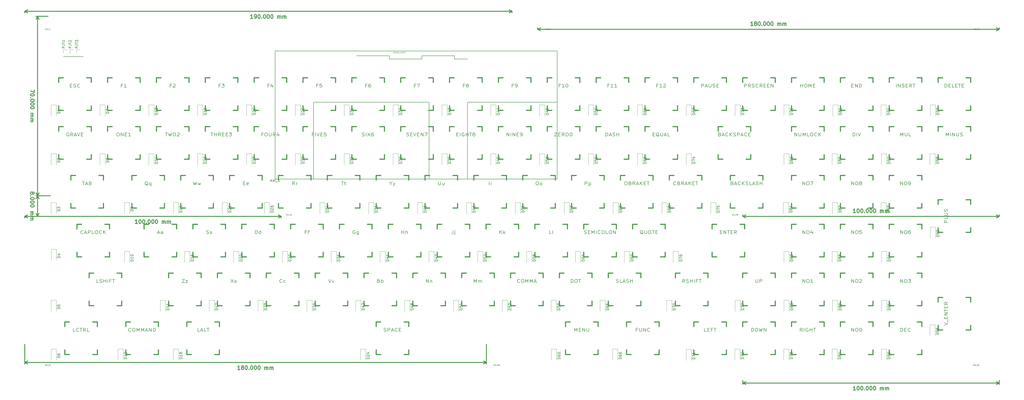
<source format=gbr>
G04 #@! TF.GenerationSoftware,KiCad,Pcbnew,(5.0.0)*
G04 #@! TF.CreationDate,2018-11-22T23:53:18+07:00*
G04 #@! TF.ProjectId,main_board4,6D61696E5F626F617264342E6B696361,1.4*
G04 #@! TF.SameCoordinates,Original*
G04 #@! TF.FileFunction,Legend,Top*
G04 #@! TF.FilePolarity,Positive*
%FSLAX46Y46*%
G04 Gerber Fmt 4.6, Leading zero omitted, Abs format (unit mm)*
G04 Created by KiCad (PCBNEW (5.0.0)) date 11/22/18 23:53:18*
%MOMM*%
%LPD*%
G01*
G04 APERTURE LIST*
%ADD10C,0.300000*%
%ADD11C,0.200000*%
%ADD12C,0.381000*%
%ADD13C,0.120000*%
%ADD14C,0.150000*%
%ADD15C,0.203200*%
%ADD16C,0.125000*%
G04 APERTURE END LIST*
D10*
X53078114Y-115785714D02*
X53149543Y-115642857D01*
X53220971Y-115571428D01*
X53363828Y-115500000D01*
X53435257Y-115500000D01*
X53578114Y-115571428D01*
X53649543Y-115642857D01*
X53720971Y-115785714D01*
X53720971Y-116071428D01*
X53649543Y-116214285D01*
X53578114Y-116285714D01*
X53435257Y-116357142D01*
X53363828Y-116357142D01*
X53220971Y-116285714D01*
X53149543Y-116214285D01*
X53078114Y-116071428D01*
X53078114Y-115785714D01*
X53006685Y-115642857D01*
X52935257Y-115571428D01*
X52792400Y-115500000D01*
X52506685Y-115500000D01*
X52363828Y-115571428D01*
X52292400Y-115642857D01*
X52220971Y-115785714D01*
X52220971Y-116071428D01*
X52292400Y-116214285D01*
X52363828Y-116285714D01*
X52506685Y-116357142D01*
X52792400Y-116357142D01*
X52935257Y-116285714D01*
X53006685Y-116214285D01*
X53078114Y-116071428D01*
X52363828Y-117000000D02*
X52292400Y-117071428D01*
X52220971Y-117000000D01*
X52292400Y-116928571D01*
X52363828Y-117000000D01*
X52220971Y-117000000D01*
X53720971Y-118000000D02*
X53720971Y-118142857D01*
X53649543Y-118285714D01*
X53578114Y-118357142D01*
X53435257Y-118428571D01*
X53149543Y-118500000D01*
X52792400Y-118500000D01*
X52506685Y-118428571D01*
X52363828Y-118357142D01*
X52292400Y-118285714D01*
X52220971Y-118142857D01*
X52220971Y-118000000D01*
X52292400Y-117857142D01*
X52363828Y-117785714D01*
X52506685Y-117714285D01*
X52792400Y-117642857D01*
X53149543Y-117642857D01*
X53435257Y-117714285D01*
X53578114Y-117785714D01*
X53649543Y-117857142D01*
X53720971Y-118000000D01*
X53720971Y-119428571D02*
X53720971Y-119571428D01*
X53649543Y-119714285D01*
X53578114Y-119785714D01*
X53435257Y-119857142D01*
X53149543Y-119928571D01*
X52792400Y-119928571D01*
X52506685Y-119857142D01*
X52363828Y-119785714D01*
X52292400Y-119714285D01*
X52220971Y-119571428D01*
X52220971Y-119428571D01*
X52292400Y-119285714D01*
X52363828Y-119214285D01*
X52506685Y-119142857D01*
X52792400Y-119071428D01*
X53149543Y-119071428D01*
X53435257Y-119142857D01*
X53578114Y-119214285D01*
X53649543Y-119285714D01*
X53720971Y-119428571D01*
X53720971Y-120857142D02*
X53720971Y-121000000D01*
X53649543Y-121142857D01*
X53578114Y-121214285D01*
X53435257Y-121285714D01*
X53149543Y-121357142D01*
X52792400Y-121357142D01*
X52506685Y-121285714D01*
X52363828Y-121214285D01*
X52292400Y-121142857D01*
X52220971Y-121000000D01*
X52220971Y-120857142D01*
X52292400Y-120714285D01*
X52363828Y-120642857D01*
X52506685Y-120571428D01*
X52792400Y-120500000D01*
X53149543Y-120500000D01*
X53435257Y-120571428D01*
X53578114Y-120642857D01*
X53649543Y-120714285D01*
X53720971Y-120857142D01*
X52220971Y-123142857D02*
X53220971Y-123142857D01*
X53078114Y-123142857D02*
X53149543Y-123214285D01*
X53220971Y-123357142D01*
X53220971Y-123571428D01*
X53149543Y-123714285D01*
X53006685Y-123785714D01*
X52220971Y-123785714D01*
X53006685Y-123785714D02*
X53149543Y-123857142D01*
X53220971Y-124000000D01*
X53220971Y-124214285D01*
X53149543Y-124357142D01*
X53006685Y-124428571D01*
X52220971Y-124428571D01*
X52220971Y-125142857D02*
X53220971Y-125142857D01*
X53078114Y-125142857D02*
X53149543Y-125214285D01*
X53220971Y-125357142D01*
X53220971Y-125571428D01*
X53149543Y-125714285D01*
X53006685Y-125785714D01*
X52220971Y-125785714D01*
X53006685Y-125785714D02*
X53149543Y-125857142D01*
X53220971Y-126000000D01*
X53220971Y-126214285D01*
X53149543Y-126357142D01*
X53006685Y-126428571D01*
X52220971Y-126428571D01*
X54999543Y-117000000D02*
X54999543Y-125000000D01*
X59999543Y-117000000D02*
X54413122Y-117000000D01*
X59999543Y-125000000D02*
X54413122Y-125000000D01*
X54999543Y-125000000D02*
X54413122Y-123873496D01*
X54999543Y-125000000D02*
X55585964Y-123873496D01*
X54999543Y-117000000D02*
X54413122Y-118126504D01*
X54999543Y-117000000D02*
X55585964Y-118126504D01*
X333932478Y-50589097D02*
X333075335Y-50589097D01*
X333503907Y-50589097D02*
X333503907Y-49089097D01*
X333361049Y-49303383D01*
X333218192Y-49446240D01*
X333075335Y-49517668D01*
X334789621Y-49731954D02*
X334646764Y-49660526D01*
X334575335Y-49589097D01*
X334503907Y-49446240D01*
X334503907Y-49374811D01*
X334575335Y-49231954D01*
X334646764Y-49160526D01*
X334789621Y-49089097D01*
X335075335Y-49089097D01*
X335218192Y-49160526D01*
X335289621Y-49231954D01*
X335361049Y-49374811D01*
X335361049Y-49446240D01*
X335289621Y-49589097D01*
X335218192Y-49660526D01*
X335075335Y-49731954D01*
X334789621Y-49731954D01*
X334646764Y-49803383D01*
X334575335Y-49874811D01*
X334503907Y-50017668D01*
X334503907Y-50303383D01*
X334575335Y-50446240D01*
X334646764Y-50517668D01*
X334789621Y-50589097D01*
X335075335Y-50589097D01*
X335218192Y-50517668D01*
X335289621Y-50446240D01*
X335361049Y-50303383D01*
X335361049Y-50017668D01*
X335289621Y-49874811D01*
X335218192Y-49803383D01*
X335075335Y-49731954D01*
X336289621Y-49089097D02*
X336432478Y-49089097D01*
X336575335Y-49160526D01*
X336646764Y-49231954D01*
X336718192Y-49374811D01*
X336789621Y-49660526D01*
X336789621Y-50017668D01*
X336718192Y-50303383D01*
X336646764Y-50446240D01*
X336575335Y-50517668D01*
X336432478Y-50589097D01*
X336289621Y-50589097D01*
X336146764Y-50517668D01*
X336075335Y-50446240D01*
X336003907Y-50303383D01*
X335932478Y-50017668D01*
X335932478Y-49660526D01*
X336003907Y-49374811D01*
X336075335Y-49231954D01*
X336146764Y-49160526D01*
X336289621Y-49089097D01*
X337432478Y-50446240D02*
X337503907Y-50517668D01*
X337432478Y-50589097D01*
X337361049Y-50517668D01*
X337432478Y-50446240D01*
X337432478Y-50589097D01*
X338432478Y-49089097D02*
X338575335Y-49089097D01*
X338718192Y-49160526D01*
X338789621Y-49231954D01*
X338861049Y-49374811D01*
X338932478Y-49660526D01*
X338932478Y-50017668D01*
X338861049Y-50303383D01*
X338789621Y-50446240D01*
X338718192Y-50517668D01*
X338575335Y-50589097D01*
X338432478Y-50589097D01*
X338289621Y-50517668D01*
X338218192Y-50446240D01*
X338146764Y-50303383D01*
X338075335Y-50017668D01*
X338075335Y-49660526D01*
X338146764Y-49374811D01*
X338218192Y-49231954D01*
X338289621Y-49160526D01*
X338432478Y-49089097D01*
X339861049Y-49089097D02*
X340003907Y-49089097D01*
X340146764Y-49160526D01*
X340218192Y-49231954D01*
X340289621Y-49374811D01*
X340361049Y-49660526D01*
X340361049Y-50017668D01*
X340289621Y-50303383D01*
X340218192Y-50446240D01*
X340146764Y-50517668D01*
X340003907Y-50589097D01*
X339861049Y-50589097D01*
X339718192Y-50517668D01*
X339646764Y-50446240D01*
X339575335Y-50303383D01*
X339503907Y-50017668D01*
X339503907Y-49660526D01*
X339575335Y-49374811D01*
X339646764Y-49231954D01*
X339718192Y-49160526D01*
X339861049Y-49089097D01*
X341289621Y-49089097D02*
X341432478Y-49089097D01*
X341575335Y-49160526D01*
X341646764Y-49231954D01*
X341718192Y-49374811D01*
X341789621Y-49660526D01*
X341789621Y-50017668D01*
X341718192Y-50303383D01*
X341646764Y-50446240D01*
X341575335Y-50517668D01*
X341432478Y-50589097D01*
X341289621Y-50589097D01*
X341146764Y-50517668D01*
X341075335Y-50446240D01*
X341003907Y-50303383D01*
X340932478Y-50017668D01*
X340932478Y-49660526D01*
X341003907Y-49374811D01*
X341075335Y-49231954D01*
X341146764Y-49160526D01*
X341289621Y-49089097D01*
X343575335Y-50589097D02*
X343575335Y-49589097D01*
X343575335Y-49731954D02*
X343646764Y-49660526D01*
X343789621Y-49589097D01*
X344003907Y-49589097D01*
X344146764Y-49660526D01*
X344218192Y-49803383D01*
X344218192Y-50589097D01*
X344218192Y-49803383D02*
X344289621Y-49660526D01*
X344432478Y-49589097D01*
X344646764Y-49589097D01*
X344789621Y-49660526D01*
X344861049Y-49803383D01*
X344861049Y-50589097D01*
X345575335Y-50589097D02*
X345575335Y-49589097D01*
X345575335Y-49731954D02*
X345646764Y-49660526D01*
X345789621Y-49589097D01*
X346003907Y-49589097D01*
X346146764Y-49660526D01*
X346218192Y-49803383D01*
X346218192Y-50589097D01*
X346218192Y-49803383D02*
X346289621Y-49660526D01*
X346432478Y-49589097D01*
X346646764Y-49589097D01*
X346789621Y-49660526D01*
X346861049Y-49803383D01*
X346861049Y-50589097D01*
X430003907Y-52010526D02*
X250003907Y-52010526D01*
X430003907Y-52010526D02*
X430003907Y-51424105D01*
X250003907Y-52010526D02*
X250003907Y-51424105D01*
X250003907Y-52010526D02*
X251130411Y-51424105D01*
X250003907Y-52010526D02*
X251130411Y-52596947D01*
X430003907Y-52010526D02*
X428877403Y-51424105D01*
X430003907Y-52010526D02*
X428877403Y-52596947D01*
X133928571Y-184791465D02*
X133071428Y-184791465D01*
X133500000Y-184791465D02*
X133500000Y-183291465D01*
X133357142Y-183505751D01*
X133214285Y-183648608D01*
X133071428Y-183720036D01*
X134785714Y-183934322D02*
X134642857Y-183862894D01*
X134571428Y-183791465D01*
X134500000Y-183648608D01*
X134500000Y-183577179D01*
X134571428Y-183434322D01*
X134642857Y-183362894D01*
X134785714Y-183291465D01*
X135071428Y-183291465D01*
X135214285Y-183362894D01*
X135285714Y-183434322D01*
X135357142Y-183577179D01*
X135357142Y-183648608D01*
X135285714Y-183791465D01*
X135214285Y-183862894D01*
X135071428Y-183934322D01*
X134785714Y-183934322D01*
X134642857Y-184005751D01*
X134571428Y-184077179D01*
X134500000Y-184220036D01*
X134500000Y-184505751D01*
X134571428Y-184648608D01*
X134642857Y-184720036D01*
X134785714Y-184791465D01*
X135071428Y-184791465D01*
X135214285Y-184720036D01*
X135285714Y-184648608D01*
X135357142Y-184505751D01*
X135357142Y-184220036D01*
X135285714Y-184077179D01*
X135214285Y-184005751D01*
X135071428Y-183934322D01*
X136285714Y-183291465D02*
X136428571Y-183291465D01*
X136571428Y-183362894D01*
X136642857Y-183434322D01*
X136714285Y-183577179D01*
X136785714Y-183862894D01*
X136785714Y-184220036D01*
X136714285Y-184505751D01*
X136642857Y-184648608D01*
X136571428Y-184720036D01*
X136428571Y-184791465D01*
X136285714Y-184791465D01*
X136142857Y-184720036D01*
X136071428Y-184648608D01*
X136000000Y-184505751D01*
X135928571Y-184220036D01*
X135928571Y-183862894D01*
X136000000Y-183577179D01*
X136071428Y-183434322D01*
X136142857Y-183362894D01*
X136285714Y-183291465D01*
X137428571Y-184648608D02*
X137500000Y-184720036D01*
X137428571Y-184791465D01*
X137357142Y-184720036D01*
X137428571Y-184648608D01*
X137428571Y-184791465D01*
X138428571Y-183291465D02*
X138571428Y-183291465D01*
X138714285Y-183362894D01*
X138785714Y-183434322D01*
X138857142Y-183577179D01*
X138928571Y-183862894D01*
X138928571Y-184220036D01*
X138857142Y-184505751D01*
X138785714Y-184648608D01*
X138714285Y-184720036D01*
X138571428Y-184791465D01*
X138428571Y-184791465D01*
X138285714Y-184720036D01*
X138214285Y-184648608D01*
X138142857Y-184505751D01*
X138071428Y-184220036D01*
X138071428Y-183862894D01*
X138142857Y-183577179D01*
X138214285Y-183434322D01*
X138285714Y-183362894D01*
X138428571Y-183291465D01*
X139857142Y-183291465D02*
X140000000Y-183291465D01*
X140142857Y-183362894D01*
X140214285Y-183434322D01*
X140285714Y-183577179D01*
X140357142Y-183862894D01*
X140357142Y-184220036D01*
X140285714Y-184505751D01*
X140214285Y-184648608D01*
X140142857Y-184720036D01*
X140000000Y-184791465D01*
X139857142Y-184791465D01*
X139714285Y-184720036D01*
X139642857Y-184648608D01*
X139571428Y-184505751D01*
X139500000Y-184220036D01*
X139500000Y-183862894D01*
X139571428Y-183577179D01*
X139642857Y-183434322D01*
X139714285Y-183362894D01*
X139857142Y-183291465D01*
X141285714Y-183291465D02*
X141428571Y-183291465D01*
X141571428Y-183362894D01*
X141642857Y-183434322D01*
X141714285Y-183577179D01*
X141785714Y-183862894D01*
X141785714Y-184220036D01*
X141714285Y-184505751D01*
X141642857Y-184648608D01*
X141571428Y-184720036D01*
X141428571Y-184791465D01*
X141285714Y-184791465D01*
X141142857Y-184720036D01*
X141071428Y-184648608D01*
X141000000Y-184505751D01*
X140928571Y-184220036D01*
X140928571Y-183862894D01*
X141000000Y-183577179D01*
X141071428Y-183434322D01*
X141142857Y-183362894D01*
X141285714Y-183291465D01*
X143571428Y-184791465D02*
X143571428Y-183791465D01*
X143571428Y-183934322D02*
X143642857Y-183862894D01*
X143785714Y-183791465D01*
X144000000Y-183791465D01*
X144142857Y-183862894D01*
X144214285Y-184005751D01*
X144214285Y-184791465D01*
X144214285Y-184005751D02*
X144285714Y-183862894D01*
X144428571Y-183791465D01*
X144642857Y-183791465D01*
X144785714Y-183862894D01*
X144857142Y-184005751D01*
X144857142Y-184791465D01*
X145571428Y-184791465D02*
X145571428Y-183791465D01*
X145571428Y-183934322D02*
X145642857Y-183862894D01*
X145785714Y-183791465D01*
X146000000Y-183791465D01*
X146142857Y-183862894D01*
X146214285Y-184005751D01*
X146214285Y-184791465D01*
X146214285Y-184005751D02*
X146285714Y-183862894D01*
X146428571Y-183791465D01*
X146642857Y-183791465D01*
X146785714Y-183862894D01*
X146857142Y-184005751D01*
X146857142Y-184791465D01*
X50000000Y-182012894D02*
X230000000Y-182012894D01*
X50000000Y-175012894D02*
X50000000Y-182599315D01*
X230000000Y-175012894D02*
X230000000Y-182599315D01*
X230000000Y-182012894D02*
X228873496Y-182599315D01*
X230000000Y-182012894D02*
X228873496Y-181426473D01*
X50000000Y-182012894D02*
X51126504Y-182599315D01*
X50000000Y-182012894D02*
X51126504Y-181426473D01*
X373928188Y-123572319D02*
X373071045Y-123572319D01*
X373499617Y-123572319D02*
X373499617Y-122072319D01*
X373356759Y-122286605D01*
X373213902Y-122429462D01*
X373071045Y-122500890D01*
X374856759Y-122072319D02*
X374999617Y-122072319D01*
X375142474Y-122143748D01*
X375213902Y-122215176D01*
X375285331Y-122358033D01*
X375356759Y-122643748D01*
X375356759Y-123000890D01*
X375285331Y-123286605D01*
X375213902Y-123429462D01*
X375142474Y-123500890D01*
X374999617Y-123572319D01*
X374856759Y-123572319D01*
X374713902Y-123500890D01*
X374642474Y-123429462D01*
X374571045Y-123286605D01*
X374499617Y-123000890D01*
X374499617Y-122643748D01*
X374571045Y-122358033D01*
X374642474Y-122215176D01*
X374713902Y-122143748D01*
X374856759Y-122072319D01*
X376285331Y-122072319D02*
X376428188Y-122072319D01*
X376571045Y-122143748D01*
X376642474Y-122215176D01*
X376713902Y-122358033D01*
X376785331Y-122643748D01*
X376785331Y-123000890D01*
X376713902Y-123286605D01*
X376642474Y-123429462D01*
X376571045Y-123500890D01*
X376428188Y-123572319D01*
X376285331Y-123572319D01*
X376142474Y-123500890D01*
X376071045Y-123429462D01*
X375999617Y-123286605D01*
X375928188Y-123000890D01*
X375928188Y-122643748D01*
X375999617Y-122358033D01*
X376071045Y-122215176D01*
X376142474Y-122143748D01*
X376285331Y-122072319D01*
X377428188Y-123429462D02*
X377499617Y-123500890D01*
X377428188Y-123572319D01*
X377356759Y-123500890D01*
X377428188Y-123429462D01*
X377428188Y-123572319D01*
X378428188Y-122072319D02*
X378571045Y-122072319D01*
X378713902Y-122143748D01*
X378785331Y-122215176D01*
X378856759Y-122358033D01*
X378928188Y-122643748D01*
X378928188Y-123000890D01*
X378856759Y-123286605D01*
X378785331Y-123429462D01*
X378713902Y-123500890D01*
X378571045Y-123572319D01*
X378428188Y-123572319D01*
X378285331Y-123500890D01*
X378213902Y-123429462D01*
X378142474Y-123286605D01*
X378071045Y-123000890D01*
X378071045Y-122643748D01*
X378142474Y-122358033D01*
X378213902Y-122215176D01*
X378285331Y-122143748D01*
X378428188Y-122072319D01*
X379856759Y-122072319D02*
X379999617Y-122072319D01*
X380142474Y-122143748D01*
X380213902Y-122215176D01*
X380285331Y-122358033D01*
X380356759Y-122643748D01*
X380356759Y-123000890D01*
X380285331Y-123286605D01*
X380213902Y-123429462D01*
X380142474Y-123500890D01*
X379999617Y-123572319D01*
X379856759Y-123572319D01*
X379713902Y-123500890D01*
X379642474Y-123429462D01*
X379571045Y-123286605D01*
X379499617Y-123000890D01*
X379499617Y-122643748D01*
X379571045Y-122358033D01*
X379642474Y-122215176D01*
X379713902Y-122143748D01*
X379856759Y-122072319D01*
X381285331Y-122072319D02*
X381428188Y-122072319D01*
X381571045Y-122143748D01*
X381642474Y-122215176D01*
X381713902Y-122358033D01*
X381785331Y-122643748D01*
X381785331Y-123000890D01*
X381713902Y-123286605D01*
X381642474Y-123429462D01*
X381571045Y-123500890D01*
X381428188Y-123572319D01*
X381285331Y-123572319D01*
X381142474Y-123500890D01*
X381071045Y-123429462D01*
X380999617Y-123286605D01*
X380928188Y-123000890D01*
X380928188Y-122643748D01*
X380999617Y-122358033D01*
X381071045Y-122215176D01*
X381142474Y-122143748D01*
X381285331Y-122072319D01*
X383571045Y-123572319D02*
X383571045Y-122572319D01*
X383571045Y-122715176D02*
X383642474Y-122643748D01*
X383785331Y-122572319D01*
X383999617Y-122572319D01*
X384142474Y-122643748D01*
X384213902Y-122786605D01*
X384213902Y-123572319D01*
X384213902Y-122786605D02*
X384285331Y-122643748D01*
X384428188Y-122572319D01*
X384642474Y-122572319D01*
X384785331Y-122643748D01*
X384856759Y-122786605D01*
X384856759Y-123572319D01*
X385571045Y-123572319D02*
X385571045Y-122572319D01*
X385571045Y-122715176D02*
X385642474Y-122643748D01*
X385785331Y-122572319D01*
X385999617Y-122572319D01*
X386142474Y-122643748D01*
X386213902Y-122786605D01*
X386213902Y-123572319D01*
X386213902Y-122786605D02*
X386285331Y-122643748D01*
X386428188Y-122572319D01*
X386642474Y-122572319D01*
X386785331Y-122643748D01*
X386856759Y-122786605D01*
X386856759Y-123572319D01*
X429999617Y-124993748D02*
X329999617Y-124993748D01*
X429999617Y-124993748D02*
X429999617Y-124407327D01*
X329999617Y-124993748D02*
X329999617Y-124407327D01*
X329999617Y-124993748D02*
X331126121Y-124407327D01*
X329999617Y-124993748D02*
X331126121Y-125580169D01*
X429999617Y-124993748D02*
X428873113Y-124407327D01*
X429999617Y-124993748D02*
X428873113Y-125580169D01*
X53732321Y-75693597D02*
X53732321Y-76693597D01*
X52232321Y-76050740D01*
X53732321Y-77550740D02*
X53732321Y-77693597D01*
X53660893Y-77836454D01*
X53589464Y-77907883D01*
X53446607Y-77979312D01*
X53160893Y-78050740D01*
X52803750Y-78050740D01*
X52518035Y-77979312D01*
X52375178Y-77907883D01*
X52303750Y-77836454D01*
X52232321Y-77693597D01*
X52232321Y-77550740D01*
X52303750Y-77407883D01*
X52375178Y-77336454D01*
X52518035Y-77265026D01*
X52803750Y-77193597D01*
X53160893Y-77193597D01*
X53446607Y-77265026D01*
X53589464Y-77336454D01*
X53660893Y-77407883D01*
X53732321Y-77550740D01*
X52375178Y-78693597D02*
X52303750Y-78765026D01*
X52232321Y-78693597D01*
X52303750Y-78622169D01*
X52375178Y-78693597D01*
X52232321Y-78693597D01*
X53732321Y-79693597D02*
X53732321Y-79836454D01*
X53660893Y-79979312D01*
X53589464Y-80050740D01*
X53446607Y-80122169D01*
X53160893Y-80193597D01*
X52803750Y-80193597D01*
X52518035Y-80122169D01*
X52375178Y-80050740D01*
X52303750Y-79979312D01*
X52232321Y-79836454D01*
X52232321Y-79693597D01*
X52303750Y-79550740D01*
X52375178Y-79479312D01*
X52518035Y-79407883D01*
X52803750Y-79336454D01*
X53160893Y-79336454D01*
X53446607Y-79407883D01*
X53589464Y-79479312D01*
X53660893Y-79550740D01*
X53732321Y-79693597D01*
X53732321Y-81122169D02*
X53732321Y-81265026D01*
X53660893Y-81407883D01*
X53589464Y-81479312D01*
X53446607Y-81550740D01*
X53160893Y-81622169D01*
X52803750Y-81622169D01*
X52518035Y-81550740D01*
X52375178Y-81479312D01*
X52303750Y-81407883D01*
X52232321Y-81265026D01*
X52232321Y-81122169D01*
X52303750Y-80979312D01*
X52375178Y-80907883D01*
X52518035Y-80836454D01*
X52803750Y-80765026D01*
X53160893Y-80765026D01*
X53446607Y-80836454D01*
X53589464Y-80907883D01*
X53660893Y-80979312D01*
X53732321Y-81122169D01*
X53732321Y-82550740D02*
X53732321Y-82693597D01*
X53660893Y-82836454D01*
X53589464Y-82907883D01*
X53446607Y-82979312D01*
X53160893Y-83050740D01*
X52803750Y-83050740D01*
X52518035Y-82979312D01*
X52375178Y-82907883D01*
X52303750Y-82836454D01*
X52232321Y-82693597D01*
X52232321Y-82550740D01*
X52303750Y-82407883D01*
X52375178Y-82336454D01*
X52518035Y-82265026D01*
X52803750Y-82193597D01*
X53160893Y-82193597D01*
X53446607Y-82265026D01*
X53589464Y-82336454D01*
X53660893Y-82407883D01*
X53732321Y-82550740D01*
X52232321Y-84836454D02*
X53232321Y-84836454D01*
X53089464Y-84836454D02*
X53160893Y-84907883D01*
X53232321Y-85050740D01*
X53232321Y-85265026D01*
X53160893Y-85407883D01*
X53018035Y-85479312D01*
X52232321Y-85479312D01*
X53018035Y-85479312D02*
X53160893Y-85550740D01*
X53232321Y-85693597D01*
X53232321Y-85907883D01*
X53160893Y-86050740D01*
X53018035Y-86122169D01*
X52232321Y-86122169D01*
X52232321Y-86836454D02*
X53232321Y-86836454D01*
X53089464Y-86836454D02*
X53160893Y-86907883D01*
X53232321Y-87050740D01*
X53232321Y-87265026D01*
X53160893Y-87407883D01*
X53018035Y-87479312D01*
X52232321Y-87479312D01*
X53018035Y-87479312D02*
X53160893Y-87550740D01*
X53232321Y-87693597D01*
X53232321Y-87907883D01*
X53160893Y-88050740D01*
X53018035Y-88122169D01*
X52232321Y-88122169D01*
X55010893Y-46979312D02*
X55010893Y-116979312D01*
X59010893Y-46979312D02*
X54424472Y-46979312D01*
X59010893Y-116979312D02*
X54424472Y-116979312D01*
X55010893Y-116979312D02*
X54424472Y-115852808D01*
X55010893Y-116979312D02*
X55597314Y-115852808D01*
X55010893Y-46979312D02*
X54424472Y-48105816D01*
X55010893Y-46979312D02*
X55597314Y-48105816D01*
X93923274Y-127780424D02*
X93066131Y-127780424D01*
X93494703Y-127780424D02*
X93494703Y-126280424D01*
X93351845Y-126494710D01*
X93208988Y-126637567D01*
X93066131Y-126708995D01*
X94851845Y-126280424D02*
X94994703Y-126280424D01*
X95137560Y-126351853D01*
X95208988Y-126423281D01*
X95280417Y-126566138D01*
X95351845Y-126851853D01*
X95351845Y-127208995D01*
X95280417Y-127494710D01*
X95208988Y-127637567D01*
X95137560Y-127708995D01*
X94994703Y-127780424D01*
X94851845Y-127780424D01*
X94708988Y-127708995D01*
X94637560Y-127637567D01*
X94566131Y-127494710D01*
X94494703Y-127208995D01*
X94494703Y-126851853D01*
X94566131Y-126566138D01*
X94637560Y-126423281D01*
X94708988Y-126351853D01*
X94851845Y-126280424D01*
X96280417Y-126280424D02*
X96423274Y-126280424D01*
X96566131Y-126351853D01*
X96637560Y-126423281D01*
X96708988Y-126566138D01*
X96780417Y-126851853D01*
X96780417Y-127208995D01*
X96708988Y-127494710D01*
X96637560Y-127637567D01*
X96566131Y-127708995D01*
X96423274Y-127780424D01*
X96280417Y-127780424D01*
X96137560Y-127708995D01*
X96066131Y-127637567D01*
X95994703Y-127494710D01*
X95923274Y-127208995D01*
X95923274Y-126851853D01*
X95994703Y-126566138D01*
X96066131Y-126423281D01*
X96137560Y-126351853D01*
X96280417Y-126280424D01*
X97423274Y-127637567D02*
X97494703Y-127708995D01*
X97423274Y-127780424D01*
X97351845Y-127708995D01*
X97423274Y-127637567D01*
X97423274Y-127780424D01*
X98423274Y-126280424D02*
X98566131Y-126280424D01*
X98708988Y-126351853D01*
X98780417Y-126423281D01*
X98851845Y-126566138D01*
X98923274Y-126851853D01*
X98923274Y-127208995D01*
X98851845Y-127494710D01*
X98780417Y-127637567D01*
X98708988Y-127708995D01*
X98566131Y-127780424D01*
X98423274Y-127780424D01*
X98280417Y-127708995D01*
X98208988Y-127637567D01*
X98137560Y-127494710D01*
X98066131Y-127208995D01*
X98066131Y-126851853D01*
X98137560Y-126566138D01*
X98208988Y-126423281D01*
X98280417Y-126351853D01*
X98423274Y-126280424D01*
X99851845Y-126280424D02*
X99994703Y-126280424D01*
X100137560Y-126351853D01*
X100208988Y-126423281D01*
X100280417Y-126566138D01*
X100351845Y-126851853D01*
X100351845Y-127208995D01*
X100280417Y-127494710D01*
X100208988Y-127637567D01*
X100137560Y-127708995D01*
X99994703Y-127780424D01*
X99851845Y-127780424D01*
X99708988Y-127708995D01*
X99637560Y-127637567D01*
X99566131Y-127494710D01*
X99494703Y-127208995D01*
X99494703Y-126851853D01*
X99566131Y-126566138D01*
X99637560Y-126423281D01*
X99708988Y-126351853D01*
X99851845Y-126280424D01*
X101280417Y-126280424D02*
X101423274Y-126280424D01*
X101566131Y-126351853D01*
X101637560Y-126423281D01*
X101708988Y-126566138D01*
X101780417Y-126851853D01*
X101780417Y-127208995D01*
X101708988Y-127494710D01*
X101637560Y-127637567D01*
X101566131Y-127708995D01*
X101423274Y-127780424D01*
X101280417Y-127780424D01*
X101137560Y-127708995D01*
X101066131Y-127637567D01*
X100994703Y-127494710D01*
X100923274Y-127208995D01*
X100923274Y-126851853D01*
X100994703Y-126566138D01*
X101066131Y-126423281D01*
X101137560Y-126351853D01*
X101280417Y-126280424D01*
X103566131Y-127780424D02*
X103566131Y-126780424D01*
X103566131Y-126923281D02*
X103637560Y-126851853D01*
X103780417Y-126780424D01*
X103994703Y-126780424D01*
X104137560Y-126851853D01*
X104208988Y-126994710D01*
X104208988Y-127780424D01*
X104208988Y-126994710D02*
X104280417Y-126851853D01*
X104423274Y-126780424D01*
X104637560Y-126780424D01*
X104780417Y-126851853D01*
X104851845Y-126994710D01*
X104851845Y-127780424D01*
X105566131Y-127780424D02*
X105566131Y-126780424D01*
X105566131Y-126923281D02*
X105637560Y-126851853D01*
X105780417Y-126780424D01*
X105994703Y-126780424D01*
X106137560Y-126851853D01*
X106208988Y-126994710D01*
X106208988Y-127780424D01*
X106208988Y-126994710D02*
X106280417Y-126851853D01*
X106423274Y-126780424D01*
X106637560Y-126780424D01*
X106780417Y-126851853D01*
X106851845Y-126994710D01*
X106851845Y-127780424D01*
X49994703Y-125001853D02*
X149994703Y-125001853D01*
X49994703Y-125001853D02*
X49994703Y-125588274D01*
X149994703Y-125001853D02*
X149994703Y-125588274D01*
X149994703Y-125001853D02*
X148868199Y-125588274D01*
X149994703Y-125001853D02*
X148868199Y-124415432D01*
X49994703Y-125001853D02*
X51121207Y-125588274D01*
X49994703Y-125001853D02*
X51121207Y-124415432D01*
X373928571Y-192778571D02*
X373071428Y-192778571D01*
X373500000Y-192778571D02*
X373500000Y-191278571D01*
X373357142Y-191492857D01*
X373214285Y-191635714D01*
X373071428Y-191707142D01*
X374857142Y-191278571D02*
X375000000Y-191278571D01*
X375142857Y-191350000D01*
X375214285Y-191421428D01*
X375285714Y-191564285D01*
X375357142Y-191850000D01*
X375357142Y-192207142D01*
X375285714Y-192492857D01*
X375214285Y-192635714D01*
X375142857Y-192707142D01*
X375000000Y-192778571D01*
X374857142Y-192778571D01*
X374714285Y-192707142D01*
X374642857Y-192635714D01*
X374571428Y-192492857D01*
X374500000Y-192207142D01*
X374500000Y-191850000D01*
X374571428Y-191564285D01*
X374642857Y-191421428D01*
X374714285Y-191350000D01*
X374857142Y-191278571D01*
X376285714Y-191278571D02*
X376428571Y-191278571D01*
X376571428Y-191350000D01*
X376642857Y-191421428D01*
X376714285Y-191564285D01*
X376785714Y-191850000D01*
X376785714Y-192207142D01*
X376714285Y-192492857D01*
X376642857Y-192635714D01*
X376571428Y-192707142D01*
X376428571Y-192778571D01*
X376285714Y-192778571D01*
X376142857Y-192707142D01*
X376071428Y-192635714D01*
X376000000Y-192492857D01*
X375928571Y-192207142D01*
X375928571Y-191850000D01*
X376000000Y-191564285D01*
X376071428Y-191421428D01*
X376142857Y-191350000D01*
X376285714Y-191278571D01*
X377428571Y-192635714D02*
X377500000Y-192707142D01*
X377428571Y-192778571D01*
X377357142Y-192707142D01*
X377428571Y-192635714D01*
X377428571Y-192778571D01*
X378428571Y-191278571D02*
X378571428Y-191278571D01*
X378714285Y-191350000D01*
X378785714Y-191421428D01*
X378857142Y-191564285D01*
X378928571Y-191850000D01*
X378928571Y-192207142D01*
X378857142Y-192492857D01*
X378785714Y-192635714D01*
X378714285Y-192707142D01*
X378571428Y-192778571D01*
X378428571Y-192778571D01*
X378285714Y-192707142D01*
X378214285Y-192635714D01*
X378142857Y-192492857D01*
X378071428Y-192207142D01*
X378071428Y-191850000D01*
X378142857Y-191564285D01*
X378214285Y-191421428D01*
X378285714Y-191350000D01*
X378428571Y-191278571D01*
X379857142Y-191278571D02*
X380000000Y-191278571D01*
X380142857Y-191350000D01*
X380214285Y-191421428D01*
X380285714Y-191564285D01*
X380357142Y-191850000D01*
X380357142Y-192207142D01*
X380285714Y-192492857D01*
X380214285Y-192635714D01*
X380142857Y-192707142D01*
X380000000Y-192778571D01*
X379857142Y-192778571D01*
X379714285Y-192707142D01*
X379642857Y-192635714D01*
X379571428Y-192492857D01*
X379500000Y-192207142D01*
X379500000Y-191850000D01*
X379571428Y-191564285D01*
X379642857Y-191421428D01*
X379714285Y-191350000D01*
X379857142Y-191278571D01*
X381285714Y-191278571D02*
X381428571Y-191278571D01*
X381571428Y-191350000D01*
X381642857Y-191421428D01*
X381714285Y-191564285D01*
X381785714Y-191850000D01*
X381785714Y-192207142D01*
X381714285Y-192492857D01*
X381642857Y-192635714D01*
X381571428Y-192707142D01*
X381428571Y-192778571D01*
X381285714Y-192778571D01*
X381142857Y-192707142D01*
X381071428Y-192635714D01*
X381000000Y-192492857D01*
X380928571Y-192207142D01*
X380928571Y-191850000D01*
X381000000Y-191564285D01*
X381071428Y-191421428D01*
X381142857Y-191350000D01*
X381285714Y-191278571D01*
X383571428Y-192778571D02*
X383571428Y-191778571D01*
X383571428Y-191921428D02*
X383642857Y-191850000D01*
X383785714Y-191778571D01*
X384000000Y-191778571D01*
X384142857Y-191850000D01*
X384214285Y-191992857D01*
X384214285Y-192778571D01*
X384214285Y-191992857D02*
X384285714Y-191850000D01*
X384428571Y-191778571D01*
X384642857Y-191778571D01*
X384785714Y-191850000D01*
X384857142Y-191992857D01*
X384857142Y-192778571D01*
X385571428Y-192778571D02*
X385571428Y-191778571D01*
X385571428Y-191921428D02*
X385642857Y-191850000D01*
X385785714Y-191778571D01*
X386000000Y-191778571D01*
X386142857Y-191850000D01*
X386214285Y-191992857D01*
X386214285Y-192778571D01*
X386214285Y-191992857D02*
X386285714Y-191850000D01*
X386428571Y-191778571D01*
X386642857Y-191778571D01*
X386785714Y-191850000D01*
X386857142Y-191992857D01*
X386857142Y-192778571D01*
X430000000Y-190000000D02*
X330000000Y-190000000D01*
X430000000Y-189000000D02*
X430000000Y-190586421D01*
X330000000Y-189000000D02*
X330000000Y-190586421D01*
X330000000Y-190000000D02*
X331126504Y-189413579D01*
X330000000Y-190000000D02*
X331126504Y-190586421D01*
X430000000Y-190000000D02*
X428873496Y-189413579D01*
X430000000Y-190000000D02*
X428873496Y-190586421D01*
X138928571Y-47778571D02*
X138071428Y-47778571D01*
X138500000Y-47778571D02*
X138500000Y-46278571D01*
X138357142Y-46492857D01*
X138214285Y-46635714D01*
X138071428Y-46707142D01*
X139642857Y-47778571D02*
X139928571Y-47778571D01*
X140071428Y-47707142D01*
X140142857Y-47635714D01*
X140285714Y-47421428D01*
X140357142Y-47135714D01*
X140357142Y-46564285D01*
X140285714Y-46421428D01*
X140214285Y-46350000D01*
X140071428Y-46278571D01*
X139785714Y-46278571D01*
X139642857Y-46350000D01*
X139571428Y-46421428D01*
X139500000Y-46564285D01*
X139500000Y-46921428D01*
X139571428Y-47064285D01*
X139642857Y-47135714D01*
X139785714Y-47207142D01*
X140071428Y-47207142D01*
X140214285Y-47135714D01*
X140285714Y-47064285D01*
X140357142Y-46921428D01*
X141285714Y-46278571D02*
X141428571Y-46278571D01*
X141571428Y-46350000D01*
X141642857Y-46421428D01*
X141714285Y-46564285D01*
X141785714Y-46850000D01*
X141785714Y-47207142D01*
X141714285Y-47492857D01*
X141642857Y-47635714D01*
X141571428Y-47707142D01*
X141428571Y-47778571D01*
X141285714Y-47778571D01*
X141142857Y-47707142D01*
X141071428Y-47635714D01*
X141000000Y-47492857D01*
X140928571Y-47207142D01*
X140928571Y-46850000D01*
X141000000Y-46564285D01*
X141071428Y-46421428D01*
X141142857Y-46350000D01*
X141285714Y-46278571D01*
X142428571Y-47635714D02*
X142500000Y-47707142D01*
X142428571Y-47778571D01*
X142357142Y-47707142D01*
X142428571Y-47635714D01*
X142428571Y-47778571D01*
X143428571Y-46278571D02*
X143571428Y-46278571D01*
X143714285Y-46350000D01*
X143785714Y-46421428D01*
X143857142Y-46564285D01*
X143928571Y-46850000D01*
X143928571Y-47207142D01*
X143857142Y-47492857D01*
X143785714Y-47635714D01*
X143714285Y-47707142D01*
X143571428Y-47778571D01*
X143428571Y-47778571D01*
X143285714Y-47707142D01*
X143214285Y-47635714D01*
X143142857Y-47492857D01*
X143071428Y-47207142D01*
X143071428Y-46850000D01*
X143142857Y-46564285D01*
X143214285Y-46421428D01*
X143285714Y-46350000D01*
X143428571Y-46278571D01*
X144857142Y-46278571D02*
X145000000Y-46278571D01*
X145142857Y-46350000D01*
X145214285Y-46421428D01*
X145285714Y-46564285D01*
X145357142Y-46850000D01*
X145357142Y-47207142D01*
X145285714Y-47492857D01*
X145214285Y-47635714D01*
X145142857Y-47707142D01*
X145000000Y-47778571D01*
X144857142Y-47778571D01*
X144714285Y-47707142D01*
X144642857Y-47635714D01*
X144571428Y-47492857D01*
X144500000Y-47207142D01*
X144500000Y-46850000D01*
X144571428Y-46564285D01*
X144642857Y-46421428D01*
X144714285Y-46350000D01*
X144857142Y-46278571D01*
X146285714Y-46278571D02*
X146428571Y-46278571D01*
X146571428Y-46350000D01*
X146642857Y-46421428D01*
X146714285Y-46564285D01*
X146785714Y-46850000D01*
X146785714Y-47207142D01*
X146714285Y-47492857D01*
X146642857Y-47635714D01*
X146571428Y-47707142D01*
X146428571Y-47778571D01*
X146285714Y-47778571D01*
X146142857Y-47707142D01*
X146071428Y-47635714D01*
X146000000Y-47492857D01*
X145928571Y-47207142D01*
X145928571Y-46850000D01*
X146000000Y-46564285D01*
X146071428Y-46421428D01*
X146142857Y-46350000D01*
X146285714Y-46278571D01*
X148571428Y-47778571D02*
X148571428Y-46778571D01*
X148571428Y-46921428D02*
X148642857Y-46850000D01*
X148785714Y-46778571D01*
X149000000Y-46778571D01*
X149142857Y-46850000D01*
X149214285Y-46992857D01*
X149214285Y-47778571D01*
X149214285Y-46992857D02*
X149285714Y-46850000D01*
X149428571Y-46778571D01*
X149642857Y-46778571D01*
X149785714Y-46850000D01*
X149857142Y-46992857D01*
X149857142Y-47778571D01*
X150571428Y-47778571D02*
X150571428Y-46778571D01*
X150571428Y-46921428D02*
X150642857Y-46850000D01*
X150785714Y-46778571D01*
X151000000Y-46778571D01*
X151142857Y-46850000D01*
X151214285Y-46992857D01*
X151214285Y-47778571D01*
X151214285Y-46992857D02*
X151285714Y-46850000D01*
X151428571Y-46778571D01*
X151642857Y-46778571D01*
X151785714Y-46850000D01*
X151857142Y-46992857D01*
X151857142Y-47778571D01*
X50000000Y-45000000D02*
X240000000Y-45000000D01*
X50000000Y-45000000D02*
X50000000Y-45586421D01*
X240000000Y-45000000D02*
X240000000Y-45586421D01*
X240000000Y-45000000D02*
X238873496Y-45586421D01*
X240000000Y-45000000D02*
X238873496Y-44413579D01*
X50000000Y-45000000D02*
X51126504Y-45586421D01*
X50000000Y-45000000D02*
X51126504Y-44413579D01*
D11*
X217570000Y-63636000D02*
X222650000Y-63636000D01*
X217570000Y-62366000D02*
X217570000Y-63636000D01*
X204870000Y-62366000D02*
X217570000Y-62366000D01*
X204870000Y-63636000D02*
X204870000Y-62366000D01*
X192170000Y-63636000D02*
X204870000Y-63636000D01*
X192170000Y-62366000D02*
X192170000Y-63636000D01*
X179470000Y-62366000D02*
X192170000Y-62366000D01*
D12*
G04 #@! TO.C,V_ENTER*
X418775000Y-169300000D02*
X416997000Y-169300000D01*
X407853000Y-169300000D02*
X406075000Y-169300000D01*
X406075000Y-169300000D02*
X406075000Y-167522000D01*
X406075000Y-158378000D02*
X406075000Y-156600000D01*
X406075000Y-156600000D02*
X407853000Y-156600000D01*
X416997000Y-156600000D02*
X418775000Y-156600000D01*
X418775000Y-156600000D02*
X418775000Y-158378000D01*
X418775000Y-167522000D02*
X418775000Y-169300000D01*
G04 #@! TO.C,PLUS*
X418775000Y-131200000D02*
X416997000Y-131200000D01*
X407853000Y-131200000D02*
X406075000Y-131200000D01*
X406075000Y-131200000D02*
X406075000Y-129422000D01*
X406075000Y-120278000D02*
X406075000Y-118500000D01*
X406075000Y-118500000D02*
X407853000Y-118500000D01*
X416997000Y-118500000D02*
X418775000Y-118500000D01*
X418775000Y-118500000D02*
X418775000Y-120278000D01*
X418775000Y-129422000D02*
X418775000Y-131200000D01*
G04 #@! TO.C,ENTER*
X330668750Y-140725000D02*
X328890750Y-140725000D01*
X319746750Y-140725000D02*
X317968750Y-140725000D01*
X317968750Y-140725000D02*
X317968750Y-138947000D01*
X317968750Y-129803000D02*
X317968750Y-128025000D01*
X317968750Y-128025000D02*
X319746750Y-128025000D01*
X328890750Y-128025000D02*
X330668750Y-128025000D01*
X330668750Y-128025000D02*
X330668750Y-129803000D01*
X330668750Y-138947000D02*
X330668750Y-140725000D01*
G04 #@! TO.C,LSHIFT*
X87781250Y-159775000D02*
X86003250Y-159775000D01*
X76859250Y-159775000D02*
X75081250Y-159775000D01*
X75081250Y-159775000D02*
X75081250Y-157997000D01*
X75081250Y-148853000D02*
X75081250Y-147075000D01*
X75081250Y-147075000D02*
X76859250Y-147075000D01*
X86003250Y-147075000D02*
X87781250Y-147075000D01*
X87781250Y-147075000D02*
X87781250Y-148853000D01*
X87781250Y-157997000D02*
X87781250Y-159775000D01*
G04 #@! TO.C,BACKSPACE*
X333050000Y-102625000D02*
X331272000Y-102625000D01*
X322128000Y-102625000D02*
X320350000Y-102625000D01*
X320350000Y-102625000D02*
X320350000Y-100847000D01*
X320350000Y-91703000D02*
X320350000Y-89925000D01*
X320350000Y-89925000D02*
X322128000Y-89925000D01*
X331272000Y-89925000D02*
X333050000Y-89925000D01*
X333050000Y-89925000D02*
X333050000Y-91703000D01*
X333050000Y-100847000D02*
X333050000Y-102625000D01*
G04 #@! TO.C,SPACE*
X199700000Y-177047000D02*
X199700000Y-178825000D01*
X199700000Y-166125000D02*
X199700000Y-167903000D01*
X197922000Y-166125000D02*
X199700000Y-166125000D01*
X187000000Y-166125000D02*
X188778000Y-166125000D01*
X187000000Y-167903000D02*
X187000000Y-166125000D01*
X187000000Y-178825000D02*
X187000000Y-177047000D01*
X188778000Y-178825000D02*
X187000000Y-178825000D01*
X199700000Y-178825000D02*
X197922000Y-178825000D01*
G04 #@! TO.C,FUNC*
X297331250Y-178825000D02*
X295553250Y-178825000D01*
X286409250Y-178825000D02*
X284631250Y-178825000D01*
X284631250Y-178825000D02*
X284631250Y-177047000D01*
X284631250Y-167903000D02*
X284631250Y-166125000D01*
X284631250Y-166125000D02*
X286409250Y-166125000D01*
X295553250Y-166125000D02*
X297331250Y-166125000D01*
X297331250Y-166125000D02*
X297331250Y-167903000D01*
X297331250Y-177047000D02*
X297331250Y-178825000D01*
G04 #@! TO.C,MENU*
X273518750Y-178825000D02*
X271740750Y-178825000D01*
X262596750Y-178825000D02*
X260818750Y-178825000D01*
X260818750Y-178825000D02*
X260818750Y-177047000D01*
X260818750Y-167903000D02*
X260818750Y-166125000D01*
X260818750Y-166125000D02*
X262596750Y-166125000D01*
X271740750Y-166125000D02*
X273518750Y-166125000D01*
X273518750Y-166125000D02*
X273518750Y-167903000D01*
X273518750Y-177047000D02*
X273518750Y-178825000D01*
G04 #@! TO.C,COMMAND*
X102068750Y-178825000D02*
X100290750Y-178825000D01*
X91146750Y-178825000D02*
X89368750Y-178825000D01*
X89368750Y-178825000D02*
X89368750Y-177047000D01*
X89368750Y-167903000D02*
X89368750Y-166125000D01*
X89368750Y-166125000D02*
X91146750Y-166125000D01*
X100290750Y-166125000D02*
X102068750Y-166125000D01*
X102068750Y-166125000D02*
X102068750Y-167903000D01*
X102068750Y-177047000D02*
X102068750Y-178825000D01*
G04 #@! TO.C,LALT*
X125881250Y-178825000D02*
X124103250Y-178825000D01*
X114959250Y-178825000D02*
X113181250Y-178825000D01*
X113181250Y-178825000D02*
X113181250Y-177047000D01*
X113181250Y-167903000D02*
X113181250Y-166125000D01*
X113181250Y-166125000D02*
X114959250Y-166125000D01*
X124103250Y-166125000D02*
X125881250Y-166125000D01*
X125881250Y-166125000D02*
X125881250Y-167903000D01*
X125881250Y-177047000D02*
X125881250Y-178825000D01*
G04 #@! TO.C,LCTRL*
X78256250Y-178825000D02*
X76478250Y-178825000D01*
X67334250Y-178825000D02*
X65556250Y-178825000D01*
X65556250Y-178825000D02*
X65556250Y-177047000D01*
X65556250Y-167903000D02*
X65556250Y-166125000D01*
X65556250Y-166125000D02*
X67334250Y-166125000D01*
X76478250Y-166125000D02*
X78256250Y-166125000D01*
X78256250Y-166125000D02*
X78256250Y-167903000D01*
X78256250Y-177047000D02*
X78256250Y-178825000D01*
G04 #@! TO.C,CAPLOCK*
X83018750Y-140725000D02*
X81240750Y-140725000D01*
X72096750Y-140725000D02*
X70318750Y-140725000D01*
X70318750Y-140725000D02*
X70318750Y-138947000D01*
X70318750Y-129803000D02*
X70318750Y-128025000D01*
X70318750Y-128025000D02*
X72096750Y-128025000D01*
X81240750Y-128025000D02*
X83018750Y-128025000D01*
X83018750Y-128025000D02*
X83018750Y-129803000D01*
X83018750Y-138947000D02*
X83018750Y-140725000D01*
G04 #@! TO.C,RSHIFT*
X316381250Y-159775000D02*
X314603250Y-159775000D01*
X305459250Y-159775000D02*
X303681250Y-159775000D01*
X303681250Y-159775000D02*
X303681250Y-157997000D01*
X303681250Y-148853000D02*
X303681250Y-147075000D01*
X303681250Y-147075000D02*
X305459250Y-147075000D01*
X314603250Y-147075000D02*
X316381250Y-147075000D01*
X316381250Y-147075000D02*
X316381250Y-148853000D01*
X316381250Y-157997000D02*
X316381250Y-159775000D01*
G04 #@! TO.C,BACKSLASH*
X337812500Y-121675000D02*
X336034500Y-121675000D01*
X326890500Y-121675000D02*
X325112500Y-121675000D01*
X325112500Y-121675000D02*
X325112500Y-119897000D01*
X325112500Y-110753000D02*
X325112500Y-108975000D01*
X325112500Y-108975000D02*
X326890500Y-108975000D01*
X336034500Y-108975000D02*
X337812500Y-108975000D01*
X337812500Y-108975000D02*
X337812500Y-110753000D01*
X337812500Y-119897000D02*
X337812500Y-121675000D01*
G04 #@! TO.C,TAB*
X80637500Y-121675000D02*
X78859500Y-121675000D01*
X69715500Y-121675000D02*
X67937500Y-121675000D01*
X67937500Y-121675000D02*
X67937500Y-119897000D01*
X67937500Y-110753000D02*
X67937500Y-108975000D01*
X67937500Y-108975000D02*
X69715500Y-108975000D01*
X78859500Y-108975000D02*
X80637500Y-108975000D01*
X80637500Y-108975000D02*
X80637500Y-110753000D01*
X80637500Y-119897000D02*
X80637500Y-121675000D01*
G04 #@! TO.C,Aa*
X109212500Y-140725000D02*
X107434500Y-140725000D01*
X98290500Y-140725000D02*
X96512500Y-140725000D01*
X96512500Y-140725000D02*
X96512500Y-138947000D01*
X96512500Y-129803000D02*
X96512500Y-128025000D01*
X96512500Y-128025000D02*
X98290500Y-128025000D01*
X107434500Y-128025000D02*
X109212500Y-128025000D01*
X109212500Y-128025000D02*
X109212500Y-129803000D01*
X109212500Y-138947000D02*
X109212500Y-140725000D01*
G04 #@! TO.C,Bb*
X194937500Y-159775000D02*
X193159500Y-159775000D01*
X184015500Y-159775000D02*
X182237500Y-159775000D01*
X182237500Y-159775000D02*
X182237500Y-157997000D01*
X182237500Y-148853000D02*
X182237500Y-147075000D01*
X182237500Y-147075000D02*
X184015500Y-147075000D01*
X193159500Y-147075000D02*
X194937500Y-147075000D01*
X194937500Y-147075000D02*
X194937500Y-148853000D01*
X194937500Y-157997000D02*
X194937500Y-159775000D01*
G04 #@! TO.C,Cc*
X156837500Y-159775000D02*
X155059500Y-159775000D01*
X145915500Y-159775000D02*
X144137500Y-159775000D01*
X144137500Y-159775000D02*
X144137500Y-157997000D01*
X144137500Y-148853000D02*
X144137500Y-147075000D01*
X144137500Y-147075000D02*
X145915500Y-147075000D01*
X155059500Y-147075000D02*
X156837500Y-147075000D01*
X156837500Y-147075000D02*
X156837500Y-148853000D01*
X156837500Y-157997000D02*
X156837500Y-159775000D01*
G04 #@! TO.C,COMMA*
X252087500Y-159775000D02*
X250309500Y-159775000D01*
X241165500Y-159775000D02*
X239387500Y-159775000D01*
X239387500Y-159775000D02*
X239387500Y-157997000D01*
X239387500Y-148853000D02*
X239387500Y-147075000D01*
X239387500Y-147075000D02*
X241165500Y-147075000D01*
X250309500Y-147075000D02*
X252087500Y-147075000D01*
X252087500Y-147075000D02*
X252087500Y-148853000D01*
X252087500Y-157997000D02*
X252087500Y-159775000D01*
G04 #@! TO.C,Dd*
X147312500Y-140725000D02*
X145534500Y-140725000D01*
X136390500Y-140725000D02*
X134612500Y-140725000D01*
X134612500Y-140725000D02*
X134612500Y-138947000D01*
X134612500Y-129803000D02*
X134612500Y-128025000D01*
X134612500Y-128025000D02*
X136390500Y-128025000D01*
X145534500Y-128025000D02*
X147312500Y-128025000D01*
X147312500Y-128025000D02*
X147312500Y-129803000D01*
X147312500Y-138947000D02*
X147312500Y-140725000D01*
G04 #@! TO.C,DOT*
X271137500Y-159775000D02*
X269359500Y-159775000D01*
X260215500Y-159775000D02*
X258437500Y-159775000D01*
X258437500Y-159775000D02*
X258437500Y-157997000D01*
X258437500Y-148853000D02*
X258437500Y-147075000D01*
X258437500Y-147075000D02*
X260215500Y-147075000D01*
X269359500Y-147075000D02*
X271137500Y-147075000D01*
X271137500Y-147075000D02*
X271137500Y-148853000D01*
X271137500Y-157997000D02*
X271137500Y-159775000D01*
G04 #@! TO.C,Ee*
X142550000Y-121675000D02*
X140772000Y-121675000D01*
X131628000Y-121675000D02*
X129850000Y-121675000D01*
X129850000Y-121675000D02*
X129850000Y-119897000D01*
X129850000Y-110753000D02*
X129850000Y-108975000D01*
X129850000Y-108975000D02*
X131628000Y-108975000D01*
X140772000Y-108975000D02*
X142550000Y-108975000D01*
X142550000Y-108975000D02*
X142550000Y-110753000D01*
X142550000Y-119897000D02*
X142550000Y-121675000D01*
G04 #@! TO.C,EIGHT8*
X228275000Y-102625000D02*
X226497000Y-102625000D01*
X217353000Y-102625000D02*
X215575000Y-102625000D01*
X215575000Y-102625000D02*
X215575000Y-100847000D01*
X215575000Y-91703000D02*
X215575000Y-89925000D01*
X215575000Y-89925000D02*
X217353000Y-89925000D01*
X226497000Y-89925000D02*
X228275000Y-89925000D01*
X228275000Y-89925000D02*
X228275000Y-91703000D01*
X228275000Y-100847000D02*
X228275000Y-102625000D01*
G04 #@! TO.C,EQUAL*
X304475000Y-102625000D02*
X302697000Y-102625000D01*
X293553000Y-102625000D02*
X291775000Y-102625000D01*
X291775000Y-102625000D02*
X291775000Y-100847000D01*
X291775000Y-91703000D02*
X291775000Y-89925000D01*
X291775000Y-89925000D02*
X293553000Y-89925000D01*
X302697000Y-89925000D02*
X304475000Y-89925000D01*
X304475000Y-89925000D02*
X304475000Y-91703000D01*
X304475000Y-100847000D02*
X304475000Y-102625000D01*
G04 #@! TO.C,ESC*
X75875000Y-83575000D02*
X74097000Y-83575000D01*
X64953000Y-83575000D02*
X63175000Y-83575000D01*
X63175000Y-83575000D02*
X63175000Y-81797000D01*
X63175000Y-72653000D02*
X63175000Y-70875000D01*
X63175000Y-70875000D02*
X64953000Y-70875000D01*
X74097000Y-70875000D02*
X75875000Y-70875000D01*
X75875000Y-70875000D02*
X75875000Y-72653000D01*
X75875000Y-81797000D02*
X75875000Y-83575000D01*
G04 #@! TO.C,F1*
X94925000Y-83575000D02*
X93147000Y-83575000D01*
X84003000Y-83575000D02*
X82225000Y-83575000D01*
X82225000Y-83575000D02*
X82225000Y-81797000D01*
X82225000Y-72653000D02*
X82225000Y-70875000D01*
X82225000Y-70875000D02*
X84003000Y-70875000D01*
X93147000Y-70875000D02*
X94925000Y-70875000D01*
X94925000Y-70875000D02*
X94925000Y-72653000D01*
X94925000Y-81797000D02*
X94925000Y-83575000D01*
G04 #@! TO.C,F2*
X113975000Y-83575000D02*
X112197000Y-83575000D01*
X103053000Y-83575000D02*
X101275000Y-83575000D01*
X101275000Y-83575000D02*
X101275000Y-81797000D01*
X101275000Y-72653000D02*
X101275000Y-70875000D01*
X101275000Y-70875000D02*
X103053000Y-70875000D01*
X112197000Y-70875000D02*
X113975000Y-70875000D01*
X113975000Y-70875000D02*
X113975000Y-72653000D01*
X113975000Y-81797000D02*
X113975000Y-83575000D01*
G04 #@! TO.C,F3*
X133025000Y-83575000D02*
X131247000Y-83575000D01*
X122103000Y-83575000D02*
X120325000Y-83575000D01*
X120325000Y-83575000D02*
X120325000Y-81797000D01*
X120325000Y-72653000D02*
X120325000Y-70875000D01*
X120325000Y-70875000D02*
X122103000Y-70875000D01*
X131247000Y-70875000D02*
X133025000Y-70875000D01*
X133025000Y-70875000D02*
X133025000Y-72653000D01*
X133025000Y-81797000D02*
X133025000Y-83575000D01*
G04 #@! TO.C,F4*
X152075000Y-83575000D02*
X150297000Y-83575000D01*
X141153000Y-83575000D02*
X139375000Y-83575000D01*
X139375000Y-83575000D02*
X139375000Y-81797000D01*
X139375000Y-72653000D02*
X139375000Y-70875000D01*
X139375000Y-70875000D02*
X141153000Y-70875000D01*
X150297000Y-70875000D02*
X152075000Y-70875000D01*
X152075000Y-70875000D02*
X152075000Y-72653000D01*
X152075000Y-81797000D02*
X152075000Y-83575000D01*
G04 #@! TO.C,F5*
X171125000Y-83575000D02*
X169347000Y-83575000D01*
X160203000Y-83575000D02*
X158425000Y-83575000D01*
X158425000Y-83575000D02*
X158425000Y-81797000D01*
X158425000Y-72653000D02*
X158425000Y-70875000D01*
X158425000Y-70875000D02*
X160203000Y-70875000D01*
X169347000Y-70875000D02*
X171125000Y-70875000D01*
X171125000Y-70875000D02*
X171125000Y-72653000D01*
X171125000Y-81797000D02*
X171125000Y-83575000D01*
G04 #@! TO.C,F6*
X190175000Y-83575000D02*
X188397000Y-83575000D01*
X179253000Y-83575000D02*
X177475000Y-83575000D01*
X177475000Y-83575000D02*
X177475000Y-81797000D01*
X177475000Y-72653000D02*
X177475000Y-70875000D01*
X177475000Y-70875000D02*
X179253000Y-70875000D01*
X188397000Y-70875000D02*
X190175000Y-70875000D01*
X190175000Y-70875000D02*
X190175000Y-72653000D01*
X190175000Y-81797000D02*
X190175000Y-83575000D01*
G04 #@! TO.C,F7*
X209225000Y-83575000D02*
X207447000Y-83575000D01*
X198303000Y-83575000D02*
X196525000Y-83575000D01*
X196525000Y-83575000D02*
X196525000Y-81797000D01*
X196525000Y-72653000D02*
X196525000Y-70875000D01*
X196525000Y-70875000D02*
X198303000Y-70875000D01*
X207447000Y-70875000D02*
X209225000Y-70875000D01*
X209225000Y-70875000D02*
X209225000Y-72653000D01*
X209225000Y-81797000D02*
X209225000Y-83575000D01*
G04 #@! TO.C,F8*
X228275000Y-83575000D02*
X226497000Y-83575000D01*
X217353000Y-83575000D02*
X215575000Y-83575000D01*
X215575000Y-83575000D02*
X215575000Y-81797000D01*
X215575000Y-72653000D02*
X215575000Y-70875000D01*
X215575000Y-70875000D02*
X217353000Y-70875000D01*
X226497000Y-70875000D02*
X228275000Y-70875000D01*
X228275000Y-70875000D02*
X228275000Y-72653000D01*
X228275000Y-81797000D02*
X228275000Y-83575000D01*
G04 #@! TO.C,F9*
X247325000Y-83575000D02*
X245547000Y-83575000D01*
X236403000Y-83575000D02*
X234625000Y-83575000D01*
X234625000Y-83575000D02*
X234625000Y-81797000D01*
X234625000Y-72653000D02*
X234625000Y-70875000D01*
X234625000Y-70875000D02*
X236403000Y-70875000D01*
X245547000Y-70875000D02*
X247325000Y-70875000D01*
X247325000Y-70875000D02*
X247325000Y-72653000D01*
X247325000Y-81797000D02*
X247325000Y-83575000D01*
G04 #@! TO.C,F10*
X266375000Y-83575000D02*
X264597000Y-83575000D01*
X255453000Y-83575000D02*
X253675000Y-83575000D01*
X253675000Y-83575000D02*
X253675000Y-81797000D01*
X253675000Y-72653000D02*
X253675000Y-70875000D01*
X253675000Y-70875000D02*
X255453000Y-70875000D01*
X264597000Y-70875000D02*
X266375000Y-70875000D01*
X266375000Y-70875000D02*
X266375000Y-72653000D01*
X266375000Y-81797000D02*
X266375000Y-83575000D01*
G04 #@! TO.C,F11*
X285425000Y-83575000D02*
X283647000Y-83575000D01*
X274503000Y-83575000D02*
X272725000Y-83575000D01*
X272725000Y-83575000D02*
X272725000Y-81797000D01*
X272725000Y-72653000D02*
X272725000Y-70875000D01*
X272725000Y-70875000D02*
X274503000Y-70875000D01*
X283647000Y-70875000D02*
X285425000Y-70875000D01*
X285425000Y-70875000D02*
X285425000Y-72653000D01*
X285425000Y-81797000D02*
X285425000Y-83575000D01*
G04 #@! TO.C,F12*
X304475000Y-83575000D02*
X302697000Y-83575000D01*
X293553000Y-83575000D02*
X291775000Y-83575000D01*
X291775000Y-83575000D02*
X291775000Y-81797000D01*
X291775000Y-72653000D02*
X291775000Y-70875000D01*
X291775000Y-70875000D02*
X293553000Y-70875000D01*
X302697000Y-70875000D02*
X304475000Y-70875000D01*
X304475000Y-70875000D02*
X304475000Y-72653000D01*
X304475000Y-81797000D02*
X304475000Y-83575000D01*
G04 #@! TO.C,Ff*
X166362500Y-140725000D02*
X164584500Y-140725000D01*
X155440500Y-140725000D02*
X153662500Y-140725000D01*
X153662500Y-140725000D02*
X153662500Y-138947000D01*
X153662500Y-129803000D02*
X153662500Y-128025000D01*
X153662500Y-128025000D02*
X155440500Y-128025000D01*
X164584500Y-128025000D02*
X166362500Y-128025000D01*
X166362500Y-128025000D02*
X166362500Y-129803000D01*
X166362500Y-138947000D02*
X166362500Y-140725000D01*
G04 #@! TO.C,FIVE5*
X171125000Y-102625000D02*
X169347000Y-102625000D01*
X160203000Y-102625000D02*
X158425000Y-102625000D01*
X158425000Y-102625000D02*
X158425000Y-100847000D01*
X158425000Y-91703000D02*
X158425000Y-89925000D01*
X158425000Y-89925000D02*
X160203000Y-89925000D01*
X169347000Y-89925000D02*
X171125000Y-89925000D01*
X171125000Y-89925000D02*
X171125000Y-91703000D01*
X171125000Y-100847000D02*
X171125000Y-102625000D01*
G04 #@! TO.C,FOUR4*
X152075000Y-102625000D02*
X150297000Y-102625000D01*
X141153000Y-102625000D02*
X139375000Y-102625000D01*
X139375000Y-102625000D02*
X139375000Y-100847000D01*
X139375000Y-91703000D02*
X139375000Y-89925000D01*
X139375000Y-89925000D02*
X141153000Y-89925000D01*
X150297000Y-89925000D02*
X152075000Y-89925000D01*
X152075000Y-89925000D02*
X152075000Y-91703000D01*
X152075000Y-100847000D02*
X152075000Y-102625000D01*
G04 #@! TO.C,Gg*
X185412500Y-140725000D02*
X183634500Y-140725000D01*
X174490500Y-140725000D02*
X172712500Y-140725000D01*
X172712500Y-140725000D02*
X172712500Y-138947000D01*
X172712500Y-129803000D02*
X172712500Y-128025000D01*
X172712500Y-128025000D02*
X174490500Y-128025000D01*
X183634500Y-128025000D02*
X185412500Y-128025000D01*
X185412500Y-128025000D02*
X185412500Y-129803000D01*
X185412500Y-138947000D02*
X185412500Y-140725000D01*
G04 #@! TO.C,GRAVE*
X75875000Y-102625000D02*
X74097000Y-102625000D01*
X64953000Y-102625000D02*
X63175000Y-102625000D01*
X63175000Y-102625000D02*
X63175000Y-100847000D01*
X63175000Y-91703000D02*
X63175000Y-89925000D01*
X63175000Y-89925000D02*
X64953000Y-89925000D01*
X74097000Y-89925000D02*
X75875000Y-89925000D01*
X75875000Y-89925000D02*
X75875000Y-91703000D01*
X75875000Y-100847000D02*
X75875000Y-102625000D01*
G04 #@! TO.C,Hh*
X204462500Y-140725000D02*
X202684500Y-140725000D01*
X193540500Y-140725000D02*
X191762500Y-140725000D01*
X191762500Y-140725000D02*
X191762500Y-138947000D01*
X191762500Y-129803000D02*
X191762500Y-128025000D01*
X191762500Y-128025000D02*
X193540500Y-128025000D01*
X202684500Y-128025000D02*
X204462500Y-128025000D01*
X204462500Y-128025000D02*
X204462500Y-129803000D01*
X204462500Y-138947000D02*
X204462500Y-140725000D01*
G04 #@! TO.C,Ii*
X237800000Y-121675000D02*
X236022000Y-121675000D01*
X226878000Y-121675000D02*
X225100000Y-121675000D01*
X225100000Y-121675000D02*
X225100000Y-119897000D01*
X225100000Y-110753000D02*
X225100000Y-108975000D01*
X225100000Y-108975000D02*
X226878000Y-108975000D01*
X236022000Y-108975000D02*
X237800000Y-108975000D01*
X237800000Y-108975000D02*
X237800000Y-110753000D01*
X237800000Y-119897000D02*
X237800000Y-121675000D01*
G04 #@! TO.C,Jj*
X223512500Y-140725000D02*
X221734500Y-140725000D01*
X212590500Y-140725000D02*
X210812500Y-140725000D01*
X210812500Y-140725000D02*
X210812500Y-138947000D01*
X210812500Y-129803000D02*
X210812500Y-128025000D01*
X210812500Y-128025000D02*
X212590500Y-128025000D01*
X221734500Y-128025000D02*
X223512500Y-128025000D01*
X223512500Y-128025000D02*
X223512500Y-129803000D01*
X223512500Y-138947000D02*
X223512500Y-140725000D01*
G04 #@! TO.C,Kk*
X242562500Y-140725000D02*
X240784500Y-140725000D01*
X231640500Y-140725000D02*
X229862500Y-140725000D01*
X229862500Y-140725000D02*
X229862500Y-138947000D01*
X229862500Y-129803000D02*
X229862500Y-128025000D01*
X229862500Y-128025000D02*
X231640500Y-128025000D01*
X240784500Y-128025000D02*
X242562500Y-128025000D01*
X242562500Y-128025000D02*
X242562500Y-129803000D01*
X242562500Y-138947000D02*
X242562500Y-140725000D01*
G04 #@! TO.C,OBRAKET*
X294950000Y-121675000D02*
X293172000Y-121675000D01*
X284028000Y-121675000D02*
X282250000Y-121675000D01*
X282250000Y-121675000D02*
X282250000Y-119897000D01*
X282250000Y-110753000D02*
X282250000Y-108975000D01*
X282250000Y-108975000D02*
X284028000Y-108975000D01*
X293172000Y-108975000D02*
X294950000Y-108975000D01*
X294950000Y-108975000D02*
X294950000Y-110753000D01*
X294950000Y-119897000D02*
X294950000Y-121675000D01*
G04 #@! TO.C,Ll*
X261612500Y-140725000D02*
X259834500Y-140725000D01*
X250690500Y-140725000D02*
X248912500Y-140725000D01*
X248912500Y-140725000D02*
X248912500Y-138947000D01*
X248912500Y-129803000D02*
X248912500Y-128025000D01*
X248912500Y-128025000D02*
X250690500Y-128025000D01*
X259834500Y-128025000D02*
X261612500Y-128025000D01*
X261612500Y-128025000D02*
X261612500Y-129803000D01*
X261612500Y-138947000D02*
X261612500Y-140725000D01*
G04 #@! TO.C,DASH*
X285425000Y-102625000D02*
X283647000Y-102625000D01*
X274503000Y-102625000D02*
X272725000Y-102625000D01*
X272725000Y-102625000D02*
X272725000Y-100847000D01*
X272725000Y-91703000D02*
X272725000Y-89925000D01*
X272725000Y-89925000D02*
X274503000Y-89925000D01*
X283647000Y-89925000D02*
X285425000Y-89925000D01*
X285425000Y-89925000D02*
X285425000Y-91703000D01*
X285425000Y-100847000D02*
X285425000Y-102625000D01*
G04 #@! TO.C,Mm*
X233037500Y-159775000D02*
X231259500Y-159775000D01*
X222115500Y-159775000D02*
X220337500Y-159775000D01*
X220337500Y-159775000D02*
X220337500Y-157997000D01*
X220337500Y-148853000D02*
X220337500Y-147075000D01*
X220337500Y-147075000D02*
X222115500Y-147075000D01*
X231259500Y-147075000D02*
X233037500Y-147075000D01*
X233037500Y-147075000D02*
X233037500Y-148853000D01*
X233037500Y-157997000D02*
X233037500Y-159775000D01*
G04 #@! TO.C,NINE9*
X247325000Y-102625000D02*
X245547000Y-102625000D01*
X236403000Y-102625000D02*
X234625000Y-102625000D01*
X234625000Y-102625000D02*
X234625000Y-100847000D01*
X234625000Y-91703000D02*
X234625000Y-89925000D01*
X234625000Y-89925000D02*
X236403000Y-89925000D01*
X245547000Y-89925000D02*
X247325000Y-89925000D01*
X247325000Y-89925000D02*
X247325000Y-91703000D01*
X247325000Y-100847000D02*
X247325000Y-102625000D01*
G04 #@! TO.C,Nn*
X213987500Y-159775000D02*
X212209500Y-159775000D01*
X203065500Y-159775000D02*
X201287500Y-159775000D01*
X201287500Y-159775000D02*
X201287500Y-157997000D01*
X201287500Y-148853000D02*
X201287500Y-147075000D01*
X201287500Y-147075000D02*
X203065500Y-147075000D01*
X212209500Y-147075000D02*
X213987500Y-147075000D01*
X213987500Y-147075000D02*
X213987500Y-148853000D01*
X213987500Y-157997000D02*
X213987500Y-159775000D01*
G04 #@! TO.C,ONE1*
X94925000Y-102625000D02*
X93147000Y-102625000D01*
X84003000Y-102625000D02*
X82225000Y-102625000D01*
X82225000Y-102625000D02*
X82225000Y-100847000D01*
X82225000Y-91703000D02*
X82225000Y-89925000D01*
X82225000Y-89925000D02*
X84003000Y-89925000D01*
X93147000Y-89925000D02*
X94925000Y-89925000D01*
X94925000Y-89925000D02*
X94925000Y-91703000D01*
X94925000Y-100847000D02*
X94925000Y-102625000D01*
G04 #@! TO.C,Oo*
X256850000Y-121675000D02*
X255072000Y-121675000D01*
X245928000Y-121675000D02*
X244150000Y-121675000D01*
X244150000Y-121675000D02*
X244150000Y-119897000D01*
X244150000Y-110753000D02*
X244150000Y-108975000D01*
X244150000Y-108975000D02*
X245928000Y-108975000D01*
X255072000Y-108975000D02*
X256850000Y-108975000D01*
X256850000Y-108975000D02*
X256850000Y-110753000D01*
X256850000Y-119897000D02*
X256850000Y-121675000D01*
G04 #@! TO.C,Pp*
X275900000Y-121675000D02*
X274122000Y-121675000D01*
X264978000Y-121675000D02*
X263200000Y-121675000D01*
X263200000Y-121675000D02*
X263200000Y-119897000D01*
X263200000Y-110753000D02*
X263200000Y-108975000D01*
X263200000Y-108975000D02*
X264978000Y-108975000D01*
X274122000Y-108975000D02*
X275900000Y-108975000D01*
X275900000Y-108975000D02*
X275900000Y-110753000D01*
X275900000Y-119897000D02*
X275900000Y-121675000D01*
G04 #@! TO.C,Qq*
X104450000Y-121675000D02*
X102672000Y-121675000D01*
X93528000Y-121675000D02*
X91750000Y-121675000D01*
X91750000Y-121675000D02*
X91750000Y-119897000D01*
X91750000Y-110753000D02*
X91750000Y-108975000D01*
X91750000Y-108975000D02*
X93528000Y-108975000D01*
X102672000Y-108975000D02*
X104450000Y-108975000D01*
X104450000Y-108975000D02*
X104450000Y-110753000D01*
X104450000Y-119897000D02*
X104450000Y-121675000D01*
G04 #@! TO.C,QUOTE*
X299712500Y-140725000D02*
X297934500Y-140725000D01*
X288790500Y-140725000D02*
X287012500Y-140725000D01*
X287012500Y-140725000D02*
X287012500Y-138947000D01*
X287012500Y-129803000D02*
X287012500Y-128025000D01*
X287012500Y-128025000D02*
X288790500Y-128025000D01*
X297934500Y-128025000D02*
X299712500Y-128025000D01*
X299712500Y-128025000D02*
X299712500Y-129803000D01*
X299712500Y-138947000D02*
X299712500Y-140725000D01*
G04 #@! TO.C,CBRAKET*
X314000000Y-121675000D02*
X312222000Y-121675000D01*
X303078000Y-121675000D02*
X301300000Y-121675000D01*
X301300000Y-121675000D02*
X301300000Y-119897000D01*
X301300000Y-110753000D02*
X301300000Y-108975000D01*
X301300000Y-108975000D02*
X303078000Y-108975000D01*
X312222000Y-108975000D02*
X314000000Y-108975000D01*
X314000000Y-108975000D02*
X314000000Y-110753000D01*
X314000000Y-119897000D02*
X314000000Y-121675000D01*
G04 #@! TO.C,Rr*
X161600000Y-121675000D02*
X159822000Y-121675000D01*
X150678000Y-121675000D02*
X148900000Y-121675000D01*
X148900000Y-121675000D02*
X148900000Y-119897000D01*
X148900000Y-110753000D02*
X148900000Y-108975000D01*
X148900000Y-108975000D02*
X150678000Y-108975000D01*
X159822000Y-108975000D02*
X161600000Y-108975000D01*
X161600000Y-108975000D02*
X161600000Y-110753000D01*
X161600000Y-119897000D02*
X161600000Y-121675000D01*
G04 #@! TO.C,SEMICOLON*
X280662500Y-140725000D02*
X278884500Y-140725000D01*
X269740500Y-140725000D02*
X267962500Y-140725000D01*
X267962500Y-140725000D02*
X267962500Y-138947000D01*
X267962500Y-129803000D02*
X267962500Y-128025000D01*
X267962500Y-128025000D02*
X269740500Y-128025000D01*
X278884500Y-128025000D02*
X280662500Y-128025000D01*
X280662500Y-128025000D02*
X280662500Y-129803000D01*
X280662500Y-138947000D02*
X280662500Y-140725000D01*
G04 #@! TO.C,SEVEN7*
X209225000Y-102625000D02*
X207447000Y-102625000D01*
X198303000Y-102625000D02*
X196525000Y-102625000D01*
X196525000Y-102625000D02*
X196525000Y-100847000D01*
X196525000Y-91703000D02*
X196525000Y-89925000D01*
X196525000Y-89925000D02*
X198303000Y-89925000D01*
X207447000Y-89925000D02*
X209225000Y-89925000D01*
X209225000Y-89925000D02*
X209225000Y-91703000D01*
X209225000Y-100847000D02*
X209225000Y-102625000D01*
G04 #@! TO.C,SIX6*
X190175000Y-102625000D02*
X188397000Y-102625000D01*
X179253000Y-102625000D02*
X177475000Y-102625000D01*
X177475000Y-102625000D02*
X177475000Y-100847000D01*
X177475000Y-91703000D02*
X177475000Y-89925000D01*
X177475000Y-89925000D02*
X179253000Y-89925000D01*
X188397000Y-89925000D02*
X190175000Y-89925000D01*
X190175000Y-89925000D02*
X190175000Y-91703000D01*
X190175000Y-100847000D02*
X190175000Y-102625000D01*
G04 #@! TO.C,SLASH*
X290187500Y-159775000D02*
X288409500Y-159775000D01*
X279265500Y-159775000D02*
X277487500Y-159775000D01*
X277487500Y-159775000D02*
X277487500Y-157997000D01*
X277487500Y-148853000D02*
X277487500Y-147075000D01*
X277487500Y-147075000D02*
X279265500Y-147075000D01*
X288409500Y-147075000D02*
X290187500Y-147075000D01*
X290187500Y-147075000D02*
X290187500Y-148853000D01*
X290187500Y-157997000D02*
X290187500Y-159775000D01*
G04 #@! TO.C,Ss*
X128262500Y-140725000D02*
X126484500Y-140725000D01*
X117340500Y-140725000D02*
X115562500Y-140725000D01*
X115562500Y-140725000D02*
X115562500Y-138947000D01*
X115562500Y-129803000D02*
X115562500Y-128025000D01*
X115562500Y-128025000D02*
X117340500Y-128025000D01*
X126484500Y-128025000D02*
X128262500Y-128025000D01*
X128262500Y-128025000D02*
X128262500Y-129803000D01*
X128262500Y-138947000D02*
X128262500Y-140725000D01*
G04 #@! TO.C,THREE3*
X133025000Y-102625000D02*
X131247000Y-102625000D01*
X122103000Y-102625000D02*
X120325000Y-102625000D01*
X120325000Y-102625000D02*
X120325000Y-100847000D01*
X120325000Y-91703000D02*
X120325000Y-89925000D01*
X120325000Y-89925000D02*
X122103000Y-89925000D01*
X131247000Y-89925000D02*
X133025000Y-89925000D01*
X133025000Y-89925000D02*
X133025000Y-91703000D01*
X133025000Y-100847000D02*
X133025000Y-102625000D01*
G04 #@! TO.C,Tt*
X180650000Y-121675000D02*
X178872000Y-121675000D01*
X169728000Y-121675000D02*
X167950000Y-121675000D01*
X167950000Y-121675000D02*
X167950000Y-119897000D01*
X167950000Y-110753000D02*
X167950000Y-108975000D01*
X167950000Y-108975000D02*
X169728000Y-108975000D01*
X178872000Y-108975000D02*
X180650000Y-108975000D01*
X180650000Y-108975000D02*
X180650000Y-110753000D01*
X180650000Y-119897000D02*
X180650000Y-121675000D01*
G04 #@! TO.C,TWO2*
X113975000Y-102625000D02*
X112197000Y-102625000D01*
X103053000Y-102625000D02*
X101275000Y-102625000D01*
X101275000Y-102625000D02*
X101275000Y-100847000D01*
X101275000Y-91703000D02*
X101275000Y-89925000D01*
X101275000Y-89925000D02*
X103053000Y-89925000D01*
X112197000Y-89925000D02*
X113975000Y-89925000D01*
X113975000Y-89925000D02*
X113975000Y-91703000D01*
X113975000Y-100847000D02*
X113975000Y-102625000D01*
G04 #@! TO.C,Uu*
X218750000Y-121675000D02*
X216972000Y-121675000D01*
X207828000Y-121675000D02*
X206050000Y-121675000D01*
X206050000Y-121675000D02*
X206050000Y-119897000D01*
X206050000Y-110753000D02*
X206050000Y-108975000D01*
X206050000Y-108975000D02*
X207828000Y-108975000D01*
X216972000Y-108975000D02*
X218750000Y-108975000D01*
X218750000Y-108975000D02*
X218750000Y-110753000D01*
X218750000Y-119897000D02*
X218750000Y-121675000D01*
G04 #@! TO.C,Vv*
X175887500Y-159775000D02*
X174109500Y-159775000D01*
X164965500Y-159775000D02*
X163187500Y-159775000D01*
X163187500Y-159775000D02*
X163187500Y-157997000D01*
X163187500Y-148853000D02*
X163187500Y-147075000D01*
X163187500Y-147075000D02*
X164965500Y-147075000D01*
X174109500Y-147075000D02*
X175887500Y-147075000D01*
X175887500Y-147075000D02*
X175887500Y-148853000D01*
X175887500Y-157997000D02*
X175887500Y-159775000D01*
G04 #@! TO.C,Ww*
X123500000Y-121675000D02*
X121722000Y-121675000D01*
X112578000Y-121675000D02*
X110800000Y-121675000D01*
X110800000Y-121675000D02*
X110800000Y-119897000D01*
X110800000Y-110753000D02*
X110800000Y-108975000D01*
X110800000Y-108975000D02*
X112578000Y-108975000D01*
X121722000Y-108975000D02*
X123500000Y-108975000D01*
X123500000Y-108975000D02*
X123500000Y-110753000D01*
X123500000Y-119897000D02*
X123500000Y-121675000D01*
G04 #@! TO.C,Xx*
X137787500Y-159775000D02*
X136009500Y-159775000D01*
X126865500Y-159775000D02*
X125087500Y-159775000D01*
X125087500Y-159775000D02*
X125087500Y-157997000D01*
X125087500Y-148853000D02*
X125087500Y-147075000D01*
X125087500Y-147075000D02*
X126865500Y-147075000D01*
X136009500Y-147075000D02*
X137787500Y-147075000D01*
X137787500Y-147075000D02*
X137787500Y-148853000D01*
X137787500Y-157997000D02*
X137787500Y-159775000D01*
G04 #@! TO.C,Yy*
X199700000Y-121675000D02*
X197922000Y-121675000D01*
X188778000Y-121675000D02*
X187000000Y-121675000D01*
X187000000Y-121675000D02*
X187000000Y-119897000D01*
X187000000Y-110753000D02*
X187000000Y-108975000D01*
X187000000Y-108975000D02*
X188778000Y-108975000D01*
X197922000Y-108975000D02*
X199700000Y-108975000D01*
X199700000Y-108975000D02*
X199700000Y-110753000D01*
X199700000Y-119897000D02*
X199700000Y-121675000D01*
G04 #@! TO.C,ZERO0*
X266375000Y-102625000D02*
X264597000Y-102625000D01*
X255453000Y-102625000D02*
X253675000Y-102625000D01*
X253675000Y-102625000D02*
X253675000Y-100847000D01*
X253675000Y-91703000D02*
X253675000Y-89925000D01*
X253675000Y-89925000D02*
X255453000Y-89925000D01*
X264597000Y-89925000D02*
X266375000Y-89925000D01*
X266375000Y-89925000D02*
X266375000Y-91703000D01*
X266375000Y-100847000D02*
X266375000Y-102625000D01*
G04 #@! TO.C,Zz*
X118737500Y-159775000D02*
X116959500Y-159775000D01*
X107815500Y-159775000D02*
X106037500Y-159775000D01*
X106037500Y-159775000D02*
X106037500Y-157997000D01*
X106037500Y-148853000D02*
X106037500Y-147075000D01*
X106037500Y-147075000D02*
X107815500Y-147075000D01*
X116959500Y-147075000D02*
X118737500Y-147075000D01*
X118737500Y-147075000D02*
X118737500Y-148853000D01*
X118737500Y-157997000D02*
X118737500Y-159775000D01*
G04 #@! TO.C,DEC*
X399725000Y-178825000D02*
X397947000Y-178825000D01*
X388803000Y-178825000D02*
X387025000Y-178825000D01*
X387025000Y-178825000D02*
X387025000Y-177047000D01*
X387025000Y-167903000D02*
X387025000Y-166125000D01*
X387025000Y-166125000D02*
X388803000Y-166125000D01*
X397947000Y-166125000D02*
X399725000Y-166125000D01*
X399725000Y-166125000D02*
X399725000Y-167903000D01*
X399725000Y-177047000D02*
X399725000Y-178825000D01*
G04 #@! TO.C,DELETE*
X418775000Y-83575000D02*
X416997000Y-83575000D01*
X407853000Y-83575000D02*
X406075000Y-83575000D01*
X406075000Y-83575000D02*
X406075000Y-81797000D01*
X406075000Y-72653000D02*
X406075000Y-70875000D01*
X406075000Y-70875000D02*
X407853000Y-70875000D01*
X416997000Y-70875000D02*
X418775000Y-70875000D01*
X418775000Y-70875000D02*
X418775000Y-72653000D01*
X418775000Y-81797000D02*
X418775000Y-83575000D01*
G04 #@! TO.C,DIV*
X380675000Y-102625000D02*
X378897000Y-102625000D01*
X369753000Y-102625000D02*
X367975000Y-102625000D01*
X367975000Y-102625000D02*
X367975000Y-100847000D01*
X367975000Y-91703000D02*
X367975000Y-89925000D01*
X367975000Y-89925000D02*
X369753000Y-89925000D01*
X378897000Y-89925000D02*
X380675000Y-89925000D01*
X380675000Y-89925000D02*
X380675000Y-91703000D01*
X380675000Y-100847000D02*
X380675000Y-102625000D01*
G04 #@! TO.C,DOWN*
X342575000Y-178825000D02*
X340797000Y-178825000D01*
X331653000Y-178825000D02*
X329875000Y-178825000D01*
X329875000Y-178825000D02*
X329875000Y-177047000D01*
X329875000Y-167903000D02*
X329875000Y-166125000D01*
X329875000Y-166125000D02*
X331653000Y-166125000D01*
X340797000Y-166125000D02*
X342575000Y-166125000D01*
X342575000Y-166125000D02*
X342575000Y-167903000D01*
X342575000Y-177047000D02*
X342575000Y-178825000D01*
G04 #@! TO.C,END*
X380675000Y-83575000D02*
X378897000Y-83575000D01*
X369753000Y-83575000D02*
X367975000Y-83575000D01*
X367975000Y-83575000D02*
X367975000Y-81797000D01*
X367975000Y-72653000D02*
X367975000Y-70875000D01*
X367975000Y-70875000D02*
X369753000Y-70875000D01*
X378897000Y-70875000D02*
X380675000Y-70875000D01*
X380675000Y-70875000D02*
X380675000Y-72653000D01*
X380675000Y-81797000D02*
X380675000Y-83575000D01*
G04 #@! TO.C,HOME*
X361625000Y-83575000D02*
X359847000Y-83575000D01*
X350703000Y-83575000D02*
X348925000Y-83575000D01*
X348925000Y-83575000D02*
X348925000Y-81797000D01*
X348925000Y-72653000D02*
X348925000Y-70875000D01*
X348925000Y-70875000D02*
X350703000Y-70875000D01*
X359847000Y-70875000D02*
X361625000Y-70875000D01*
X361625000Y-70875000D02*
X361625000Y-72653000D01*
X361625000Y-81797000D02*
X361625000Y-83575000D01*
G04 #@! TO.C,INSERT*
X399725000Y-83575000D02*
X397947000Y-83575000D01*
X388803000Y-83575000D02*
X387025000Y-83575000D01*
X387025000Y-83575000D02*
X387025000Y-81797000D01*
X387025000Y-72653000D02*
X387025000Y-70875000D01*
X387025000Y-70875000D02*
X388803000Y-70875000D01*
X397947000Y-70875000D02*
X399725000Y-70875000D01*
X399725000Y-70875000D02*
X399725000Y-72653000D01*
X399725000Y-81797000D02*
X399725000Y-83575000D01*
G04 #@! TO.C,LEFT*
X323525000Y-178825000D02*
X321747000Y-178825000D01*
X312603000Y-178825000D02*
X310825000Y-178825000D01*
X310825000Y-178825000D02*
X310825000Y-177047000D01*
X310825000Y-167903000D02*
X310825000Y-166125000D01*
X310825000Y-166125000D02*
X312603000Y-166125000D01*
X321747000Y-166125000D02*
X323525000Y-166125000D01*
X323525000Y-166125000D02*
X323525000Y-167903000D01*
X323525000Y-177047000D02*
X323525000Y-178825000D01*
G04 #@! TO.C,MUL*
X399725000Y-102625000D02*
X397947000Y-102625000D01*
X388803000Y-102625000D02*
X387025000Y-102625000D01*
X387025000Y-102625000D02*
X387025000Y-100847000D01*
X387025000Y-91703000D02*
X387025000Y-89925000D01*
X387025000Y-89925000D02*
X388803000Y-89925000D01*
X397947000Y-89925000D02*
X399725000Y-89925000D01*
X399725000Y-89925000D02*
X399725000Y-91703000D01*
X399725000Y-100847000D02*
X399725000Y-102625000D01*
G04 #@! TO.C,NO0*
X380675000Y-178825000D02*
X378897000Y-178825000D01*
X369753000Y-178825000D02*
X367975000Y-178825000D01*
X367975000Y-178825000D02*
X367975000Y-177047000D01*
X367975000Y-167903000D02*
X367975000Y-166125000D01*
X367975000Y-166125000D02*
X369753000Y-166125000D01*
X378897000Y-166125000D02*
X380675000Y-166125000D01*
X380675000Y-166125000D02*
X380675000Y-167903000D01*
X380675000Y-177047000D02*
X380675000Y-178825000D01*
G04 #@! TO.C,NO1*
X361625000Y-159775000D02*
X359847000Y-159775000D01*
X350703000Y-159775000D02*
X348925000Y-159775000D01*
X348925000Y-159775000D02*
X348925000Y-157997000D01*
X348925000Y-148853000D02*
X348925000Y-147075000D01*
X348925000Y-147075000D02*
X350703000Y-147075000D01*
X359847000Y-147075000D02*
X361625000Y-147075000D01*
X361625000Y-147075000D02*
X361625000Y-148853000D01*
X361625000Y-157997000D02*
X361625000Y-159775000D01*
G04 #@! TO.C,NO2*
X380675000Y-159775000D02*
X378897000Y-159775000D01*
X369753000Y-159775000D02*
X367975000Y-159775000D01*
X367975000Y-159775000D02*
X367975000Y-157997000D01*
X367975000Y-148853000D02*
X367975000Y-147075000D01*
X367975000Y-147075000D02*
X369753000Y-147075000D01*
X378897000Y-147075000D02*
X380675000Y-147075000D01*
X380675000Y-147075000D02*
X380675000Y-148853000D01*
X380675000Y-157997000D02*
X380675000Y-159775000D01*
G04 #@! TO.C,NO3*
X399725000Y-159775000D02*
X397947000Y-159775000D01*
X388803000Y-159775000D02*
X387025000Y-159775000D01*
X387025000Y-159775000D02*
X387025000Y-157997000D01*
X387025000Y-148853000D02*
X387025000Y-147075000D01*
X387025000Y-147075000D02*
X388803000Y-147075000D01*
X397947000Y-147075000D02*
X399725000Y-147075000D01*
X399725000Y-147075000D02*
X399725000Y-148853000D01*
X399725000Y-157997000D02*
X399725000Y-159775000D01*
G04 #@! TO.C,NO4*
X361625000Y-140725000D02*
X359847000Y-140725000D01*
X350703000Y-140725000D02*
X348925000Y-140725000D01*
X348925000Y-140725000D02*
X348925000Y-138947000D01*
X348925000Y-129803000D02*
X348925000Y-128025000D01*
X348925000Y-128025000D02*
X350703000Y-128025000D01*
X359847000Y-128025000D02*
X361625000Y-128025000D01*
X361625000Y-128025000D02*
X361625000Y-129803000D01*
X361625000Y-138947000D02*
X361625000Y-140725000D01*
G04 #@! TO.C,NO5*
X380675000Y-140725000D02*
X378897000Y-140725000D01*
X369753000Y-140725000D02*
X367975000Y-140725000D01*
X367975000Y-140725000D02*
X367975000Y-138947000D01*
X367975000Y-129803000D02*
X367975000Y-128025000D01*
X367975000Y-128025000D02*
X369753000Y-128025000D01*
X378897000Y-128025000D02*
X380675000Y-128025000D01*
X380675000Y-128025000D02*
X380675000Y-129803000D01*
X380675000Y-138947000D02*
X380675000Y-140725000D01*
G04 #@! TO.C,NO6*
X399725000Y-140725000D02*
X397947000Y-140725000D01*
X388803000Y-140725000D02*
X387025000Y-140725000D01*
X387025000Y-140725000D02*
X387025000Y-138947000D01*
X387025000Y-129803000D02*
X387025000Y-128025000D01*
X387025000Y-128025000D02*
X388803000Y-128025000D01*
X397947000Y-128025000D02*
X399725000Y-128025000D01*
X399725000Y-128025000D02*
X399725000Y-129803000D01*
X399725000Y-138947000D02*
X399725000Y-140725000D01*
G04 #@! TO.C,NO7*
X361625000Y-121675000D02*
X359847000Y-121675000D01*
X350703000Y-121675000D02*
X348925000Y-121675000D01*
X348925000Y-121675000D02*
X348925000Y-119897000D01*
X348925000Y-110753000D02*
X348925000Y-108975000D01*
X348925000Y-108975000D02*
X350703000Y-108975000D01*
X359847000Y-108975000D02*
X361625000Y-108975000D01*
X361625000Y-108975000D02*
X361625000Y-110753000D01*
X361625000Y-119897000D02*
X361625000Y-121675000D01*
G04 #@! TO.C,NO8*
X380675000Y-121675000D02*
X378897000Y-121675000D01*
X369753000Y-121675000D02*
X367975000Y-121675000D01*
X367975000Y-121675000D02*
X367975000Y-119897000D01*
X367975000Y-110753000D02*
X367975000Y-108975000D01*
X367975000Y-108975000D02*
X369753000Y-108975000D01*
X378897000Y-108975000D02*
X380675000Y-108975000D01*
X380675000Y-108975000D02*
X380675000Y-110753000D01*
X380675000Y-119897000D02*
X380675000Y-121675000D01*
G04 #@! TO.C,NO9*
X399725000Y-121675000D02*
X397947000Y-121675000D01*
X388803000Y-121675000D02*
X387025000Y-121675000D01*
X387025000Y-121675000D02*
X387025000Y-119897000D01*
X387025000Y-110753000D02*
X387025000Y-108975000D01*
X387025000Y-108975000D02*
X388803000Y-108975000D01*
X397947000Y-108975000D02*
X399725000Y-108975000D01*
X399725000Y-108975000D02*
X399725000Y-110753000D01*
X399725000Y-119897000D02*
X399725000Y-121675000D01*
G04 #@! TO.C,NUMLOCK*
X361625000Y-102625000D02*
X359847000Y-102625000D01*
X350703000Y-102625000D02*
X348925000Y-102625000D01*
X348925000Y-102625000D02*
X348925000Y-100847000D01*
X348925000Y-91703000D02*
X348925000Y-89925000D01*
X348925000Y-89925000D02*
X350703000Y-89925000D01*
X359847000Y-89925000D02*
X361625000Y-89925000D01*
X361625000Y-89925000D02*
X361625000Y-91703000D01*
X361625000Y-100847000D02*
X361625000Y-102625000D01*
G04 #@! TO.C,PAUSE*
X323525000Y-83575000D02*
X321747000Y-83575000D01*
X312603000Y-83575000D02*
X310825000Y-83575000D01*
X310825000Y-83575000D02*
X310825000Y-81797000D01*
X310825000Y-72653000D02*
X310825000Y-70875000D01*
X310825000Y-70875000D02*
X312603000Y-70875000D01*
X321747000Y-70875000D02*
X323525000Y-70875000D01*
X323525000Y-70875000D02*
X323525000Y-72653000D01*
X323525000Y-81797000D02*
X323525000Y-83575000D01*
G04 #@! TO.C,PRSCREEN*
X342575000Y-83575000D02*
X340797000Y-83575000D01*
X331653000Y-83575000D02*
X329875000Y-83575000D01*
X329875000Y-83575000D02*
X329875000Y-81797000D01*
X329875000Y-72653000D02*
X329875000Y-70875000D01*
X329875000Y-70875000D02*
X331653000Y-70875000D01*
X340797000Y-70875000D02*
X342575000Y-70875000D01*
X342575000Y-70875000D02*
X342575000Y-72653000D01*
X342575000Y-81797000D02*
X342575000Y-83575000D01*
G04 #@! TO.C,MINUS*
X418775000Y-102625000D02*
X416997000Y-102625000D01*
X407853000Y-102625000D02*
X406075000Y-102625000D01*
X406075000Y-102625000D02*
X406075000Y-100847000D01*
X406075000Y-91703000D02*
X406075000Y-89925000D01*
X406075000Y-89925000D02*
X407853000Y-89925000D01*
X416997000Y-89925000D02*
X418775000Y-89925000D01*
X418775000Y-89925000D02*
X418775000Y-91703000D01*
X418775000Y-100847000D02*
X418775000Y-102625000D01*
G04 #@! TO.C,RIGHT*
X361625000Y-178825000D02*
X359847000Y-178825000D01*
X350703000Y-178825000D02*
X348925000Y-178825000D01*
X348925000Y-178825000D02*
X348925000Y-177047000D01*
X348925000Y-167903000D02*
X348925000Y-166125000D01*
X348925000Y-166125000D02*
X350703000Y-166125000D01*
X359847000Y-166125000D02*
X361625000Y-166125000D01*
X361625000Y-166125000D02*
X361625000Y-167903000D01*
X361625000Y-177047000D02*
X361625000Y-178825000D01*
G04 #@! TO.C,UP*
X342575000Y-159775000D02*
X340797000Y-159775000D01*
X331653000Y-159775000D02*
X329875000Y-159775000D01*
X329875000Y-159775000D02*
X329875000Y-157997000D01*
X329875000Y-148853000D02*
X329875000Y-147075000D01*
X329875000Y-147075000D02*
X331653000Y-147075000D01*
X340797000Y-147075000D02*
X342575000Y-147075000D01*
X342575000Y-147075000D02*
X342575000Y-148853000D01*
X342575000Y-157997000D02*
X342575000Y-159775000D01*
D13*
G04 #@! TO.C,PJT1*
X65020000Y-62680000D02*
X67680000Y-62680000D01*
X65020000Y-62620000D02*
X65020000Y-62680000D01*
X67680000Y-62620000D02*
X67680000Y-62680000D01*
X65020000Y-62620000D02*
X67680000Y-62620000D01*
X65020000Y-61350000D02*
X65020000Y-60020000D01*
X65020000Y-60020000D02*
X66350000Y-60020000D01*
D14*
G04 #@! TO.C,ext_1*
X147630000Y-80466000D02*
X147630000Y-60466000D01*
X147630000Y-60466000D02*
X147630000Y-79466000D01*
X147630000Y-79466000D02*
X147630000Y-60466000D01*
X147630000Y-60466000D02*
X147630000Y-80466000D01*
X207630000Y-110466000D02*
X222630000Y-110466000D01*
X222630000Y-110466000D02*
X222630000Y-80466000D01*
X222630000Y-80466000D02*
X257630000Y-80466000D01*
X147630000Y-110466000D02*
X162630000Y-110466000D01*
X162630000Y-110466000D02*
X162630000Y-80466000D01*
X162630000Y-80466000D02*
X207630000Y-80466000D01*
X207630000Y-80466000D02*
X207630000Y-110466000D01*
X207630000Y-110466000D02*
X257630000Y-110466000D01*
X257630000Y-110466000D02*
X257630000Y-60466000D01*
X257630000Y-60466000D02*
X147630000Y-60466000D01*
X147630000Y-60466000D02*
X147630000Y-110466000D01*
X257630000Y-110466000D02*
X257630000Y-60466000D01*
X257630000Y-60466000D02*
X147630000Y-60466000D01*
X147630000Y-110466000D02*
X257630000Y-110466000D01*
X147630000Y-110466000D02*
X147630000Y-60466000D01*
D13*
G04 #@! TO.C,D16*
X112340000Y-138655000D02*
X112340000Y-142955000D01*
X114340000Y-138655000D02*
X112340000Y-138655000D01*
X114340000Y-142955000D02*
X114340000Y-138655000D01*
G04 #@! TO.C,D17*
X121865000Y-157705000D02*
X121865000Y-162005000D01*
X123865000Y-157705000D02*
X121865000Y-157705000D01*
X123865000Y-162005000D02*
X123865000Y-157705000D01*
G04 #@! TO.C,D18*
X107895000Y-176755000D02*
X107895000Y-181055000D01*
X109895000Y-176755000D02*
X107895000Y-176755000D01*
X109895000Y-181055000D02*
X109895000Y-176755000D01*
G04 #@! TO.C,D19*
X117420000Y-81505000D02*
X117420000Y-85805000D01*
X119420000Y-81505000D02*
X117420000Y-81505000D01*
X119420000Y-85805000D02*
X119420000Y-81505000D01*
G04 #@! TO.C,D20*
X117420000Y-100555000D02*
X117420000Y-104855000D01*
X119420000Y-100555000D02*
X117420000Y-100555000D01*
X119420000Y-104855000D02*
X119420000Y-100555000D01*
G04 #@! TO.C,D21*
X126945000Y-119605000D02*
X126945000Y-123905000D01*
X128945000Y-119605000D02*
X126945000Y-119605000D01*
X128945000Y-123905000D02*
X128945000Y-119605000D01*
G04 #@! TO.C,D22*
X131390000Y-138655000D02*
X131390000Y-142955000D01*
X133390000Y-138655000D02*
X131390000Y-138655000D01*
X133390000Y-142955000D02*
X133390000Y-138655000D01*
G04 #@! TO.C,D23*
X140915000Y-157705000D02*
X140915000Y-162005000D01*
X142915000Y-157705000D02*
X140915000Y-157705000D01*
X142915000Y-162005000D02*
X142915000Y-157705000D01*
G04 #@! TO.C,D24*
X180920000Y-176755000D02*
X180920000Y-181055000D01*
X182920000Y-176755000D02*
X180920000Y-176755000D01*
X182920000Y-181055000D02*
X182920000Y-176755000D01*
G04 #@! TO.C,D25*
X155520000Y-81505000D02*
X155520000Y-85805000D01*
X157520000Y-81505000D02*
X155520000Y-81505000D01*
X157520000Y-85805000D02*
X157520000Y-81505000D01*
G04 #@! TO.C,D26*
X136470000Y-81505000D02*
X136470000Y-85805000D01*
X138470000Y-81505000D02*
X136470000Y-81505000D01*
X138470000Y-85805000D02*
X138470000Y-81505000D01*
G04 #@! TO.C,D27*
X136470000Y-100555000D02*
X136470000Y-104855000D01*
X138470000Y-100555000D02*
X136470000Y-100555000D01*
X138470000Y-104855000D02*
X138470000Y-100555000D01*
G04 #@! TO.C,D28*
X143488000Y-119605000D02*
X143488000Y-123905000D01*
X145488000Y-119605000D02*
X143488000Y-119605000D01*
X145488000Y-123905000D02*
X145488000Y-119605000D01*
G04 #@! TO.C,D29*
X150440000Y-138655000D02*
X150440000Y-142955000D01*
X152440000Y-138655000D02*
X150440000Y-138655000D01*
X152440000Y-142955000D02*
X152440000Y-138655000D01*
G04 #@! TO.C,D30*
X159965000Y-157705000D02*
X159965000Y-162005000D01*
X161965000Y-157705000D02*
X159965000Y-157705000D01*
X161965000Y-162005000D02*
X161965000Y-157705000D01*
G04 #@! TO.C,D31*
X174570000Y-81505000D02*
X174570000Y-85805000D01*
X176570000Y-81505000D02*
X174570000Y-81505000D01*
X176570000Y-85805000D02*
X176570000Y-81505000D01*
G04 #@! TO.C,D32*
X174570000Y-100555000D02*
X174570000Y-104855000D01*
X176570000Y-100555000D02*
X174570000Y-100555000D01*
X176570000Y-104855000D02*
X176570000Y-100555000D01*
G04 #@! TO.C,D33*
X155520000Y-100555000D02*
X155520000Y-104855000D01*
X157520000Y-100555000D02*
X155520000Y-100555000D01*
X157520000Y-104855000D02*
X157520000Y-100555000D01*
G04 #@! TO.C,D34*
X165045000Y-119605000D02*
X165045000Y-123905000D01*
X167045000Y-119605000D02*
X165045000Y-119605000D01*
X167045000Y-123905000D02*
X167045000Y-119605000D01*
G04 #@! TO.C,D35*
X184095000Y-119605000D02*
X184095000Y-123905000D01*
X186095000Y-119605000D02*
X184095000Y-119605000D01*
X186095000Y-123905000D02*
X186095000Y-119605000D01*
G04 #@! TO.C,D36*
X169490000Y-138655000D02*
X169490000Y-142955000D01*
X171490000Y-138655000D02*
X169490000Y-138655000D01*
X171490000Y-142955000D02*
X171490000Y-138655000D01*
G04 #@! TO.C,D37*
X193620000Y-81505000D02*
X193620000Y-85805000D01*
X195620000Y-81505000D02*
X193620000Y-81505000D01*
X195620000Y-85805000D02*
X195620000Y-81505000D01*
G04 #@! TO.C,D38*
X193620000Y-100555000D02*
X193620000Y-104855000D01*
X195620000Y-100555000D02*
X193620000Y-100555000D01*
X195620000Y-104855000D02*
X195620000Y-100555000D01*
G04 #@! TO.C,D39*
X212670000Y-100555000D02*
X212670000Y-104855000D01*
X214670000Y-100555000D02*
X212670000Y-100555000D01*
X214670000Y-104855000D02*
X214670000Y-100555000D01*
G04 #@! TO.C,D40*
X203145000Y-119605000D02*
X203145000Y-123905000D01*
X205145000Y-119605000D02*
X203145000Y-119605000D01*
X205145000Y-123905000D02*
X205145000Y-119605000D01*
G04 #@! TO.C,D41*
X188540000Y-138655000D02*
X188540000Y-142955000D01*
X190540000Y-138655000D02*
X188540000Y-138655000D01*
X190540000Y-142955000D02*
X190540000Y-138655000D01*
G04 #@! TO.C,D42*
X179015000Y-157705000D02*
X179015000Y-162005000D01*
X181015000Y-157705000D02*
X179015000Y-157705000D01*
X181015000Y-162005000D02*
X181015000Y-157705000D01*
G04 #@! TO.C,D43*
X212670000Y-81505000D02*
X212670000Y-85805000D01*
X214670000Y-81505000D02*
X212670000Y-81505000D01*
X214670000Y-85805000D02*
X214670000Y-81505000D01*
G04 #@! TO.C,D44*
X231720000Y-81505000D02*
X231720000Y-85805000D01*
X233720000Y-81505000D02*
X231720000Y-81505000D01*
X233720000Y-85805000D02*
X233720000Y-81505000D01*
G04 #@! TO.C,D45*
X231720000Y-100555000D02*
X231720000Y-104855000D01*
X233720000Y-100555000D02*
X231720000Y-100555000D01*
X233720000Y-104855000D02*
X233720000Y-100555000D01*
G04 #@! TO.C,D46*
X222195000Y-119605000D02*
X222195000Y-123905000D01*
X224195000Y-119605000D02*
X222195000Y-119605000D01*
X224195000Y-123905000D02*
X224195000Y-119605000D01*
G04 #@! TO.C,D47*
X207590000Y-138655000D02*
X207590000Y-142955000D01*
X209590000Y-138655000D02*
X207590000Y-138655000D01*
X209590000Y-142955000D02*
X209590000Y-138655000D01*
G04 #@! TO.C,D48*
X198065000Y-157705000D02*
X198065000Y-162005000D01*
X200065000Y-157705000D02*
X198065000Y-157705000D01*
X200065000Y-162005000D02*
X200065000Y-157705000D01*
G04 #@! TO.C,D49*
X250770000Y-81505000D02*
X250770000Y-85805000D01*
X252770000Y-81505000D02*
X250770000Y-81505000D01*
X252770000Y-85805000D02*
X252770000Y-81505000D01*
G04 #@! TO.C,D50*
X250770000Y-100555000D02*
X250770000Y-104855000D01*
X252770000Y-100555000D02*
X250770000Y-100555000D01*
X252770000Y-104855000D02*
X252770000Y-100555000D01*
G04 #@! TO.C,D51*
X241245000Y-119605000D02*
X241245000Y-123905000D01*
X243245000Y-119605000D02*
X241245000Y-119605000D01*
X243245000Y-123905000D02*
X243245000Y-119605000D01*
G04 #@! TO.C,D52*
X226640000Y-138655000D02*
X226640000Y-142955000D01*
X228640000Y-138655000D02*
X226640000Y-138655000D01*
X228640000Y-142955000D02*
X228640000Y-138655000D01*
G04 #@! TO.C,D53*
X236165000Y-157705000D02*
X236165000Y-162005000D01*
X238165000Y-157705000D02*
X236165000Y-157705000D01*
X238165000Y-162005000D02*
X238165000Y-157705000D01*
G04 #@! TO.C,D54*
X217115000Y-157705000D02*
X217115000Y-162005000D01*
X219115000Y-157705000D02*
X217115000Y-157705000D01*
X219115000Y-162005000D02*
X219115000Y-157705000D01*
G04 #@! TO.C,D55*
X269820000Y-81505000D02*
X269820000Y-85805000D01*
X271820000Y-81505000D02*
X269820000Y-81505000D01*
X271820000Y-85805000D02*
X271820000Y-81505000D01*
G04 #@! TO.C,D56*
X269820000Y-100555000D02*
X269820000Y-104855000D01*
X271820000Y-100555000D02*
X269820000Y-100555000D01*
X271820000Y-104855000D02*
X271820000Y-100555000D01*
G04 #@! TO.C,D57*
X260295000Y-119605000D02*
X260295000Y-123905000D01*
X262295000Y-119605000D02*
X260295000Y-119605000D01*
X262295000Y-123905000D02*
X262295000Y-119605000D01*
G04 #@! TO.C,D58*
X245690000Y-138655000D02*
X245690000Y-142955000D01*
X247690000Y-138655000D02*
X245690000Y-138655000D01*
X247690000Y-142955000D02*
X247690000Y-138655000D01*
G04 #@! TO.C,D59*
X255215000Y-157705000D02*
X255215000Y-162005000D01*
X257215000Y-157705000D02*
X255215000Y-157705000D01*
X257215000Y-162005000D02*
X257215000Y-157705000D01*
G04 #@! TO.C,D60*
X255342000Y-176755000D02*
X255342000Y-181055000D01*
X257342000Y-176755000D02*
X255342000Y-176755000D01*
X257342000Y-181055000D02*
X257342000Y-176755000D01*
G04 #@! TO.C,D61*
X288870000Y-81505000D02*
X288870000Y-85805000D01*
X290870000Y-81505000D02*
X288870000Y-81505000D01*
X290870000Y-85805000D02*
X290870000Y-81505000D01*
G04 #@! TO.C,D62*
X288870000Y-100555000D02*
X288870000Y-104855000D01*
X290870000Y-100555000D02*
X288870000Y-100555000D01*
X290870000Y-104855000D02*
X290870000Y-100555000D01*
G04 #@! TO.C,D63*
X279345000Y-119605000D02*
X279345000Y-123905000D01*
X281345000Y-119605000D02*
X279345000Y-119605000D01*
X281345000Y-123905000D02*
X281345000Y-119605000D01*
G04 #@! TO.C,D64*
X264740000Y-138655000D02*
X264740000Y-142955000D01*
X266740000Y-138655000D02*
X264740000Y-138655000D01*
X266740000Y-142955000D02*
X266740000Y-138655000D01*
G04 #@! TO.C,D65*
X274265000Y-157705000D02*
X274265000Y-162005000D01*
X276265000Y-157705000D02*
X274265000Y-157705000D01*
X276265000Y-162005000D02*
X276265000Y-157705000D01*
G04 #@! TO.C,D66*
X279218000Y-176755000D02*
X279218000Y-181055000D01*
X281218000Y-176755000D02*
X279218000Y-176755000D01*
X281218000Y-181055000D02*
X281218000Y-176755000D01*
G04 #@! TO.C,D67*
X307920000Y-81505000D02*
X307920000Y-85805000D01*
X309920000Y-81505000D02*
X307920000Y-81505000D01*
X309920000Y-85805000D02*
X309920000Y-81505000D01*
G04 #@! TO.C,D68*
X298395000Y-119605000D02*
X298395000Y-123905000D01*
X300395000Y-119605000D02*
X298395000Y-119605000D01*
X300395000Y-123905000D02*
X300395000Y-119605000D01*
G04 #@! TO.C,D69*
X283790000Y-138655000D02*
X283790000Y-142955000D01*
X285790000Y-138655000D02*
X283790000Y-138655000D01*
X285790000Y-142955000D02*
X285790000Y-138655000D01*
G04 #@! TO.C,D70*
X300300000Y-157705000D02*
X300300000Y-162005000D01*
X302300000Y-157705000D02*
X300300000Y-157705000D01*
X302300000Y-162005000D02*
X302300000Y-157705000D01*
G04 #@! TO.C,D71*
X307920000Y-176910000D02*
X307920000Y-181210000D01*
X309920000Y-176910000D02*
X307920000Y-176910000D01*
X309920000Y-181210000D02*
X309920000Y-176910000D01*
G04 #@! TO.C,D72*
X326843000Y-176755000D02*
X326843000Y-181055000D01*
X328843000Y-176755000D02*
X326843000Y-176755000D01*
X328843000Y-181055000D02*
X328843000Y-176755000D01*
G04 #@! TO.C,D73*
X326970000Y-81505000D02*
X326970000Y-85805000D01*
X328970000Y-81505000D02*
X326970000Y-81505000D01*
X328970000Y-85805000D02*
X328970000Y-81505000D01*
G04 #@! TO.C,D74*
X307920000Y-100555000D02*
X307920000Y-104855000D01*
X309920000Y-100555000D02*
X307920000Y-100555000D01*
X309920000Y-104855000D02*
X309920000Y-100555000D01*
G04 #@! TO.C,D75*
X317445000Y-119605000D02*
X317445000Y-123905000D01*
X319445000Y-119605000D02*
X317445000Y-119605000D01*
X319445000Y-123905000D02*
X319445000Y-119605000D01*
G04 #@! TO.C,D76*
X302840000Y-138655000D02*
X302840000Y-142955000D01*
X304840000Y-138655000D02*
X302840000Y-138655000D01*
X304840000Y-142955000D02*
X304840000Y-138655000D01*
G04 #@! TO.C,D77*
X326970000Y-157705000D02*
X326970000Y-162005000D01*
X328970000Y-157705000D02*
X326970000Y-157705000D01*
X328970000Y-162005000D02*
X328970000Y-157705000D01*
G04 #@! TO.C,D78*
X345893000Y-176755000D02*
X345893000Y-181055000D01*
X347893000Y-176755000D02*
X345893000Y-176755000D01*
X347893000Y-181055000D02*
X347893000Y-176755000D01*
G04 #@! TO.C,D79*
X346020000Y-81505000D02*
X346020000Y-85805000D01*
X348020000Y-81505000D02*
X346020000Y-81505000D01*
X348020000Y-85805000D02*
X348020000Y-81505000D01*
G04 #@! TO.C,D80*
X346020000Y-100555000D02*
X346020000Y-104855000D01*
X348020000Y-100555000D02*
X346020000Y-100555000D01*
X348020000Y-104855000D02*
X348020000Y-100555000D01*
G04 #@! TO.C,D81*
X345766000Y-119605000D02*
X345766000Y-123905000D01*
X347766000Y-119605000D02*
X345766000Y-119605000D01*
X347766000Y-123905000D02*
X347766000Y-119605000D01*
G04 #@! TO.C,D82*
X346020000Y-138655000D02*
X346020000Y-142955000D01*
X348020000Y-138655000D02*
X346020000Y-138655000D01*
X348020000Y-142955000D02*
X348020000Y-138655000D01*
G04 #@! TO.C,D83*
X346020000Y-157705000D02*
X346020000Y-162005000D01*
X348020000Y-157705000D02*
X346020000Y-157705000D01*
X348020000Y-162005000D02*
X348020000Y-157705000D01*
G04 #@! TO.C,D84*
X364816000Y-176755000D02*
X364816000Y-181055000D01*
X366816000Y-176755000D02*
X364816000Y-176755000D01*
X366816000Y-181055000D02*
X366816000Y-176755000D01*
G04 #@! TO.C,D9*
X88845000Y-119605000D02*
X88845000Y-123905000D01*
X90845000Y-119605000D02*
X88845000Y-119605000D01*
X90845000Y-123905000D02*
X90845000Y-119605000D01*
G04 #@! TO.C,D10*
X88845000Y-138655000D02*
X88845000Y-142955000D01*
X90845000Y-138655000D02*
X88845000Y-138655000D01*
X90845000Y-142955000D02*
X90845000Y-138655000D01*
G04 #@! TO.C,D11*
X102815000Y-157705000D02*
X102815000Y-162005000D01*
X104815000Y-157705000D02*
X102815000Y-157705000D01*
X104815000Y-162005000D02*
X104815000Y-157705000D01*
G04 #@! TO.C,D12*
X86305000Y-176755000D02*
X86305000Y-181055000D01*
X88305000Y-176755000D02*
X86305000Y-176755000D01*
X88305000Y-181055000D02*
X88305000Y-176755000D01*
G04 #@! TO.C,D13*
X98370000Y-81505000D02*
X98370000Y-85805000D01*
X100370000Y-81505000D02*
X98370000Y-81505000D01*
X100370000Y-85805000D02*
X100370000Y-81505000D01*
G04 #@! TO.C,D14*
X98370000Y-100555000D02*
X98370000Y-104855000D01*
X100370000Y-100555000D02*
X98370000Y-100555000D01*
X100370000Y-104855000D02*
X100370000Y-100555000D01*
G04 #@! TO.C,D15*
X107895000Y-119605000D02*
X107895000Y-123905000D01*
X109895000Y-119605000D02*
X107895000Y-119605000D01*
X109895000Y-123905000D02*
X109895000Y-119605000D01*
G04 #@! TO.C,D1*
X60270000Y-81505000D02*
X60270000Y-85805000D01*
X62270000Y-81505000D02*
X60270000Y-81505000D01*
X62270000Y-85805000D02*
X62270000Y-81505000D01*
G04 #@! TO.C,D2*
X60270000Y-100555000D02*
X60270000Y-104855000D01*
X62270000Y-100555000D02*
X60270000Y-100555000D01*
X62270000Y-104855000D02*
X62270000Y-100555000D01*
G04 #@! TO.C,D3*
X60270000Y-119605000D02*
X60270000Y-123905000D01*
X62270000Y-119605000D02*
X60270000Y-119605000D01*
X62270000Y-123905000D02*
X62270000Y-119605000D01*
G04 #@! TO.C,D4*
X60333500Y-137794000D02*
X60333500Y-142094000D01*
X62333500Y-137794000D02*
X60333500Y-137794000D01*
X62333500Y-142094000D02*
X62333500Y-137794000D01*
G04 #@! TO.C,D5*
X60270000Y-157705000D02*
X60270000Y-162005000D01*
X62270000Y-157705000D02*
X60270000Y-157705000D01*
X62270000Y-162005000D02*
X62270000Y-157705000D01*
G04 #@! TO.C,D6*
X60270000Y-176755000D02*
X60270000Y-181055000D01*
X62270000Y-176755000D02*
X60270000Y-176755000D01*
X62270000Y-181055000D02*
X62270000Y-176755000D01*
G04 #@! TO.C,D7*
X79320000Y-81505000D02*
X79320000Y-85805000D01*
X81320000Y-81505000D02*
X79320000Y-81505000D01*
X81320000Y-85805000D02*
X81320000Y-81505000D01*
G04 #@! TO.C,D8*
X79320000Y-100555000D02*
X79320000Y-104855000D01*
X81320000Y-100555000D02*
X79320000Y-100555000D01*
X81320000Y-104855000D02*
X81320000Y-100555000D01*
G04 #@! TO.C,PJT2*
X67560000Y-62680000D02*
X70220000Y-62680000D01*
X67560000Y-62620000D02*
X67560000Y-62680000D01*
X70220000Y-62620000D02*
X70220000Y-62680000D01*
X67560000Y-62620000D02*
X70220000Y-62620000D01*
X67560000Y-61350000D02*
X67560000Y-60020000D01*
X67560000Y-60020000D02*
X68890000Y-60020000D01*
G04 #@! TO.C,PJT3*
X70100000Y-60020000D02*
X71430000Y-60020000D01*
X70100000Y-61350000D02*
X70100000Y-60020000D01*
X70100000Y-62620000D02*
X72760000Y-62620000D01*
X72760000Y-62620000D02*
X72760000Y-62680000D01*
X70100000Y-62620000D02*
X70100000Y-62680000D01*
X70100000Y-62680000D02*
X72760000Y-62680000D01*
G04 #@! TO.C,D85*
X365070000Y-81505000D02*
X365070000Y-85805000D01*
X367070000Y-81505000D02*
X365070000Y-81505000D01*
X367070000Y-85805000D02*
X367070000Y-81505000D01*
G04 #@! TO.C,D86*
X366816000Y-104855000D02*
X366816000Y-100555000D01*
X366816000Y-100555000D02*
X364816000Y-100555000D01*
X364816000Y-100555000D02*
X364816000Y-104855000D01*
G04 #@! TO.C,D87*
X364943000Y-119633000D02*
X364943000Y-123933000D01*
X366943000Y-119633000D02*
X364943000Y-119633000D01*
X366943000Y-123933000D02*
X366943000Y-119633000D01*
G04 #@! TO.C,D88*
X366816000Y-142955000D02*
X366816000Y-138655000D01*
X366816000Y-138655000D02*
X364816000Y-138655000D01*
X364816000Y-138655000D02*
X364816000Y-142955000D01*
G04 #@! TO.C,D89*
X364943000Y-157705000D02*
X364943000Y-162005000D01*
X366943000Y-157705000D02*
X364943000Y-157705000D01*
X366943000Y-162005000D02*
X366943000Y-157705000D01*
G04 #@! TO.C,D90*
X385993000Y-181055000D02*
X385993000Y-176755000D01*
X385993000Y-176755000D02*
X383993000Y-176755000D01*
X383993000Y-176755000D02*
X383993000Y-181055000D01*
G04 #@! TO.C,D91*
X385866000Y-85805000D02*
X385866000Y-81505000D01*
X385866000Y-81505000D02*
X383866000Y-81505000D01*
X383866000Y-81505000D02*
X383866000Y-85805000D01*
G04 #@! TO.C,D92*
X383993000Y-100555000D02*
X383993000Y-104855000D01*
X385993000Y-100555000D02*
X383993000Y-100555000D01*
X385993000Y-104855000D02*
X385993000Y-100555000D01*
G04 #@! TO.C,D93*
X385866000Y-123905000D02*
X385866000Y-119605000D01*
X385866000Y-119605000D02*
X383866000Y-119605000D01*
X383866000Y-119605000D02*
X383866000Y-123905000D01*
G04 #@! TO.C,D94*
X384120000Y-138655000D02*
X384120000Y-142955000D01*
X386120000Y-138655000D02*
X384120000Y-138655000D01*
X386120000Y-142955000D02*
X386120000Y-138655000D01*
G04 #@! TO.C,D95*
X386120000Y-162005000D02*
X386120000Y-157705000D01*
X386120000Y-157705000D02*
X384120000Y-157705000D01*
X384120000Y-157705000D02*
X384120000Y-162005000D01*
G04 #@! TO.C,D96*
X402916000Y-167230000D02*
X402916000Y-171530000D01*
X404916000Y-167230000D02*
X402916000Y-167230000D01*
X404916000Y-171530000D02*
X404916000Y-167230000D01*
G04 #@! TO.C,D97*
X403043000Y-81505000D02*
X403043000Y-85805000D01*
X405043000Y-81505000D02*
X403043000Y-81505000D01*
X405043000Y-85805000D02*
X405043000Y-81505000D01*
G04 #@! TO.C,D98*
X404916000Y-104855000D02*
X404916000Y-100555000D01*
X404916000Y-100555000D02*
X402916000Y-100555000D01*
X402916000Y-100555000D02*
X402916000Y-104855000D01*
G04 #@! TO.C,D99*
X405043000Y-133430000D02*
X405043000Y-129130000D01*
X405043000Y-129130000D02*
X403043000Y-129130000D01*
X403043000Y-129130000D02*
X403043000Y-133430000D01*
G04 #@! TO.C,V_ENTER*
D15*
X408554523Y-167558285D02*
X409824523Y-167050285D01*
X408554523Y-166542285D01*
X409945476Y-166397142D02*
X409945476Y-165236000D01*
X409159285Y-164873142D02*
X409159285Y-164365142D01*
X409824523Y-164147428D02*
X409824523Y-164873142D01*
X408554523Y-164873142D01*
X408554523Y-164147428D01*
X409824523Y-163494285D02*
X408554523Y-163494285D01*
X409824523Y-162623428D01*
X408554523Y-162623428D01*
X408554523Y-162115428D02*
X408554523Y-161244571D01*
X409824523Y-161680000D02*
X408554523Y-161680000D01*
X409159285Y-160736571D02*
X409159285Y-160228571D01*
X409824523Y-160010857D02*
X409824523Y-160736571D01*
X408554523Y-160736571D01*
X408554523Y-160010857D01*
X409824523Y-158486857D02*
X409219761Y-158994857D01*
X409824523Y-159357714D02*
X408554523Y-159357714D01*
X408554523Y-158777142D01*
X408615000Y-158632000D01*
X408675476Y-158559428D01*
X408796428Y-158486857D01*
X408977857Y-158486857D01*
X409098809Y-158559428D01*
X409159285Y-158632000D01*
X409219761Y-158777142D01*
X409219761Y-159357714D01*
G04 #@! TO.C,PLUS*
X409824523Y-127390000D02*
X408554523Y-127390000D01*
X408554523Y-126809428D01*
X408615000Y-126664285D01*
X408675476Y-126591714D01*
X408796428Y-126519142D01*
X408977857Y-126519142D01*
X409098809Y-126591714D01*
X409159285Y-126664285D01*
X409219761Y-126809428D01*
X409219761Y-127390000D01*
X409824523Y-125140285D02*
X409824523Y-125866000D01*
X408554523Y-125866000D01*
X408554523Y-124632285D02*
X409582619Y-124632285D01*
X409703571Y-124559714D01*
X409764047Y-124487142D01*
X409824523Y-124342000D01*
X409824523Y-124051714D01*
X409764047Y-123906571D01*
X409703571Y-123834000D01*
X409582619Y-123761428D01*
X408554523Y-123761428D01*
X409764047Y-123108285D02*
X409824523Y-122890571D01*
X409824523Y-122527714D01*
X409764047Y-122382571D01*
X409703571Y-122310000D01*
X409582619Y-122237428D01*
X409461666Y-122237428D01*
X409340714Y-122310000D01*
X409280238Y-122382571D01*
X409219761Y-122527714D01*
X409159285Y-122818000D01*
X409098809Y-122963142D01*
X409038333Y-123035714D01*
X408917380Y-123108285D01*
X408796428Y-123108285D01*
X408675476Y-123035714D01*
X408615000Y-122963142D01*
X408554523Y-122818000D01*
X408554523Y-122455142D01*
X408615000Y-122237428D01*
G04 #@! TO.C,ENTER*
X321161892Y-131109285D02*
X321669892Y-131109285D01*
X321887607Y-131774523D02*
X321161892Y-131774523D01*
X321161892Y-130504523D01*
X321887607Y-130504523D01*
X322540750Y-131774523D02*
X322540750Y-130504523D01*
X323411607Y-131774523D01*
X323411607Y-130504523D01*
X323919607Y-130504523D02*
X324790464Y-130504523D01*
X324355035Y-131774523D02*
X324355035Y-130504523D01*
X325298464Y-131109285D02*
X325806464Y-131109285D01*
X326024178Y-131774523D02*
X325298464Y-131774523D01*
X325298464Y-130504523D01*
X326024178Y-130504523D01*
X327548178Y-131774523D02*
X327040178Y-131169761D01*
X326677321Y-131774523D02*
X326677321Y-130504523D01*
X327257892Y-130504523D01*
X327403035Y-130565000D01*
X327475607Y-130625476D01*
X327548178Y-130746428D01*
X327548178Y-130927857D01*
X327475607Y-131048809D01*
X327403035Y-131109285D01*
X327257892Y-131169761D01*
X326677321Y-131169761D01*
G04 #@! TO.C,LSHIFT*
X78782392Y-150824523D02*
X78056678Y-150824523D01*
X78056678Y-149554523D01*
X79217821Y-150764047D02*
X79435535Y-150824523D01*
X79798392Y-150824523D01*
X79943535Y-150764047D01*
X80016107Y-150703571D01*
X80088678Y-150582619D01*
X80088678Y-150461666D01*
X80016107Y-150340714D01*
X79943535Y-150280238D01*
X79798392Y-150219761D01*
X79508107Y-150159285D01*
X79362964Y-150098809D01*
X79290392Y-150038333D01*
X79217821Y-149917380D01*
X79217821Y-149796428D01*
X79290392Y-149675476D01*
X79362964Y-149615000D01*
X79508107Y-149554523D01*
X79870964Y-149554523D01*
X80088678Y-149615000D01*
X80741821Y-150824523D02*
X80741821Y-149554523D01*
X80741821Y-150159285D02*
X81612678Y-150159285D01*
X81612678Y-150824523D02*
X81612678Y-149554523D01*
X82338392Y-150824523D02*
X82338392Y-149554523D01*
X83572107Y-150159285D02*
X83064107Y-150159285D01*
X83064107Y-150824523D02*
X83064107Y-149554523D01*
X83789821Y-149554523D01*
X84152678Y-149554523D02*
X85023535Y-149554523D01*
X84588107Y-150824523D02*
X84588107Y-149554523D01*
G04 #@! TO.C,BACKSPACE*
X321039428Y-93009285D02*
X321257142Y-93069761D01*
X321329714Y-93130238D01*
X321402285Y-93251190D01*
X321402285Y-93432619D01*
X321329714Y-93553571D01*
X321257142Y-93614047D01*
X321112000Y-93674523D01*
X320531428Y-93674523D01*
X320531428Y-92404523D01*
X321039428Y-92404523D01*
X321184571Y-92465000D01*
X321257142Y-92525476D01*
X321329714Y-92646428D01*
X321329714Y-92767380D01*
X321257142Y-92888333D01*
X321184571Y-92948809D01*
X321039428Y-93009285D01*
X320531428Y-93009285D01*
X321982857Y-93311666D02*
X322708571Y-93311666D01*
X321837714Y-93674523D02*
X322345714Y-92404523D01*
X322853714Y-93674523D01*
X324232571Y-93553571D02*
X324160000Y-93614047D01*
X323942285Y-93674523D01*
X323797142Y-93674523D01*
X323579428Y-93614047D01*
X323434285Y-93493095D01*
X323361714Y-93372142D01*
X323289142Y-93130238D01*
X323289142Y-92948809D01*
X323361714Y-92706904D01*
X323434285Y-92585952D01*
X323579428Y-92465000D01*
X323797142Y-92404523D01*
X323942285Y-92404523D01*
X324160000Y-92465000D01*
X324232571Y-92525476D01*
X324885714Y-93674523D02*
X324885714Y-92404523D01*
X325756571Y-93674523D02*
X325103428Y-92948809D01*
X325756571Y-92404523D02*
X324885714Y-93130238D01*
X326337142Y-93614047D02*
X326554857Y-93674523D01*
X326917714Y-93674523D01*
X327062857Y-93614047D01*
X327135428Y-93553571D01*
X327208000Y-93432619D01*
X327208000Y-93311666D01*
X327135428Y-93190714D01*
X327062857Y-93130238D01*
X326917714Y-93069761D01*
X326627428Y-93009285D01*
X326482285Y-92948809D01*
X326409714Y-92888333D01*
X326337142Y-92767380D01*
X326337142Y-92646428D01*
X326409714Y-92525476D01*
X326482285Y-92465000D01*
X326627428Y-92404523D01*
X326990285Y-92404523D01*
X327208000Y-92465000D01*
X327861142Y-93674523D02*
X327861142Y-92404523D01*
X328441714Y-92404523D01*
X328586857Y-92465000D01*
X328659428Y-92525476D01*
X328732000Y-92646428D01*
X328732000Y-92827857D01*
X328659428Y-92948809D01*
X328586857Y-93009285D01*
X328441714Y-93069761D01*
X327861142Y-93069761D01*
X329312571Y-93311666D02*
X330038285Y-93311666D01*
X329167428Y-93674523D02*
X329675428Y-92404523D01*
X330183428Y-93674523D01*
X331562285Y-93553571D02*
X331489714Y-93614047D01*
X331272000Y-93674523D01*
X331126857Y-93674523D01*
X330909142Y-93614047D01*
X330764000Y-93493095D01*
X330691428Y-93372142D01*
X330618857Y-93130238D01*
X330618857Y-92948809D01*
X330691428Y-92706904D01*
X330764000Y-92585952D01*
X330909142Y-92465000D01*
X331126857Y-92404523D01*
X331272000Y-92404523D01*
X331489714Y-92465000D01*
X331562285Y-92525476D01*
X332215428Y-93009285D02*
X332723428Y-93009285D01*
X332941142Y-93674523D02*
X332215428Y-93674523D01*
X332215428Y-92404523D01*
X332941142Y-92404523D01*
G04 #@! TO.C,SPACE*
X190048000Y-169814047D02*
X190265714Y-169874523D01*
X190628571Y-169874523D01*
X190773714Y-169814047D01*
X190846285Y-169753571D01*
X190918857Y-169632619D01*
X190918857Y-169511666D01*
X190846285Y-169390714D01*
X190773714Y-169330238D01*
X190628571Y-169269761D01*
X190338285Y-169209285D01*
X190193142Y-169148809D01*
X190120571Y-169088333D01*
X190048000Y-168967380D01*
X190048000Y-168846428D01*
X190120571Y-168725476D01*
X190193142Y-168665000D01*
X190338285Y-168604523D01*
X190701142Y-168604523D01*
X190918857Y-168665000D01*
X191572000Y-169874523D02*
X191572000Y-168604523D01*
X192152571Y-168604523D01*
X192297714Y-168665000D01*
X192370285Y-168725476D01*
X192442857Y-168846428D01*
X192442857Y-169027857D01*
X192370285Y-169148809D01*
X192297714Y-169209285D01*
X192152571Y-169269761D01*
X191572000Y-169269761D01*
X193023428Y-169511666D02*
X193749142Y-169511666D01*
X192878285Y-169874523D02*
X193386285Y-168604523D01*
X193894285Y-169874523D01*
X195273142Y-169753571D02*
X195200571Y-169814047D01*
X194982857Y-169874523D01*
X194837714Y-169874523D01*
X194620000Y-169814047D01*
X194474857Y-169693095D01*
X194402285Y-169572142D01*
X194329714Y-169330238D01*
X194329714Y-169148809D01*
X194402285Y-168906904D01*
X194474857Y-168785952D01*
X194620000Y-168665000D01*
X194837714Y-168604523D01*
X194982857Y-168604523D01*
X195200571Y-168665000D01*
X195273142Y-168725476D01*
X195926285Y-169209285D02*
X196434285Y-169209285D01*
X196652000Y-169874523D02*
X195926285Y-169874523D01*
X195926285Y-168604523D01*
X196652000Y-168604523D01*
G04 #@! TO.C,FUNC*
X288840392Y-169209285D02*
X288332392Y-169209285D01*
X288332392Y-169874523D02*
X288332392Y-168604523D01*
X289058107Y-168604523D01*
X289638678Y-168604523D02*
X289638678Y-169632619D01*
X289711250Y-169753571D01*
X289783821Y-169814047D01*
X289928964Y-169874523D01*
X290219250Y-169874523D01*
X290364392Y-169814047D01*
X290436964Y-169753571D01*
X290509535Y-169632619D01*
X290509535Y-168604523D01*
X291235250Y-169874523D02*
X291235250Y-168604523D01*
X292106107Y-169874523D01*
X292106107Y-168604523D01*
X293702678Y-169753571D02*
X293630107Y-169814047D01*
X293412392Y-169874523D01*
X293267250Y-169874523D01*
X293049535Y-169814047D01*
X292904392Y-169693095D01*
X292831821Y-169572142D01*
X292759250Y-169330238D01*
X292759250Y-169148809D01*
X292831821Y-168906904D01*
X292904392Y-168785952D01*
X293049535Y-168665000D01*
X293267250Y-168604523D01*
X293412392Y-168604523D01*
X293630107Y-168665000D01*
X293702678Y-168725476D01*
G04 #@! TO.C,MENU*
X264374750Y-169874523D02*
X264374750Y-168604523D01*
X264882750Y-169511666D01*
X265390750Y-168604523D01*
X265390750Y-169874523D01*
X266116464Y-169209285D02*
X266624464Y-169209285D01*
X266842178Y-169874523D02*
X266116464Y-169874523D01*
X266116464Y-168604523D01*
X266842178Y-168604523D01*
X267495321Y-169874523D02*
X267495321Y-168604523D01*
X268366178Y-169874523D01*
X268366178Y-168604523D01*
X269091892Y-168604523D02*
X269091892Y-169632619D01*
X269164464Y-169753571D01*
X269237035Y-169814047D01*
X269382178Y-169874523D01*
X269672464Y-169874523D01*
X269817607Y-169814047D01*
X269890178Y-169753571D01*
X269962750Y-169632619D01*
X269962750Y-168604523D01*
G04 #@! TO.C,COMMAND*
X91437035Y-169753571D02*
X91364464Y-169814047D01*
X91146750Y-169874523D01*
X91001607Y-169874523D01*
X90783892Y-169814047D01*
X90638750Y-169693095D01*
X90566178Y-169572142D01*
X90493607Y-169330238D01*
X90493607Y-169148809D01*
X90566178Y-168906904D01*
X90638750Y-168785952D01*
X90783892Y-168665000D01*
X91001607Y-168604523D01*
X91146750Y-168604523D01*
X91364464Y-168665000D01*
X91437035Y-168725476D01*
X92380464Y-168604523D02*
X92670750Y-168604523D01*
X92815892Y-168665000D01*
X92961035Y-168785952D01*
X93033607Y-169027857D01*
X93033607Y-169451190D01*
X92961035Y-169693095D01*
X92815892Y-169814047D01*
X92670750Y-169874523D01*
X92380464Y-169874523D01*
X92235321Y-169814047D01*
X92090178Y-169693095D01*
X92017607Y-169451190D01*
X92017607Y-169027857D01*
X92090178Y-168785952D01*
X92235321Y-168665000D01*
X92380464Y-168604523D01*
X93686750Y-169874523D02*
X93686750Y-168604523D01*
X94194750Y-169511666D01*
X94702750Y-168604523D01*
X94702750Y-169874523D01*
X95428464Y-169874523D02*
X95428464Y-168604523D01*
X95936464Y-169511666D01*
X96444464Y-168604523D01*
X96444464Y-169874523D01*
X97097607Y-169511666D02*
X97823321Y-169511666D01*
X96952464Y-169874523D02*
X97460464Y-168604523D01*
X97968464Y-169874523D01*
X98476464Y-169874523D02*
X98476464Y-168604523D01*
X99347321Y-169874523D01*
X99347321Y-168604523D01*
X100073035Y-169874523D02*
X100073035Y-168604523D01*
X100435892Y-168604523D01*
X100653607Y-168665000D01*
X100798750Y-168785952D01*
X100871321Y-168906904D01*
X100943892Y-169148809D01*
X100943892Y-169330238D01*
X100871321Y-169572142D01*
X100798750Y-169693095D01*
X100653607Y-169814047D01*
X100435892Y-169874523D01*
X100073035Y-169874523D01*
G04 #@! TO.C,LALT*
X118152392Y-169874523D02*
X117426678Y-169874523D01*
X117426678Y-168604523D01*
X118587821Y-169511666D02*
X119313535Y-169511666D01*
X118442678Y-169874523D02*
X118950678Y-168604523D01*
X119458678Y-169874523D01*
X120692392Y-169874523D02*
X119966678Y-169874523D01*
X119966678Y-168604523D01*
X120982678Y-168604523D02*
X121853535Y-168604523D01*
X121418107Y-169874523D02*
X121418107Y-168604523D01*
G04 #@! TO.C,LCTRL*
X69656535Y-169874523D02*
X68930821Y-169874523D01*
X68930821Y-168604523D01*
X71035392Y-169753571D02*
X70962821Y-169814047D01*
X70745107Y-169874523D01*
X70599964Y-169874523D01*
X70382250Y-169814047D01*
X70237107Y-169693095D01*
X70164535Y-169572142D01*
X70091964Y-169330238D01*
X70091964Y-169148809D01*
X70164535Y-168906904D01*
X70237107Y-168785952D01*
X70382250Y-168665000D01*
X70599964Y-168604523D01*
X70745107Y-168604523D01*
X70962821Y-168665000D01*
X71035392Y-168725476D01*
X71470821Y-168604523D02*
X72341678Y-168604523D01*
X71906250Y-169874523D02*
X71906250Y-168604523D01*
X73720535Y-169874523D02*
X73212535Y-169269761D01*
X72849678Y-169874523D02*
X72849678Y-168604523D01*
X73430250Y-168604523D01*
X73575392Y-168665000D01*
X73647964Y-168725476D01*
X73720535Y-168846428D01*
X73720535Y-169027857D01*
X73647964Y-169148809D01*
X73575392Y-169209285D01*
X73430250Y-169269761D01*
X72849678Y-169269761D01*
X75099392Y-169874523D02*
X74373678Y-169874523D01*
X74373678Y-168604523D01*
G04 #@! TO.C,CAPLOCK*
X72786178Y-131653571D02*
X72713607Y-131714047D01*
X72495892Y-131774523D01*
X72350750Y-131774523D01*
X72133035Y-131714047D01*
X71987892Y-131593095D01*
X71915321Y-131472142D01*
X71842750Y-131230238D01*
X71842750Y-131048809D01*
X71915321Y-130806904D01*
X71987892Y-130685952D01*
X72133035Y-130565000D01*
X72350750Y-130504523D01*
X72495892Y-130504523D01*
X72713607Y-130565000D01*
X72786178Y-130625476D01*
X73366750Y-131411666D02*
X74092464Y-131411666D01*
X73221607Y-131774523D02*
X73729607Y-130504523D01*
X74237607Y-131774523D01*
X74745607Y-131774523D02*
X74745607Y-130504523D01*
X75326178Y-130504523D01*
X75471321Y-130565000D01*
X75543892Y-130625476D01*
X75616464Y-130746428D01*
X75616464Y-130927857D01*
X75543892Y-131048809D01*
X75471321Y-131109285D01*
X75326178Y-131169761D01*
X74745607Y-131169761D01*
X76995321Y-131774523D02*
X76269607Y-131774523D01*
X76269607Y-130504523D01*
X77793607Y-130504523D02*
X78083892Y-130504523D01*
X78229035Y-130565000D01*
X78374178Y-130685952D01*
X78446750Y-130927857D01*
X78446750Y-131351190D01*
X78374178Y-131593095D01*
X78229035Y-131714047D01*
X78083892Y-131774523D01*
X77793607Y-131774523D01*
X77648464Y-131714047D01*
X77503321Y-131593095D01*
X77430750Y-131351190D01*
X77430750Y-130927857D01*
X77503321Y-130685952D01*
X77648464Y-130565000D01*
X77793607Y-130504523D01*
X79970750Y-131653571D02*
X79898178Y-131714047D01*
X79680464Y-131774523D01*
X79535321Y-131774523D01*
X79317607Y-131714047D01*
X79172464Y-131593095D01*
X79099892Y-131472142D01*
X79027321Y-131230238D01*
X79027321Y-131048809D01*
X79099892Y-130806904D01*
X79172464Y-130685952D01*
X79317607Y-130565000D01*
X79535321Y-130504523D01*
X79680464Y-130504523D01*
X79898178Y-130565000D01*
X79970750Y-130625476D01*
X80623892Y-131774523D02*
X80623892Y-130504523D01*
X81494750Y-131774523D02*
X80841607Y-131048809D01*
X81494750Y-130504523D02*
X80623892Y-131230238D01*
G04 #@! TO.C,RSHIFT*
X307382392Y-150824523D02*
X306874392Y-150219761D01*
X306511535Y-150824523D02*
X306511535Y-149554523D01*
X307092107Y-149554523D01*
X307237250Y-149615000D01*
X307309821Y-149675476D01*
X307382392Y-149796428D01*
X307382392Y-149977857D01*
X307309821Y-150098809D01*
X307237250Y-150159285D01*
X307092107Y-150219761D01*
X306511535Y-150219761D01*
X307962964Y-150764047D02*
X308180678Y-150824523D01*
X308543535Y-150824523D01*
X308688678Y-150764047D01*
X308761250Y-150703571D01*
X308833821Y-150582619D01*
X308833821Y-150461666D01*
X308761250Y-150340714D01*
X308688678Y-150280238D01*
X308543535Y-150219761D01*
X308253250Y-150159285D01*
X308108107Y-150098809D01*
X308035535Y-150038333D01*
X307962964Y-149917380D01*
X307962964Y-149796428D01*
X308035535Y-149675476D01*
X308108107Y-149615000D01*
X308253250Y-149554523D01*
X308616107Y-149554523D01*
X308833821Y-149615000D01*
X309486964Y-150824523D02*
X309486964Y-149554523D01*
X309486964Y-150159285D02*
X310357821Y-150159285D01*
X310357821Y-150824523D02*
X310357821Y-149554523D01*
X311083535Y-150824523D02*
X311083535Y-149554523D01*
X312317250Y-150159285D02*
X311809250Y-150159285D01*
X311809250Y-150824523D02*
X311809250Y-149554523D01*
X312534964Y-149554523D01*
X312897821Y-149554523D02*
X313768678Y-149554523D01*
X313333250Y-150824523D02*
X313333250Y-149554523D01*
G04 #@! TO.C,BACKSLASH*
X325874500Y-112059285D02*
X326092214Y-112119761D01*
X326164785Y-112180238D01*
X326237357Y-112301190D01*
X326237357Y-112482619D01*
X326164785Y-112603571D01*
X326092214Y-112664047D01*
X325947071Y-112724523D01*
X325366500Y-112724523D01*
X325366500Y-111454523D01*
X325874500Y-111454523D01*
X326019642Y-111515000D01*
X326092214Y-111575476D01*
X326164785Y-111696428D01*
X326164785Y-111817380D01*
X326092214Y-111938333D01*
X326019642Y-111998809D01*
X325874500Y-112059285D01*
X325366500Y-112059285D01*
X326817928Y-112361666D02*
X327543642Y-112361666D01*
X326672785Y-112724523D02*
X327180785Y-111454523D01*
X327688785Y-112724523D01*
X329067642Y-112603571D02*
X328995071Y-112664047D01*
X328777357Y-112724523D01*
X328632214Y-112724523D01*
X328414500Y-112664047D01*
X328269357Y-112543095D01*
X328196785Y-112422142D01*
X328124214Y-112180238D01*
X328124214Y-111998809D01*
X328196785Y-111756904D01*
X328269357Y-111635952D01*
X328414500Y-111515000D01*
X328632214Y-111454523D01*
X328777357Y-111454523D01*
X328995071Y-111515000D01*
X329067642Y-111575476D01*
X329720785Y-112724523D02*
X329720785Y-111454523D01*
X330591642Y-112724523D02*
X329938500Y-111998809D01*
X330591642Y-111454523D02*
X329720785Y-112180238D01*
X331172214Y-112664047D02*
X331389928Y-112724523D01*
X331752785Y-112724523D01*
X331897928Y-112664047D01*
X331970500Y-112603571D01*
X332043071Y-112482619D01*
X332043071Y-112361666D01*
X331970500Y-112240714D01*
X331897928Y-112180238D01*
X331752785Y-112119761D01*
X331462500Y-112059285D01*
X331317357Y-111998809D01*
X331244785Y-111938333D01*
X331172214Y-111817380D01*
X331172214Y-111696428D01*
X331244785Y-111575476D01*
X331317357Y-111515000D01*
X331462500Y-111454523D01*
X331825357Y-111454523D01*
X332043071Y-111515000D01*
X333421928Y-112724523D02*
X332696214Y-112724523D01*
X332696214Y-111454523D01*
X333857357Y-112361666D02*
X334583071Y-112361666D01*
X333712214Y-112724523D02*
X334220214Y-111454523D01*
X334728214Y-112724523D01*
X335163642Y-112664047D02*
X335381357Y-112724523D01*
X335744214Y-112724523D01*
X335889357Y-112664047D01*
X335961928Y-112603571D01*
X336034500Y-112482619D01*
X336034500Y-112361666D01*
X335961928Y-112240714D01*
X335889357Y-112180238D01*
X335744214Y-112119761D01*
X335453928Y-112059285D01*
X335308785Y-111998809D01*
X335236214Y-111938333D01*
X335163642Y-111817380D01*
X335163642Y-111696428D01*
X335236214Y-111575476D01*
X335308785Y-111515000D01*
X335453928Y-111454523D01*
X335816785Y-111454523D01*
X336034500Y-111515000D01*
X336687642Y-112724523D02*
X336687642Y-111454523D01*
X336687642Y-112059285D02*
X337558500Y-112059285D01*
X337558500Y-112724523D02*
X337558500Y-111454523D01*
G04 #@! TO.C,TAB*
X72436928Y-111454523D02*
X73307785Y-111454523D01*
X72872357Y-112724523D02*
X72872357Y-111454523D01*
X73743214Y-112361666D02*
X74468928Y-112361666D01*
X73598071Y-112724523D02*
X74106071Y-111454523D01*
X74614071Y-112724523D01*
X75630071Y-112059285D02*
X75847785Y-112119761D01*
X75920357Y-112180238D01*
X75992928Y-112301190D01*
X75992928Y-112482619D01*
X75920357Y-112603571D01*
X75847785Y-112664047D01*
X75702642Y-112724523D01*
X75122071Y-112724523D01*
X75122071Y-111454523D01*
X75630071Y-111454523D01*
X75775214Y-111515000D01*
X75847785Y-111575476D01*
X75920357Y-111696428D01*
X75920357Y-111817380D01*
X75847785Y-111938333D01*
X75775214Y-111998809D01*
X75630071Y-112059285D01*
X75122071Y-112059285D01*
G04 #@! TO.C,Aa*
X101810214Y-131411666D02*
X102535928Y-131411666D01*
X101665071Y-131774523D02*
X102173071Y-130504523D01*
X102681071Y-131774523D01*
X103842214Y-131774523D02*
X103842214Y-131109285D01*
X103769642Y-130988333D01*
X103624500Y-130927857D01*
X103334214Y-130927857D01*
X103189071Y-130988333D01*
X103842214Y-131714047D02*
X103697071Y-131774523D01*
X103334214Y-131774523D01*
X103189071Y-131714047D01*
X103116500Y-131593095D01*
X103116500Y-131472142D01*
X103189071Y-131351190D01*
X103334214Y-131290714D01*
X103697071Y-131290714D01*
X103842214Y-131230238D01*
G04 #@! TO.C,Bb*
X188006928Y-150159285D02*
X188224642Y-150219761D01*
X188297214Y-150280238D01*
X188369785Y-150401190D01*
X188369785Y-150582619D01*
X188297214Y-150703571D01*
X188224642Y-150764047D01*
X188079500Y-150824523D01*
X187498928Y-150824523D01*
X187498928Y-149554523D01*
X188006928Y-149554523D01*
X188152071Y-149615000D01*
X188224642Y-149675476D01*
X188297214Y-149796428D01*
X188297214Y-149917380D01*
X188224642Y-150038333D01*
X188152071Y-150098809D01*
X188006928Y-150159285D01*
X187498928Y-150159285D01*
X189022928Y-150824523D02*
X189022928Y-149554523D01*
X189022928Y-150038333D02*
X189168071Y-149977857D01*
X189458357Y-149977857D01*
X189603500Y-150038333D01*
X189676071Y-150098809D01*
X189748642Y-150219761D01*
X189748642Y-150582619D01*
X189676071Y-150703571D01*
X189603500Y-150764047D01*
X189458357Y-150824523D01*
X189168071Y-150824523D01*
X189022928Y-150764047D01*
G04 #@! TO.C,Cc*
X150306071Y-150703571D02*
X150233500Y-150764047D01*
X150015785Y-150824523D01*
X149870642Y-150824523D01*
X149652928Y-150764047D01*
X149507785Y-150643095D01*
X149435214Y-150522142D01*
X149362642Y-150280238D01*
X149362642Y-150098809D01*
X149435214Y-149856904D01*
X149507785Y-149735952D01*
X149652928Y-149615000D01*
X149870642Y-149554523D01*
X150015785Y-149554523D01*
X150233500Y-149615000D01*
X150306071Y-149675476D01*
X151612357Y-150764047D02*
X151467214Y-150824523D01*
X151176928Y-150824523D01*
X151031785Y-150764047D01*
X150959214Y-150703571D01*
X150886642Y-150582619D01*
X150886642Y-150219761D01*
X150959214Y-150098809D01*
X151031785Y-150038333D01*
X151176928Y-149977857D01*
X151467214Y-149977857D01*
X151612357Y-150038333D01*
G04 #@! TO.C,COMMA*
X243016071Y-150703571D02*
X242943500Y-150764047D01*
X242725785Y-150824523D01*
X242580642Y-150824523D01*
X242362928Y-150764047D01*
X242217785Y-150643095D01*
X242145214Y-150522142D01*
X242072642Y-150280238D01*
X242072642Y-150098809D01*
X242145214Y-149856904D01*
X242217785Y-149735952D01*
X242362928Y-149615000D01*
X242580642Y-149554523D01*
X242725785Y-149554523D01*
X242943500Y-149615000D01*
X243016071Y-149675476D01*
X243959500Y-149554523D02*
X244249785Y-149554523D01*
X244394928Y-149615000D01*
X244540071Y-149735952D01*
X244612642Y-149977857D01*
X244612642Y-150401190D01*
X244540071Y-150643095D01*
X244394928Y-150764047D01*
X244249785Y-150824523D01*
X243959500Y-150824523D01*
X243814357Y-150764047D01*
X243669214Y-150643095D01*
X243596642Y-150401190D01*
X243596642Y-149977857D01*
X243669214Y-149735952D01*
X243814357Y-149615000D01*
X243959500Y-149554523D01*
X245265785Y-150824523D02*
X245265785Y-149554523D01*
X245773785Y-150461666D01*
X246281785Y-149554523D01*
X246281785Y-150824523D01*
X247007500Y-150824523D02*
X247007500Y-149554523D01*
X247515500Y-150461666D01*
X248023500Y-149554523D01*
X248023500Y-150824523D01*
X248676642Y-150461666D02*
X249402357Y-150461666D01*
X248531500Y-150824523D02*
X249039500Y-149554523D01*
X249547500Y-150824523D01*
G04 #@! TO.C,Dd*
X139873928Y-131774523D02*
X139873928Y-130504523D01*
X140236785Y-130504523D01*
X140454500Y-130565000D01*
X140599642Y-130685952D01*
X140672214Y-130806904D01*
X140744785Y-131048809D01*
X140744785Y-131230238D01*
X140672214Y-131472142D01*
X140599642Y-131593095D01*
X140454500Y-131714047D01*
X140236785Y-131774523D01*
X139873928Y-131774523D01*
X142051071Y-131774523D02*
X142051071Y-130504523D01*
X142051071Y-131714047D02*
X141905928Y-131774523D01*
X141615642Y-131774523D01*
X141470500Y-131714047D01*
X141397928Y-131653571D01*
X141325357Y-131532619D01*
X141325357Y-131169761D01*
X141397928Y-131048809D01*
X141470500Y-130988333D01*
X141615642Y-130927857D01*
X141905928Y-130927857D01*
X142051071Y-130988333D01*
G04 #@! TO.C,DOT*
X263009500Y-150824523D02*
X263009500Y-149554523D01*
X263372357Y-149554523D01*
X263590071Y-149615000D01*
X263735214Y-149735952D01*
X263807785Y-149856904D01*
X263880357Y-150098809D01*
X263880357Y-150280238D01*
X263807785Y-150522142D01*
X263735214Y-150643095D01*
X263590071Y-150764047D01*
X263372357Y-150824523D01*
X263009500Y-150824523D01*
X264823785Y-149554523D02*
X265114071Y-149554523D01*
X265259214Y-149615000D01*
X265404357Y-149735952D01*
X265476928Y-149977857D01*
X265476928Y-150401190D01*
X265404357Y-150643095D01*
X265259214Y-150764047D01*
X265114071Y-150824523D01*
X264823785Y-150824523D01*
X264678642Y-150764047D01*
X264533500Y-150643095D01*
X264460928Y-150401190D01*
X264460928Y-149977857D01*
X264533500Y-149735952D01*
X264678642Y-149615000D01*
X264823785Y-149554523D01*
X265912357Y-149554523D02*
X266783214Y-149554523D01*
X266347785Y-150824523D02*
X266347785Y-149554523D01*
G04 #@! TO.C,Ee*
X135220285Y-112059285D02*
X135728285Y-112059285D01*
X135946000Y-112724523D02*
X135220285Y-112724523D01*
X135220285Y-111454523D01*
X135946000Y-111454523D01*
X137179714Y-112664047D02*
X137034571Y-112724523D01*
X136744285Y-112724523D01*
X136599142Y-112664047D01*
X136526571Y-112543095D01*
X136526571Y-112059285D01*
X136599142Y-111938333D01*
X136744285Y-111877857D01*
X137034571Y-111877857D01*
X137179714Y-111938333D01*
X137252285Y-112059285D01*
X137252285Y-112180238D01*
X136526571Y-112301190D01*
G04 #@! TO.C,EIGHT8*
X218369000Y-93009285D02*
X218877000Y-93009285D01*
X219094714Y-93674523D02*
X218369000Y-93674523D01*
X218369000Y-92404523D01*
X219094714Y-92404523D01*
X219747857Y-93674523D02*
X219747857Y-92404523D01*
X221271857Y-92465000D02*
X221126714Y-92404523D01*
X220909000Y-92404523D01*
X220691285Y-92465000D01*
X220546142Y-92585952D01*
X220473571Y-92706904D01*
X220401000Y-92948809D01*
X220401000Y-93130238D01*
X220473571Y-93372142D01*
X220546142Y-93493095D01*
X220691285Y-93614047D01*
X220909000Y-93674523D01*
X221054142Y-93674523D01*
X221271857Y-93614047D01*
X221344428Y-93553571D01*
X221344428Y-93130238D01*
X221054142Y-93130238D01*
X221997571Y-93674523D02*
X221997571Y-92404523D01*
X221997571Y-93009285D02*
X222868428Y-93009285D01*
X222868428Y-93674523D02*
X222868428Y-92404523D01*
X223376428Y-92404523D02*
X224247285Y-92404523D01*
X223811857Y-93674523D02*
X223811857Y-92404523D01*
X224973000Y-92948809D02*
X224827857Y-92888333D01*
X224755285Y-92827857D01*
X224682714Y-92706904D01*
X224682714Y-92646428D01*
X224755285Y-92525476D01*
X224827857Y-92465000D01*
X224973000Y-92404523D01*
X225263285Y-92404523D01*
X225408428Y-92465000D01*
X225481000Y-92525476D01*
X225553571Y-92646428D01*
X225553571Y-92706904D01*
X225481000Y-92827857D01*
X225408428Y-92888333D01*
X225263285Y-92948809D01*
X224973000Y-92948809D01*
X224827857Y-93009285D01*
X224755285Y-93069761D01*
X224682714Y-93190714D01*
X224682714Y-93432619D01*
X224755285Y-93553571D01*
X224827857Y-93614047D01*
X224973000Y-93674523D01*
X225263285Y-93674523D01*
X225408428Y-93614047D01*
X225481000Y-93553571D01*
X225553571Y-93432619D01*
X225553571Y-93190714D01*
X225481000Y-93069761D01*
X225408428Y-93009285D01*
X225263285Y-92948809D01*
G04 #@! TO.C,EQUAL*
X294931857Y-93009285D02*
X295439857Y-93009285D01*
X295657571Y-93674523D02*
X294931857Y-93674523D01*
X294931857Y-92404523D01*
X295657571Y-92404523D01*
X297326714Y-93795476D02*
X297181571Y-93735000D01*
X297036428Y-93614047D01*
X296818714Y-93432619D01*
X296673571Y-93372142D01*
X296528428Y-93372142D01*
X296601000Y-93674523D02*
X296455857Y-93614047D01*
X296310714Y-93493095D01*
X296238142Y-93251190D01*
X296238142Y-92827857D01*
X296310714Y-92585952D01*
X296455857Y-92465000D01*
X296601000Y-92404523D01*
X296891285Y-92404523D01*
X297036428Y-92465000D01*
X297181571Y-92585952D01*
X297254142Y-92827857D01*
X297254142Y-93251190D01*
X297181571Y-93493095D01*
X297036428Y-93614047D01*
X296891285Y-93674523D01*
X296601000Y-93674523D01*
X297907285Y-92404523D02*
X297907285Y-93432619D01*
X297979857Y-93553571D01*
X298052428Y-93614047D01*
X298197571Y-93674523D01*
X298487857Y-93674523D01*
X298633000Y-93614047D01*
X298705571Y-93553571D01*
X298778142Y-93432619D01*
X298778142Y-92404523D01*
X299431285Y-93311666D02*
X300157000Y-93311666D01*
X299286142Y-93674523D02*
X299794142Y-92404523D01*
X300302142Y-93674523D01*
X301535857Y-93674523D02*
X300810142Y-93674523D01*
X300810142Y-92404523D01*
G04 #@! TO.C,ESC*
X67710714Y-73959285D02*
X68218714Y-73959285D01*
X68436428Y-74624523D02*
X67710714Y-74624523D01*
X67710714Y-73354523D01*
X68436428Y-73354523D01*
X69017000Y-74564047D02*
X69234714Y-74624523D01*
X69597571Y-74624523D01*
X69742714Y-74564047D01*
X69815285Y-74503571D01*
X69887857Y-74382619D01*
X69887857Y-74261666D01*
X69815285Y-74140714D01*
X69742714Y-74080238D01*
X69597571Y-74019761D01*
X69307285Y-73959285D01*
X69162142Y-73898809D01*
X69089571Y-73838333D01*
X69017000Y-73717380D01*
X69017000Y-73596428D01*
X69089571Y-73475476D01*
X69162142Y-73415000D01*
X69307285Y-73354523D01*
X69670142Y-73354523D01*
X69887857Y-73415000D01*
X71411857Y-74503571D02*
X71339285Y-74564047D01*
X71121571Y-74624523D01*
X70976428Y-74624523D01*
X70758714Y-74564047D01*
X70613571Y-74443095D01*
X70541000Y-74322142D01*
X70468428Y-74080238D01*
X70468428Y-73898809D01*
X70541000Y-73656904D01*
X70613571Y-73535952D01*
X70758714Y-73415000D01*
X70976428Y-73354523D01*
X71121571Y-73354523D01*
X71339285Y-73415000D01*
X71411857Y-73475476D01*
G04 #@! TO.C,F1*
X88067000Y-73959285D02*
X87559000Y-73959285D01*
X87559000Y-74624523D02*
X87559000Y-73354523D01*
X88284714Y-73354523D01*
X89663571Y-74624523D02*
X88792714Y-74624523D01*
X89228142Y-74624523D02*
X89228142Y-73354523D01*
X89083000Y-73535952D01*
X88937857Y-73656904D01*
X88792714Y-73717380D01*
G04 #@! TO.C,F2*
X107117000Y-73959285D02*
X106609000Y-73959285D01*
X106609000Y-74624523D02*
X106609000Y-73354523D01*
X107334714Y-73354523D01*
X107842714Y-73475476D02*
X107915285Y-73415000D01*
X108060428Y-73354523D01*
X108423285Y-73354523D01*
X108568428Y-73415000D01*
X108641000Y-73475476D01*
X108713571Y-73596428D01*
X108713571Y-73717380D01*
X108641000Y-73898809D01*
X107770142Y-74624523D01*
X108713571Y-74624523D01*
G04 #@! TO.C,F3*
X126167000Y-73959285D02*
X125659000Y-73959285D01*
X125659000Y-74624523D02*
X125659000Y-73354523D01*
X126384714Y-73354523D01*
X126820142Y-73354523D02*
X127763571Y-73354523D01*
X127255571Y-73838333D01*
X127473285Y-73838333D01*
X127618428Y-73898809D01*
X127691000Y-73959285D01*
X127763571Y-74080238D01*
X127763571Y-74382619D01*
X127691000Y-74503571D01*
X127618428Y-74564047D01*
X127473285Y-74624523D01*
X127037857Y-74624523D01*
X126892714Y-74564047D01*
X126820142Y-74503571D01*
G04 #@! TO.C,F4*
X145217000Y-73959285D02*
X144709000Y-73959285D01*
X144709000Y-74624523D02*
X144709000Y-73354523D01*
X145434714Y-73354523D01*
X146668428Y-73777857D02*
X146668428Y-74624523D01*
X146305571Y-73294047D02*
X145942714Y-74201190D01*
X146886142Y-74201190D01*
G04 #@! TO.C,F5*
X164267000Y-73959285D02*
X163759000Y-73959285D01*
X163759000Y-74624523D02*
X163759000Y-73354523D01*
X164484714Y-73354523D01*
X165791000Y-73354523D02*
X165065285Y-73354523D01*
X164992714Y-73959285D01*
X165065285Y-73898809D01*
X165210428Y-73838333D01*
X165573285Y-73838333D01*
X165718428Y-73898809D01*
X165791000Y-73959285D01*
X165863571Y-74080238D01*
X165863571Y-74382619D01*
X165791000Y-74503571D01*
X165718428Y-74564047D01*
X165573285Y-74624523D01*
X165210428Y-74624523D01*
X165065285Y-74564047D01*
X164992714Y-74503571D01*
G04 #@! TO.C,F6*
X183317000Y-73959285D02*
X182809000Y-73959285D01*
X182809000Y-74624523D02*
X182809000Y-73354523D01*
X183534714Y-73354523D01*
X184768428Y-73354523D02*
X184478142Y-73354523D01*
X184333000Y-73415000D01*
X184260428Y-73475476D01*
X184115285Y-73656904D01*
X184042714Y-73898809D01*
X184042714Y-74382619D01*
X184115285Y-74503571D01*
X184187857Y-74564047D01*
X184333000Y-74624523D01*
X184623285Y-74624523D01*
X184768428Y-74564047D01*
X184841000Y-74503571D01*
X184913571Y-74382619D01*
X184913571Y-74080238D01*
X184841000Y-73959285D01*
X184768428Y-73898809D01*
X184623285Y-73838333D01*
X184333000Y-73838333D01*
X184187857Y-73898809D01*
X184115285Y-73959285D01*
X184042714Y-74080238D01*
G04 #@! TO.C,F7*
X202367000Y-73959285D02*
X201859000Y-73959285D01*
X201859000Y-74624523D02*
X201859000Y-73354523D01*
X202584714Y-73354523D01*
X203020142Y-73354523D02*
X204036142Y-73354523D01*
X203383000Y-74624523D01*
G04 #@! TO.C,F8*
X221417000Y-73959285D02*
X220909000Y-73959285D01*
X220909000Y-74624523D02*
X220909000Y-73354523D01*
X221634714Y-73354523D01*
X222433000Y-73898809D02*
X222287857Y-73838333D01*
X222215285Y-73777857D01*
X222142714Y-73656904D01*
X222142714Y-73596428D01*
X222215285Y-73475476D01*
X222287857Y-73415000D01*
X222433000Y-73354523D01*
X222723285Y-73354523D01*
X222868428Y-73415000D01*
X222941000Y-73475476D01*
X223013571Y-73596428D01*
X223013571Y-73656904D01*
X222941000Y-73777857D01*
X222868428Y-73838333D01*
X222723285Y-73898809D01*
X222433000Y-73898809D01*
X222287857Y-73959285D01*
X222215285Y-74019761D01*
X222142714Y-74140714D01*
X222142714Y-74382619D01*
X222215285Y-74503571D01*
X222287857Y-74564047D01*
X222433000Y-74624523D01*
X222723285Y-74624523D01*
X222868428Y-74564047D01*
X222941000Y-74503571D01*
X223013571Y-74382619D01*
X223013571Y-74140714D01*
X222941000Y-74019761D01*
X222868428Y-73959285D01*
X222723285Y-73898809D01*
G04 #@! TO.C,F9*
X240467000Y-73959285D02*
X239959000Y-73959285D01*
X239959000Y-74624523D02*
X239959000Y-73354523D01*
X240684714Y-73354523D01*
X241337857Y-74624523D02*
X241628142Y-74624523D01*
X241773285Y-74564047D01*
X241845857Y-74503571D01*
X241991000Y-74322142D01*
X242063571Y-74080238D01*
X242063571Y-73596428D01*
X241991000Y-73475476D01*
X241918428Y-73415000D01*
X241773285Y-73354523D01*
X241483000Y-73354523D01*
X241337857Y-73415000D01*
X241265285Y-73475476D01*
X241192714Y-73596428D01*
X241192714Y-73898809D01*
X241265285Y-74019761D01*
X241337857Y-74080238D01*
X241483000Y-74140714D01*
X241773285Y-74140714D01*
X241918428Y-74080238D01*
X241991000Y-74019761D01*
X242063571Y-73898809D01*
G04 #@! TO.C,F10*
X258791285Y-73959285D02*
X258283285Y-73959285D01*
X258283285Y-74624523D02*
X258283285Y-73354523D01*
X259009000Y-73354523D01*
X260387857Y-74624523D02*
X259517000Y-74624523D01*
X259952428Y-74624523D02*
X259952428Y-73354523D01*
X259807285Y-73535952D01*
X259662142Y-73656904D01*
X259517000Y-73717380D01*
X261331285Y-73354523D02*
X261476428Y-73354523D01*
X261621571Y-73415000D01*
X261694142Y-73475476D01*
X261766714Y-73596428D01*
X261839285Y-73838333D01*
X261839285Y-74140714D01*
X261766714Y-74382619D01*
X261694142Y-74503571D01*
X261621571Y-74564047D01*
X261476428Y-74624523D01*
X261331285Y-74624523D01*
X261186142Y-74564047D01*
X261113571Y-74503571D01*
X261041000Y-74382619D01*
X260968428Y-74140714D01*
X260968428Y-73838333D01*
X261041000Y-73596428D01*
X261113571Y-73475476D01*
X261186142Y-73415000D01*
X261331285Y-73354523D01*
G04 #@! TO.C,F11*
X277841285Y-73959285D02*
X277333285Y-73959285D01*
X277333285Y-74624523D02*
X277333285Y-73354523D01*
X278059000Y-73354523D01*
X279437857Y-74624523D02*
X278567000Y-74624523D01*
X279002428Y-74624523D02*
X279002428Y-73354523D01*
X278857285Y-73535952D01*
X278712142Y-73656904D01*
X278567000Y-73717380D01*
X280889285Y-74624523D02*
X280018428Y-74624523D01*
X280453857Y-74624523D02*
X280453857Y-73354523D01*
X280308714Y-73535952D01*
X280163571Y-73656904D01*
X280018428Y-73717380D01*
G04 #@! TO.C,F12*
X296891285Y-73959285D02*
X296383285Y-73959285D01*
X296383285Y-74624523D02*
X296383285Y-73354523D01*
X297109000Y-73354523D01*
X298487857Y-74624523D02*
X297617000Y-74624523D01*
X298052428Y-74624523D02*
X298052428Y-73354523D01*
X297907285Y-73535952D01*
X297762142Y-73656904D01*
X297617000Y-73717380D01*
X299068428Y-73475476D02*
X299141000Y-73415000D01*
X299286142Y-73354523D01*
X299649000Y-73354523D01*
X299794142Y-73415000D01*
X299866714Y-73475476D01*
X299939285Y-73596428D01*
X299939285Y-73717380D01*
X299866714Y-73898809D01*
X298995857Y-74624523D01*
X299939285Y-74624523D01*
G04 #@! TO.C,Ff*
X159794785Y-131109285D02*
X159286785Y-131109285D01*
X159286785Y-131774523D02*
X159286785Y-130504523D01*
X160012500Y-130504523D01*
X160375357Y-130927857D02*
X160955928Y-130927857D01*
X160593071Y-131774523D02*
X160593071Y-130685952D01*
X160665642Y-130565000D01*
X160810785Y-130504523D01*
X160955928Y-130504523D01*
G04 #@! TO.C,FIVE5*
X162561571Y-93009285D02*
X162053571Y-93009285D01*
X162053571Y-93674523D02*
X162053571Y-92404523D01*
X162779285Y-92404523D01*
X163359857Y-93674523D02*
X163359857Y-92404523D01*
X163867857Y-92404523D02*
X164375857Y-93674523D01*
X164883857Y-92404523D01*
X165391857Y-93009285D02*
X165899857Y-93009285D01*
X166117571Y-93674523D02*
X165391857Y-93674523D01*
X165391857Y-92404523D01*
X166117571Y-92404523D01*
X167496428Y-92404523D02*
X166770714Y-92404523D01*
X166698142Y-93009285D01*
X166770714Y-92948809D01*
X166915857Y-92888333D01*
X167278714Y-92888333D01*
X167423857Y-92948809D01*
X167496428Y-93009285D01*
X167569000Y-93130238D01*
X167569000Y-93432619D01*
X167496428Y-93553571D01*
X167423857Y-93614047D01*
X167278714Y-93674523D01*
X166915857Y-93674523D01*
X166770714Y-93614047D01*
X166698142Y-93553571D01*
G04 #@! TO.C,FOUR4*
X142858428Y-93009285D02*
X142350428Y-93009285D01*
X142350428Y-93674523D02*
X142350428Y-92404523D01*
X143076142Y-92404523D01*
X143947000Y-92404523D02*
X144237285Y-92404523D01*
X144382428Y-92465000D01*
X144527571Y-92585952D01*
X144600142Y-92827857D01*
X144600142Y-93251190D01*
X144527571Y-93493095D01*
X144382428Y-93614047D01*
X144237285Y-93674523D01*
X143947000Y-93674523D01*
X143801857Y-93614047D01*
X143656714Y-93493095D01*
X143584142Y-93251190D01*
X143584142Y-92827857D01*
X143656714Y-92585952D01*
X143801857Y-92465000D01*
X143947000Y-92404523D01*
X145253285Y-92404523D02*
X145253285Y-93432619D01*
X145325857Y-93553571D01*
X145398428Y-93614047D01*
X145543571Y-93674523D01*
X145833857Y-93674523D01*
X145979000Y-93614047D01*
X146051571Y-93553571D01*
X146124142Y-93432619D01*
X146124142Y-92404523D01*
X147720714Y-93674523D02*
X147212714Y-93069761D01*
X146849857Y-93674523D02*
X146849857Y-92404523D01*
X147430428Y-92404523D01*
X147575571Y-92465000D01*
X147648142Y-92525476D01*
X147720714Y-92646428D01*
X147720714Y-92827857D01*
X147648142Y-92948809D01*
X147575571Y-93009285D01*
X147430428Y-93069761D01*
X146849857Y-93069761D01*
X149027000Y-92827857D02*
X149027000Y-93674523D01*
X148664142Y-92344047D02*
X148301285Y-93251190D01*
X149244714Y-93251190D01*
G04 #@! TO.C,Gg*
X178772214Y-130565000D02*
X178627071Y-130504523D01*
X178409357Y-130504523D01*
X178191642Y-130565000D01*
X178046500Y-130685952D01*
X177973928Y-130806904D01*
X177901357Y-131048809D01*
X177901357Y-131230238D01*
X177973928Y-131472142D01*
X178046500Y-131593095D01*
X178191642Y-131714047D01*
X178409357Y-131774523D01*
X178554500Y-131774523D01*
X178772214Y-131714047D01*
X178844785Y-131653571D01*
X178844785Y-131230238D01*
X178554500Y-131230238D01*
X180151071Y-130927857D02*
X180151071Y-131955952D01*
X180078500Y-132076904D01*
X180005928Y-132137380D01*
X179860785Y-132197857D01*
X179643071Y-132197857D01*
X179497928Y-132137380D01*
X180151071Y-131714047D02*
X180005928Y-131774523D01*
X179715642Y-131774523D01*
X179570500Y-131714047D01*
X179497928Y-131653571D01*
X179425357Y-131532619D01*
X179425357Y-131169761D01*
X179497928Y-131048809D01*
X179570500Y-130988333D01*
X179715642Y-130927857D01*
X180005928Y-130927857D01*
X180151071Y-130988333D01*
G04 #@! TO.C,GRAVE*
X67166428Y-92465000D02*
X67021285Y-92404523D01*
X66803571Y-92404523D01*
X66585857Y-92465000D01*
X66440714Y-92585952D01*
X66368142Y-92706904D01*
X66295571Y-92948809D01*
X66295571Y-93130238D01*
X66368142Y-93372142D01*
X66440714Y-93493095D01*
X66585857Y-93614047D01*
X66803571Y-93674523D01*
X66948714Y-93674523D01*
X67166428Y-93614047D01*
X67239000Y-93553571D01*
X67239000Y-93130238D01*
X66948714Y-93130238D01*
X68763000Y-93674523D02*
X68255000Y-93069761D01*
X67892142Y-93674523D02*
X67892142Y-92404523D01*
X68472714Y-92404523D01*
X68617857Y-92465000D01*
X68690428Y-92525476D01*
X68763000Y-92646428D01*
X68763000Y-92827857D01*
X68690428Y-92948809D01*
X68617857Y-93009285D01*
X68472714Y-93069761D01*
X67892142Y-93069761D01*
X69343571Y-93311666D02*
X70069285Y-93311666D01*
X69198428Y-93674523D02*
X69706428Y-92404523D01*
X70214428Y-93674523D01*
X70504714Y-92404523D02*
X71012714Y-93674523D01*
X71520714Y-92404523D01*
X72028714Y-93009285D02*
X72536714Y-93009285D01*
X72754428Y-93674523D02*
X72028714Y-93674523D01*
X72028714Y-92404523D01*
X72754428Y-92404523D01*
G04 #@! TO.C,Hh*
X196987642Y-131774523D02*
X196987642Y-130504523D01*
X196987642Y-131109285D02*
X197858500Y-131109285D01*
X197858500Y-131774523D02*
X197858500Y-130504523D01*
X198584214Y-131774523D02*
X198584214Y-130504523D01*
X199237357Y-131774523D02*
X199237357Y-131109285D01*
X199164785Y-130988333D01*
X199019642Y-130927857D01*
X198801928Y-130927857D01*
X198656785Y-130988333D01*
X198584214Y-131048809D01*
G04 #@! TO.C,Ii*
X231087142Y-112724523D02*
X231087142Y-111454523D01*
X231812857Y-112724523D02*
X231812857Y-111877857D01*
X231812857Y-111454523D02*
X231740285Y-111515000D01*
X231812857Y-111575476D01*
X231885428Y-111515000D01*
X231812857Y-111454523D01*
X231812857Y-111575476D01*
G04 #@! TO.C,Jj*
X217017357Y-130504523D02*
X217017357Y-131411666D01*
X216944785Y-131593095D01*
X216799642Y-131714047D01*
X216581928Y-131774523D01*
X216436785Y-131774523D01*
X217743071Y-130927857D02*
X217743071Y-132016428D01*
X217670500Y-132137380D01*
X217525357Y-132197857D01*
X217452785Y-132197857D01*
X217743071Y-130504523D02*
X217670500Y-130565000D01*
X217743071Y-130625476D01*
X217815642Y-130565000D01*
X217743071Y-130504523D01*
X217743071Y-130625476D01*
G04 #@! TO.C,Kk*
X235196500Y-131774523D02*
X235196500Y-130504523D01*
X236067357Y-131774523D02*
X235414214Y-131048809D01*
X236067357Y-130504523D02*
X235196500Y-131230238D01*
X236720500Y-131774523D02*
X236720500Y-130504523D01*
X236865642Y-131290714D02*
X237301071Y-131774523D01*
X237301071Y-130927857D02*
X236720500Y-131411666D01*
G04 #@! TO.C,OBRAKET*
X284245714Y-111454523D02*
X284536000Y-111454523D01*
X284681142Y-111515000D01*
X284826285Y-111635952D01*
X284898857Y-111877857D01*
X284898857Y-112301190D01*
X284826285Y-112543095D01*
X284681142Y-112664047D01*
X284536000Y-112724523D01*
X284245714Y-112724523D01*
X284100571Y-112664047D01*
X283955428Y-112543095D01*
X283882857Y-112301190D01*
X283882857Y-111877857D01*
X283955428Y-111635952D01*
X284100571Y-111515000D01*
X284245714Y-111454523D01*
X286060000Y-112059285D02*
X286277714Y-112119761D01*
X286350285Y-112180238D01*
X286422857Y-112301190D01*
X286422857Y-112482619D01*
X286350285Y-112603571D01*
X286277714Y-112664047D01*
X286132571Y-112724523D01*
X285552000Y-112724523D01*
X285552000Y-111454523D01*
X286060000Y-111454523D01*
X286205142Y-111515000D01*
X286277714Y-111575476D01*
X286350285Y-111696428D01*
X286350285Y-111817380D01*
X286277714Y-111938333D01*
X286205142Y-111998809D01*
X286060000Y-112059285D01*
X285552000Y-112059285D01*
X287946857Y-112724523D02*
X287438857Y-112119761D01*
X287076000Y-112724523D02*
X287076000Y-111454523D01*
X287656571Y-111454523D01*
X287801714Y-111515000D01*
X287874285Y-111575476D01*
X287946857Y-111696428D01*
X287946857Y-111877857D01*
X287874285Y-111998809D01*
X287801714Y-112059285D01*
X287656571Y-112119761D01*
X287076000Y-112119761D01*
X288527428Y-112361666D02*
X289253142Y-112361666D01*
X288382285Y-112724523D02*
X288890285Y-111454523D01*
X289398285Y-112724523D01*
X289906285Y-112724523D02*
X289906285Y-111454523D01*
X290777142Y-112724523D02*
X290124000Y-111998809D01*
X290777142Y-111454523D02*
X289906285Y-112180238D01*
X291430285Y-112059285D02*
X291938285Y-112059285D01*
X292156000Y-112724523D02*
X291430285Y-112724523D01*
X291430285Y-111454523D01*
X292156000Y-111454523D01*
X292591428Y-111454523D02*
X293462285Y-111454523D01*
X293026857Y-112724523D02*
X293026857Y-111454523D01*
G04 #@! TO.C,Ll*
X255335071Y-131774523D02*
X254609357Y-131774523D01*
X254609357Y-130504523D01*
X256060785Y-131774523D02*
X255915642Y-131714047D01*
X255843071Y-131593095D01*
X255843071Y-130504523D01*
G04 #@! TO.C,DASH*
X276498714Y-93674523D02*
X276498714Y-92404523D01*
X276861571Y-92404523D01*
X277079285Y-92465000D01*
X277224428Y-92585952D01*
X277297000Y-92706904D01*
X277369571Y-92948809D01*
X277369571Y-93130238D01*
X277297000Y-93372142D01*
X277224428Y-93493095D01*
X277079285Y-93614047D01*
X276861571Y-93674523D01*
X276498714Y-93674523D01*
X277950142Y-93311666D02*
X278675857Y-93311666D01*
X277805000Y-93674523D02*
X278313000Y-92404523D01*
X278821000Y-93674523D01*
X279256428Y-93614047D02*
X279474142Y-93674523D01*
X279837000Y-93674523D01*
X279982142Y-93614047D01*
X280054714Y-93553571D01*
X280127285Y-93432619D01*
X280127285Y-93311666D01*
X280054714Y-93190714D01*
X279982142Y-93130238D01*
X279837000Y-93069761D01*
X279546714Y-93009285D01*
X279401571Y-92948809D01*
X279329000Y-92888333D01*
X279256428Y-92767380D01*
X279256428Y-92646428D01*
X279329000Y-92525476D01*
X279401571Y-92465000D01*
X279546714Y-92404523D01*
X279909571Y-92404523D01*
X280127285Y-92465000D01*
X280780428Y-93674523D02*
X280780428Y-92404523D01*
X280780428Y-93009285D02*
X281651285Y-93009285D01*
X281651285Y-93674523D02*
X281651285Y-92404523D01*
G04 #@! TO.C,Mm*
X225163500Y-150824523D02*
X225163500Y-149554523D01*
X225671500Y-150461666D01*
X226179500Y-149554523D01*
X226179500Y-150824523D01*
X226905214Y-150824523D02*
X226905214Y-149977857D01*
X226905214Y-150098809D02*
X226977785Y-150038333D01*
X227122928Y-149977857D01*
X227340642Y-149977857D01*
X227485785Y-150038333D01*
X227558357Y-150159285D01*
X227558357Y-150824523D01*
X227558357Y-150159285D02*
X227630928Y-150038333D01*
X227776071Y-149977857D01*
X227993785Y-149977857D01*
X228138928Y-150038333D01*
X228211500Y-150159285D01*
X228211500Y-150824523D01*
G04 #@! TO.C,NINE9*
X237963285Y-93674523D02*
X237963285Y-92404523D01*
X238834142Y-93674523D01*
X238834142Y-92404523D01*
X239559857Y-93674523D02*
X239559857Y-92404523D01*
X240285571Y-93674523D02*
X240285571Y-92404523D01*
X241156428Y-93674523D01*
X241156428Y-92404523D01*
X241882142Y-93009285D02*
X242390142Y-93009285D01*
X242607857Y-93674523D02*
X241882142Y-93674523D01*
X241882142Y-92404523D01*
X242607857Y-92404523D01*
X243333571Y-93674523D02*
X243623857Y-93674523D01*
X243769000Y-93614047D01*
X243841571Y-93553571D01*
X243986714Y-93372142D01*
X244059285Y-93130238D01*
X244059285Y-92646428D01*
X243986714Y-92525476D01*
X243914142Y-92465000D01*
X243769000Y-92404523D01*
X243478714Y-92404523D01*
X243333571Y-92465000D01*
X243261000Y-92525476D01*
X243188428Y-92646428D01*
X243188428Y-92948809D01*
X243261000Y-93069761D01*
X243333571Y-93130238D01*
X243478714Y-93190714D01*
X243769000Y-93190714D01*
X243914142Y-93130238D01*
X243986714Y-93069761D01*
X244059285Y-92948809D01*
G04 #@! TO.C,Nn*
X206512642Y-150824523D02*
X206512642Y-149554523D01*
X207383500Y-150824523D01*
X207383500Y-149554523D01*
X208109214Y-149977857D02*
X208109214Y-150824523D01*
X208109214Y-150098809D02*
X208181785Y-150038333D01*
X208326928Y-149977857D01*
X208544642Y-149977857D01*
X208689785Y-150038333D01*
X208762357Y-150159285D01*
X208762357Y-150824523D01*
G04 #@! TO.C,ONE1*
X86216428Y-92404523D02*
X86506714Y-92404523D01*
X86651857Y-92465000D01*
X86797000Y-92585952D01*
X86869571Y-92827857D01*
X86869571Y-93251190D01*
X86797000Y-93493095D01*
X86651857Y-93614047D01*
X86506714Y-93674523D01*
X86216428Y-93674523D01*
X86071285Y-93614047D01*
X85926142Y-93493095D01*
X85853571Y-93251190D01*
X85853571Y-92827857D01*
X85926142Y-92585952D01*
X86071285Y-92465000D01*
X86216428Y-92404523D01*
X87522714Y-93674523D02*
X87522714Y-92404523D01*
X88393571Y-93674523D01*
X88393571Y-92404523D01*
X89119285Y-93009285D02*
X89627285Y-93009285D01*
X89845000Y-93674523D02*
X89119285Y-93674523D01*
X89119285Y-92404523D01*
X89845000Y-92404523D01*
X91296428Y-93674523D02*
X90425571Y-93674523D01*
X90861000Y-93674523D02*
X90861000Y-92404523D01*
X90715857Y-92585952D01*
X90570714Y-92706904D01*
X90425571Y-92767380D01*
G04 #@! TO.C,Oo*
X249665428Y-111454523D02*
X249955714Y-111454523D01*
X250100857Y-111515000D01*
X250246000Y-111635952D01*
X250318571Y-111877857D01*
X250318571Y-112301190D01*
X250246000Y-112543095D01*
X250100857Y-112664047D01*
X249955714Y-112724523D01*
X249665428Y-112724523D01*
X249520285Y-112664047D01*
X249375142Y-112543095D01*
X249302571Y-112301190D01*
X249302571Y-111877857D01*
X249375142Y-111635952D01*
X249520285Y-111515000D01*
X249665428Y-111454523D01*
X251189428Y-112724523D02*
X251044285Y-112664047D01*
X250971714Y-112603571D01*
X250899142Y-112482619D01*
X250899142Y-112119761D01*
X250971714Y-111998809D01*
X251044285Y-111938333D01*
X251189428Y-111877857D01*
X251407142Y-111877857D01*
X251552285Y-111938333D01*
X251624857Y-111998809D01*
X251697428Y-112119761D01*
X251697428Y-112482619D01*
X251624857Y-112603571D01*
X251552285Y-112664047D01*
X251407142Y-112724523D01*
X251189428Y-112724523D01*
G04 #@! TO.C,Pp*
X268461428Y-112724523D02*
X268461428Y-111454523D01*
X269042000Y-111454523D01*
X269187142Y-111515000D01*
X269259714Y-111575476D01*
X269332285Y-111696428D01*
X269332285Y-111877857D01*
X269259714Y-111998809D01*
X269187142Y-112059285D01*
X269042000Y-112119761D01*
X268461428Y-112119761D01*
X269985428Y-111877857D02*
X269985428Y-113147857D01*
X269985428Y-111938333D02*
X270130571Y-111877857D01*
X270420857Y-111877857D01*
X270566000Y-111938333D01*
X270638571Y-111998809D01*
X270711142Y-112119761D01*
X270711142Y-112482619D01*
X270638571Y-112603571D01*
X270566000Y-112664047D01*
X270420857Y-112724523D01*
X270130571Y-112724523D01*
X269985428Y-112664047D01*
G04 #@! TO.C,Qq*
X97991142Y-112845476D02*
X97846000Y-112785000D01*
X97700857Y-112664047D01*
X97483142Y-112482619D01*
X97338000Y-112422142D01*
X97192857Y-112422142D01*
X97265428Y-112724523D02*
X97120285Y-112664047D01*
X96975142Y-112543095D01*
X96902571Y-112301190D01*
X96902571Y-111877857D01*
X96975142Y-111635952D01*
X97120285Y-111515000D01*
X97265428Y-111454523D01*
X97555714Y-111454523D01*
X97700857Y-111515000D01*
X97846000Y-111635952D01*
X97918571Y-111877857D01*
X97918571Y-112301190D01*
X97846000Y-112543095D01*
X97700857Y-112664047D01*
X97555714Y-112724523D01*
X97265428Y-112724523D01*
X99224857Y-111877857D02*
X99224857Y-113147857D01*
X99224857Y-112664047D02*
X99079714Y-112724523D01*
X98789428Y-112724523D01*
X98644285Y-112664047D01*
X98571714Y-112603571D01*
X98499142Y-112482619D01*
X98499142Y-112119761D01*
X98571714Y-111998809D01*
X98644285Y-111938333D01*
X98789428Y-111877857D01*
X99079714Y-111877857D01*
X99224857Y-111938333D01*
G04 #@! TO.C,QUOTE*
X291076500Y-131895476D02*
X290931357Y-131835000D01*
X290786214Y-131714047D01*
X290568500Y-131532619D01*
X290423357Y-131472142D01*
X290278214Y-131472142D01*
X290350785Y-131774523D02*
X290205642Y-131714047D01*
X290060500Y-131593095D01*
X289987928Y-131351190D01*
X289987928Y-130927857D01*
X290060500Y-130685952D01*
X290205642Y-130565000D01*
X290350785Y-130504523D01*
X290641071Y-130504523D01*
X290786214Y-130565000D01*
X290931357Y-130685952D01*
X291003928Y-130927857D01*
X291003928Y-131351190D01*
X290931357Y-131593095D01*
X290786214Y-131714047D01*
X290641071Y-131774523D01*
X290350785Y-131774523D01*
X291657071Y-130504523D02*
X291657071Y-131532619D01*
X291729642Y-131653571D01*
X291802214Y-131714047D01*
X291947357Y-131774523D01*
X292237642Y-131774523D01*
X292382785Y-131714047D01*
X292455357Y-131653571D01*
X292527928Y-131532619D01*
X292527928Y-130504523D01*
X293543928Y-130504523D02*
X293834214Y-130504523D01*
X293979357Y-130565000D01*
X294124500Y-130685952D01*
X294197071Y-130927857D01*
X294197071Y-131351190D01*
X294124500Y-131593095D01*
X293979357Y-131714047D01*
X293834214Y-131774523D01*
X293543928Y-131774523D01*
X293398785Y-131714047D01*
X293253642Y-131593095D01*
X293181071Y-131351190D01*
X293181071Y-130927857D01*
X293253642Y-130685952D01*
X293398785Y-130565000D01*
X293543928Y-130504523D01*
X294632500Y-130504523D02*
X295503357Y-130504523D01*
X295067928Y-131774523D02*
X295067928Y-130504523D01*
X296011357Y-131109285D02*
X296519357Y-131109285D01*
X296737071Y-131774523D02*
X296011357Y-131774523D01*
X296011357Y-130504523D01*
X296737071Y-130504523D01*
G04 #@! TO.C,CBRAKET*
X303912571Y-112603571D02*
X303840000Y-112664047D01*
X303622285Y-112724523D01*
X303477142Y-112724523D01*
X303259428Y-112664047D01*
X303114285Y-112543095D01*
X303041714Y-112422142D01*
X302969142Y-112180238D01*
X302969142Y-111998809D01*
X303041714Y-111756904D01*
X303114285Y-111635952D01*
X303259428Y-111515000D01*
X303477142Y-111454523D01*
X303622285Y-111454523D01*
X303840000Y-111515000D01*
X303912571Y-111575476D01*
X305073714Y-112059285D02*
X305291428Y-112119761D01*
X305364000Y-112180238D01*
X305436571Y-112301190D01*
X305436571Y-112482619D01*
X305364000Y-112603571D01*
X305291428Y-112664047D01*
X305146285Y-112724523D01*
X304565714Y-112724523D01*
X304565714Y-111454523D01*
X305073714Y-111454523D01*
X305218857Y-111515000D01*
X305291428Y-111575476D01*
X305364000Y-111696428D01*
X305364000Y-111817380D01*
X305291428Y-111938333D01*
X305218857Y-111998809D01*
X305073714Y-112059285D01*
X304565714Y-112059285D01*
X306960571Y-112724523D02*
X306452571Y-112119761D01*
X306089714Y-112724523D02*
X306089714Y-111454523D01*
X306670285Y-111454523D01*
X306815428Y-111515000D01*
X306888000Y-111575476D01*
X306960571Y-111696428D01*
X306960571Y-111877857D01*
X306888000Y-111998809D01*
X306815428Y-112059285D01*
X306670285Y-112119761D01*
X306089714Y-112119761D01*
X307541142Y-112361666D02*
X308266857Y-112361666D01*
X307396000Y-112724523D02*
X307904000Y-111454523D01*
X308412000Y-112724523D01*
X308920000Y-112724523D02*
X308920000Y-111454523D01*
X309790857Y-112724523D02*
X309137714Y-111998809D01*
X309790857Y-111454523D02*
X308920000Y-112180238D01*
X310444000Y-112059285D02*
X310952000Y-112059285D01*
X311169714Y-112724523D02*
X310444000Y-112724523D01*
X310444000Y-111454523D01*
X311169714Y-111454523D01*
X311605142Y-111454523D02*
X312476000Y-111454523D01*
X312040571Y-112724523D02*
X312040571Y-111454523D01*
G04 #@! TO.C,Rr*
X155250000Y-112724523D02*
X154742000Y-112119761D01*
X154379142Y-112724523D02*
X154379142Y-111454523D01*
X154959714Y-111454523D01*
X155104857Y-111515000D01*
X155177428Y-111575476D01*
X155250000Y-111696428D01*
X155250000Y-111877857D01*
X155177428Y-111998809D01*
X155104857Y-112059285D01*
X154959714Y-112119761D01*
X154379142Y-112119761D01*
X155903142Y-112724523D02*
X155903142Y-111877857D01*
X155903142Y-112119761D02*
X155975714Y-111998809D01*
X156048285Y-111938333D01*
X156193428Y-111877857D01*
X156338571Y-111877857D01*
G04 #@! TO.C,SEMICOLON*
X268180214Y-131714047D02*
X268397928Y-131774523D01*
X268760785Y-131774523D01*
X268905928Y-131714047D01*
X268978500Y-131653571D01*
X269051071Y-131532619D01*
X269051071Y-131411666D01*
X268978500Y-131290714D01*
X268905928Y-131230238D01*
X268760785Y-131169761D01*
X268470500Y-131109285D01*
X268325357Y-131048809D01*
X268252785Y-130988333D01*
X268180214Y-130867380D01*
X268180214Y-130746428D01*
X268252785Y-130625476D01*
X268325357Y-130565000D01*
X268470500Y-130504523D01*
X268833357Y-130504523D01*
X269051071Y-130565000D01*
X269704214Y-131109285D02*
X270212214Y-131109285D01*
X270429928Y-131774523D02*
X269704214Y-131774523D01*
X269704214Y-130504523D01*
X270429928Y-130504523D01*
X271083071Y-131774523D02*
X271083071Y-130504523D01*
X271591071Y-131411666D01*
X272099071Y-130504523D01*
X272099071Y-131774523D01*
X272824785Y-131774523D02*
X272824785Y-130504523D01*
X274421357Y-131653571D02*
X274348785Y-131714047D01*
X274131071Y-131774523D01*
X273985928Y-131774523D01*
X273768214Y-131714047D01*
X273623071Y-131593095D01*
X273550500Y-131472142D01*
X273477928Y-131230238D01*
X273477928Y-131048809D01*
X273550500Y-130806904D01*
X273623071Y-130685952D01*
X273768214Y-130565000D01*
X273985928Y-130504523D01*
X274131071Y-130504523D01*
X274348785Y-130565000D01*
X274421357Y-130625476D01*
X275364785Y-130504523D02*
X275655071Y-130504523D01*
X275800214Y-130565000D01*
X275945357Y-130685952D01*
X276017928Y-130927857D01*
X276017928Y-131351190D01*
X275945357Y-131593095D01*
X275800214Y-131714047D01*
X275655071Y-131774523D01*
X275364785Y-131774523D01*
X275219642Y-131714047D01*
X275074500Y-131593095D01*
X275001928Y-131351190D01*
X275001928Y-130927857D01*
X275074500Y-130685952D01*
X275219642Y-130565000D01*
X275364785Y-130504523D01*
X277396785Y-131774523D02*
X276671071Y-131774523D01*
X276671071Y-130504523D01*
X278195071Y-130504523D02*
X278485357Y-130504523D01*
X278630500Y-130565000D01*
X278775642Y-130685952D01*
X278848214Y-130927857D01*
X278848214Y-131351190D01*
X278775642Y-131593095D01*
X278630500Y-131714047D01*
X278485357Y-131774523D01*
X278195071Y-131774523D01*
X278049928Y-131714047D01*
X277904785Y-131593095D01*
X277832214Y-131351190D01*
X277832214Y-130927857D01*
X277904785Y-130685952D01*
X278049928Y-130565000D01*
X278195071Y-130504523D01*
X279501357Y-131774523D02*
X279501357Y-130504523D01*
X280372214Y-131774523D01*
X280372214Y-130504523D01*
G04 #@! TO.C,SEVEN7*
X198883571Y-93614047D02*
X199101285Y-93674523D01*
X199464142Y-93674523D01*
X199609285Y-93614047D01*
X199681857Y-93553571D01*
X199754428Y-93432619D01*
X199754428Y-93311666D01*
X199681857Y-93190714D01*
X199609285Y-93130238D01*
X199464142Y-93069761D01*
X199173857Y-93009285D01*
X199028714Y-92948809D01*
X198956142Y-92888333D01*
X198883571Y-92767380D01*
X198883571Y-92646428D01*
X198956142Y-92525476D01*
X199028714Y-92465000D01*
X199173857Y-92404523D01*
X199536714Y-92404523D01*
X199754428Y-92465000D01*
X200407571Y-93009285D02*
X200915571Y-93009285D01*
X201133285Y-93674523D02*
X200407571Y-93674523D01*
X200407571Y-92404523D01*
X201133285Y-92404523D01*
X201568714Y-92404523D02*
X202076714Y-93674523D01*
X202584714Y-92404523D01*
X203092714Y-93009285D02*
X203600714Y-93009285D01*
X203818428Y-93674523D02*
X203092714Y-93674523D01*
X203092714Y-92404523D01*
X203818428Y-92404523D01*
X204471571Y-93674523D02*
X204471571Y-92404523D01*
X205342428Y-93674523D01*
X205342428Y-92404523D01*
X205923000Y-92404523D02*
X206939000Y-92404523D01*
X206285857Y-93674523D01*
G04 #@! TO.C,SIX6*
X181575285Y-93614047D02*
X181793000Y-93674523D01*
X182155857Y-93674523D01*
X182301000Y-93614047D01*
X182373571Y-93553571D01*
X182446142Y-93432619D01*
X182446142Y-93311666D01*
X182373571Y-93190714D01*
X182301000Y-93130238D01*
X182155857Y-93069761D01*
X181865571Y-93009285D01*
X181720428Y-92948809D01*
X181647857Y-92888333D01*
X181575285Y-92767380D01*
X181575285Y-92646428D01*
X181647857Y-92525476D01*
X181720428Y-92465000D01*
X181865571Y-92404523D01*
X182228428Y-92404523D01*
X182446142Y-92465000D01*
X183099285Y-93674523D02*
X183099285Y-92404523D01*
X183679857Y-92404523D02*
X184695857Y-93674523D01*
X184695857Y-92404523D02*
X183679857Y-93674523D01*
X185929571Y-92404523D02*
X185639285Y-92404523D01*
X185494142Y-92465000D01*
X185421571Y-92525476D01*
X185276428Y-92706904D01*
X185203857Y-92948809D01*
X185203857Y-93432619D01*
X185276428Y-93553571D01*
X185349000Y-93614047D01*
X185494142Y-93674523D01*
X185784428Y-93674523D01*
X185929571Y-93614047D01*
X186002142Y-93553571D01*
X186074714Y-93432619D01*
X186074714Y-93130238D01*
X186002142Y-93009285D01*
X185929571Y-92948809D01*
X185784428Y-92888333D01*
X185494142Y-92888333D01*
X185349000Y-92948809D01*
X185276428Y-93009285D01*
X185203857Y-93130238D01*
G04 #@! TO.C,SLASH*
X280608071Y-150764047D02*
X280825785Y-150824523D01*
X281188642Y-150824523D01*
X281333785Y-150764047D01*
X281406357Y-150703571D01*
X281478928Y-150582619D01*
X281478928Y-150461666D01*
X281406357Y-150340714D01*
X281333785Y-150280238D01*
X281188642Y-150219761D01*
X280898357Y-150159285D01*
X280753214Y-150098809D01*
X280680642Y-150038333D01*
X280608071Y-149917380D01*
X280608071Y-149796428D01*
X280680642Y-149675476D01*
X280753214Y-149615000D01*
X280898357Y-149554523D01*
X281261214Y-149554523D01*
X281478928Y-149615000D01*
X282857785Y-150824523D02*
X282132071Y-150824523D01*
X282132071Y-149554523D01*
X283293214Y-150461666D02*
X284018928Y-150461666D01*
X283148071Y-150824523D02*
X283656071Y-149554523D01*
X284164071Y-150824523D01*
X284599500Y-150764047D02*
X284817214Y-150824523D01*
X285180071Y-150824523D01*
X285325214Y-150764047D01*
X285397785Y-150703571D01*
X285470357Y-150582619D01*
X285470357Y-150461666D01*
X285397785Y-150340714D01*
X285325214Y-150280238D01*
X285180071Y-150219761D01*
X284889785Y-150159285D01*
X284744642Y-150098809D01*
X284672071Y-150038333D01*
X284599500Y-149917380D01*
X284599500Y-149796428D01*
X284672071Y-149675476D01*
X284744642Y-149615000D01*
X284889785Y-149554523D01*
X285252642Y-149554523D01*
X285470357Y-149615000D01*
X286123500Y-150824523D02*
X286123500Y-149554523D01*
X286123500Y-150159285D02*
X286994357Y-150159285D01*
X286994357Y-150824523D02*
X286994357Y-149554523D01*
G04 #@! TO.C,Ss*
X120860214Y-131714047D02*
X121077928Y-131774523D01*
X121440785Y-131774523D01*
X121585928Y-131714047D01*
X121658500Y-131653571D01*
X121731071Y-131532619D01*
X121731071Y-131411666D01*
X121658500Y-131290714D01*
X121585928Y-131230238D01*
X121440785Y-131169761D01*
X121150500Y-131109285D01*
X121005357Y-131048809D01*
X120932785Y-130988333D01*
X120860214Y-130867380D01*
X120860214Y-130746428D01*
X120932785Y-130625476D01*
X121005357Y-130565000D01*
X121150500Y-130504523D01*
X121513357Y-130504523D01*
X121731071Y-130565000D01*
X122311642Y-131714047D02*
X122456785Y-131774523D01*
X122747071Y-131774523D01*
X122892214Y-131714047D01*
X122964785Y-131593095D01*
X122964785Y-131532619D01*
X122892214Y-131411666D01*
X122747071Y-131351190D01*
X122529357Y-131351190D01*
X122384214Y-131290714D01*
X122311642Y-131169761D01*
X122311642Y-131109285D01*
X122384214Y-130988333D01*
X122529357Y-130927857D01*
X122747071Y-130927857D01*
X122892214Y-130988333D01*
G04 #@! TO.C,THREE3*
X122574714Y-92404523D02*
X123445571Y-92404523D01*
X123010142Y-93674523D02*
X123010142Y-92404523D01*
X123953571Y-93674523D02*
X123953571Y-92404523D01*
X123953571Y-93009285D02*
X124824428Y-93009285D01*
X124824428Y-93674523D02*
X124824428Y-92404523D01*
X126421000Y-93674523D02*
X125913000Y-93069761D01*
X125550142Y-93674523D02*
X125550142Y-92404523D01*
X126130714Y-92404523D01*
X126275857Y-92465000D01*
X126348428Y-92525476D01*
X126421000Y-92646428D01*
X126421000Y-92827857D01*
X126348428Y-92948809D01*
X126275857Y-93009285D01*
X126130714Y-93069761D01*
X125550142Y-93069761D01*
X127074142Y-93009285D02*
X127582142Y-93009285D01*
X127799857Y-93674523D02*
X127074142Y-93674523D01*
X127074142Y-92404523D01*
X127799857Y-92404523D01*
X128453000Y-93009285D02*
X128961000Y-93009285D01*
X129178714Y-93674523D02*
X128453000Y-93674523D01*
X128453000Y-92404523D01*
X129178714Y-92404523D01*
X129686714Y-92404523D02*
X130630142Y-92404523D01*
X130122142Y-92888333D01*
X130339857Y-92888333D01*
X130485000Y-92948809D01*
X130557571Y-93009285D01*
X130630142Y-93130238D01*
X130630142Y-93432619D01*
X130557571Y-93553571D01*
X130485000Y-93614047D01*
X130339857Y-93674523D01*
X129904428Y-93674523D01*
X129759285Y-93614047D01*
X129686714Y-93553571D01*
G04 #@! TO.C,Tt*
X173429142Y-111454523D02*
X174300000Y-111454523D01*
X173864571Y-112724523D02*
X173864571Y-111454523D01*
X174590285Y-111877857D02*
X175170857Y-111877857D01*
X174808000Y-111454523D02*
X174808000Y-112543095D01*
X174880571Y-112664047D01*
X175025714Y-112724523D01*
X175170857Y-112724523D01*
G04 #@! TO.C,TWO2*
X104794714Y-92404523D02*
X105665571Y-92404523D01*
X105230142Y-93674523D02*
X105230142Y-92404523D01*
X106028428Y-92404523D02*
X106391285Y-93674523D01*
X106681571Y-92767380D01*
X106971857Y-93674523D01*
X107334714Y-92404523D01*
X108205571Y-92404523D02*
X108495857Y-92404523D01*
X108641000Y-92465000D01*
X108786142Y-92585952D01*
X108858714Y-92827857D01*
X108858714Y-93251190D01*
X108786142Y-93493095D01*
X108641000Y-93614047D01*
X108495857Y-93674523D01*
X108205571Y-93674523D01*
X108060428Y-93614047D01*
X107915285Y-93493095D01*
X107842714Y-93251190D01*
X107842714Y-92827857D01*
X107915285Y-92585952D01*
X108060428Y-92465000D01*
X108205571Y-92404523D01*
X109439285Y-92525476D02*
X109511857Y-92465000D01*
X109657000Y-92404523D01*
X110019857Y-92404523D01*
X110165000Y-92465000D01*
X110237571Y-92525476D01*
X110310142Y-92646428D01*
X110310142Y-92767380D01*
X110237571Y-92948809D01*
X109366714Y-93674523D01*
X110310142Y-93674523D01*
G04 #@! TO.C,Uu*
X211275142Y-111454523D02*
X211275142Y-112482619D01*
X211347714Y-112603571D01*
X211420285Y-112664047D01*
X211565428Y-112724523D01*
X211855714Y-112724523D01*
X212000857Y-112664047D01*
X212073428Y-112603571D01*
X212146000Y-112482619D01*
X212146000Y-111454523D01*
X213524857Y-111877857D02*
X213524857Y-112724523D01*
X212871714Y-111877857D02*
X212871714Y-112543095D01*
X212944285Y-112664047D01*
X213089428Y-112724523D01*
X213307142Y-112724523D01*
X213452285Y-112664047D01*
X213524857Y-112603571D01*
G04 #@! TO.C,Vv*
X168448928Y-149554523D02*
X168956928Y-150824523D01*
X169464928Y-149554523D01*
X169827785Y-149977857D02*
X170190642Y-150824523D01*
X170553500Y-149977857D01*
G04 #@! TO.C,Ww*
X115698571Y-111454523D02*
X116061428Y-112724523D01*
X116351714Y-111817380D01*
X116642000Y-112724523D01*
X117004857Y-111454523D01*
X117440285Y-111877857D02*
X117730571Y-112724523D01*
X118020857Y-112119761D01*
X118311142Y-112724523D01*
X118601428Y-111877857D01*
G04 #@! TO.C,Xx*
X130312642Y-149554523D02*
X131328642Y-150824523D01*
X131328642Y-149554523D02*
X130312642Y-150824523D01*
X131764071Y-150824523D02*
X132562357Y-149977857D01*
X131764071Y-149977857D02*
X132562357Y-150824523D01*
G04 #@! TO.C,Yy*
X192769428Y-112119761D02*
X192769428Y-112724523D01*
X192261428Y-111454523D02*
X192769428Y-112119761D01*
X193277428Y-111454523D01*
X193640285Y-111877857D02*
X194003142Y-112724523D01*
X194366000Y-111877857D02*
X194003142Y-112724523D01*
X193858000Y-113026904D01*
X193785428Y-113087380D01*
X193640285Y-113147857D01*
G04 #@! TO.C,ZERO0*
X256541571Y-92404523D02*
X257557571Y-92404523D01*
X256541571Y-93674523D01*
X257557571Y-93674523D01*
X258138142Y-93009285D02*
X258646142Y-93009285D01*
X258863857Y-93674523D02*
X258138142Y-93674523D01*
X258138142Y-92404523D01*
X258863857Y-92404523D01*
X260387857Y-93674523D02*
X259879857Y-93069761D01*
X259517000Y-93674523D02*
X259517000Y-92404523D01*
X260097571Y-92404523D01*
X260242714Y-92465000D01*
X260315285Y-92525476D01*
X260387857Y-92646428D01*
X260387857Y-92827857D01*
X260315285Y-92948809D01*
X260242714Y-93009285D01*
X260097571Y-93069761D01*
X259517000Y-93069761D01*
X261331285Y-92404523D02*
X261621571Y-92404523D01*
X261766714Y-92465000D01*
X261911857Y-92585952D01*
X261984428Y-92827857D01*
X261984428Y-93251190D01*
X261911857Y-93493095D01*
X261766714Y-93614047D01*
X261621571Y-93674523D01*
X261331285Y-93674523D01*
X261186142Y-93614047D01*
X261041000Y-93493095D01*
X260968428Y-93251190D01*
X260968428Y-92827857D01*
X261041000Y-92585952D01*
X261186142Y-92465000D01*
X261331285Y-92404523D01*
X262927857Y-92404523D02*
X263073000Y-92404523D01*
X263218142Y-92465000D01*
X263290714Y-92525476D01*
X263363285Y-92646428D01*
X263435857Y-92888333D01*
X263435857Y-93190714D01*
X263363285Y-93432619D01*
X263290714Y-93553571D01*
X263218142Y-93614047D01*
X263073000Y-93674523D01*
X262927857Y-93674523D01*
X262782714Y-93614047D01*
X262710142Y-93553571D01*
X262637571Y-93432619D01*
X262565000Y-93190714D01*
X262565000Y-92888333D01*
X262637571Y-92646428D01*
X262710142Y-92525476D01*
X262782714Y-92465000D01*
X262927857Y-92404523D01*
G04 #@! TO.C,Zz*
X111262642Y-149554523D02*
X112278642Y-149554523D01*
X111262642Y-150824523D01*
X112278642Y-150824523D01*
X112714071Y-149977857D02*
X113512357Y-149977857D01*
X112714071Y-150824523D01*
X113512357Y-150824523D01*
G04 #@! TO.C,DEC*
X391524428Y-169874523D02*
X391524428Y-168604523D01*
X391887285Y-168604523D01*
X392105000Y-168665000D01*
X392250142Y-168785952D01*
X392322714Y-168906904D01*
X392395285Y-169148809D01*
X392395285Y-169330238D01*
X392322714Y-169572142D01*
X392250142Y-169693095D01*
X392105000Y-169814047D01*
X391887285Y-169874523D01*
X391524428Y-169874523D01*
X393048428Y-169209285D02*
X393556428Y-169209285D01*
X393774142Y-169874523D02*
X393048428Y-169874523D01*
X393048428Y-168604523D01*
X393774142Y-168604523D01*
X395298142Y-169753571D02*
X395225571Y-169814047D01*
X395007857Y-169874523D01*
X394862714Y-169874523D01*
X394645000Y-169814047D01*
X394499857Y-169693095D01*
X394427285Y-169572142D01*
X394354714Y-169330238D01*
X394354714Y-169148809D01*
X394427285Y-168906904D01*
X394499857Y-168785952D01*
X394645000Y-168665000D01*
X394862714Y-168604523D01*
X395007857Y-168604523D01*
X395225571Y-168665000D01*
X395298142Y-168725476D01*
G04 #@! TO.C,DELETE*
X408760142Y-74624523D02*
X408760142Y-73354523D01*
X409123000Y-73354523D01*
X409340714Y-73415000D01*
X409485857Y-73535952D01*
X409558428Y-73656904D01*
X409631000Y-73898809D01*
X409631000Y-74080238D01*
X409558428Y-74322142D01*
X409485857Y-74443095D01*
X409340714Y-74564047D01*
X409123000Y-74624523D01*
X408760142Y-74624523D01*
X410284142Y-73959285D02*
X410792142Y-73959285D01*
X411009857Y-74624523D02*
X410284142Y-74624523D01*
X410284142Y-73354523D01*
X411009857Y-73354523D01*
X412388714Y-74624523D02*
X411663000Y-74624523D01*
X411663000Y-73354523D01*
X412896714Y-73959285D02*
X413404714Y-73959285D01*
X413622428Y-74624523D02*
X412896714Y-74624523D01*
X412896714Y-73354523D01*
X413622428Y-73354523D01*
X414057857Y-73354523D02*
X414928714Y-73354523D01*
X414493285Y-74624523D02*
X414493285Y-73354523D01*
X415436714Y-73959285D02*
X415944714Y-73959285D01*
X416162428Y-74624523D02*
X415436714Y-74624523D01*
X415436714Y-73354523D01*
X416162428Y-73354523D01*
G04 #@! TO.C,DIV*
X372909857Y-93674523D02*
X372909857Y-92404523D01*
X373272714Y-92404523D01*
X373490428Y-92465000D01*
X373635571Y-92585952D01*
X373708142Y-92706904D01*
X373780714Y-92948809D01*
X373780714Y-93130238D01*
X373708142Y-93372142D01*
X373635571Y-93493095D01*
X373490428Y-93614047D01*
X373272714Y-93674523D01*
X372909857Y-93674523D01*
X374433857Y-93674523D02*
X374433857Y-92404523D01*
X374941857Y-92404523D02*
X375449857Y-93674523D01*
X375957857Y-92404523D01*
G04 #@! TO.C,DOWN*
X333358428Y-169874523D02*
X333358428Y-168604523D01*
X333721285Y-168604523D01*
X333939000Y-168665000D01*
X334084142Y-168785952D01*
X334156714Y-168906904D01*
X334229285Y-169148809D01*
X334229285Y-169330238D01*
X334156714Y-169572142D01*
X334084142Y-169693095D01*
X333939000Y-169814047D01*
X333721285Y-169874523D01*
X333358428Y-169874523D01*
X335172714Y-168604523D02*
X335463000Y-168604523D01*
X335608142Y-168665000D01*
X335753285Y-168785952D01*
X335825857Y-169027857D01*
X335825857Y-169451190D01*
X335753285Y-169693095D01*
X335608142Y-169814047D01*
X335463000Y-169874523D01*
X335172714Y-169874523D01*
X335027571Y-169814047D01*
X334882428Y-169693095D01*
X334809857Y-169451190D01*
X334809857Y-169027857D01*
X334882428Y-168785952D01*
X335027571Y-168665000D01*
X335172714Y-168604523D01*
X336333857Y-168604523D02*
X336696714Y-169874523D01*
X336987000Y-168967380D01*
X337277285Y-169874523D01*
X337640142Y-168604523D01*
X338220714Y-169874523D02*
X338220714Y-168604523D01*
X339091571Y-169874523D01*
X339091571Y-168604523D01*
G04 #@! TO.C,END*
X372438142Y-73959285D02*
X372946142Y-73959285D01*
X373163857Y-74624523D02*
X372438142Y-74624523D01*
X372438142Y-73354523D01*
X373163857Y-73354523D01*
X373817000Y-74624523D02*
X373817000Y-73354523D01*
X374687857Y-74624523D01*
X374687857Y-73354523D01*
X375413571Y-74624523D02*
X375413571Y-73354523D01*
X375776428Y-73354523D01*
X375994142Y-73415000D01*
X376139285Y-73535952D01*
X376211857Y-73656904D01*
X376284428Y-73898809D01*
X376284428Y-74080238D01*
X376211857Y-74322142D01*
X376139285Y-74443095D01*
X375994142Y-74564047D01*
X375776428Y-74624523D01*
X375413571Y-74624523D01*
G04 #@! TO.C,HOME*
X352481000Y-74624523D02*
X352481000Y-73354523D01*
X352481000Y-73959285D02*
X353351857Y-73959285D01*
X353351857Y-74624523D02*
X353351857Y-73354523D01*
X354367857Y-73354523D02*
X354658142Y-73354523D01*
X354803285Y-73415000D01*
X354948428Y-73535952D01*
X355021000Y-73777857D01*
X355021000Y-74201190D01*
X354948428Y-74443095D01*
X354803285Y-74564047D01*
X354658142Y-74624523D01*
X354367857Y-74624523D01*
X354222714Y-74564047D01*
X354077571Y-74443095D01*
X354005000Y-74201190D01*
X354005000Y-73777857D01*
X354077571Y-73535952D01*
X354222714Y-73415000D01*
X354367857Y-73354523D01*
X355674142Y-74624523D02*
X355674142Y-73354523D01*
X356182142Y-74261666D01*
X356690142Y-73354523D01*
X356690142Y-74624523D01*
X357415857Y-73959285D02*
X357923857Y-73959285D01*
X358141571Y-74624523D02*
X357415857Y-74624523D01*
X357415857Y-73354523D01*
X358141571Y-73354523D01*
G04 #@! TO.C,INSERT*
X389819000Y-74624523D02*
X389819000Y-73354523D01*
X390544714Y-74624523D02*
X390544714Y-73354523D01*
X391415571Y-74624523D01*
X391415571Y-73354523D01*
X392068714Y-74564047D02*
X392286428Y-74624523D01*
X392649285Y-74624523D01*
X392794428Y-74564047D01*
X392867000Y-74503571D01*
X392939571Y-74382619D01*
X392939571Y-74261666D01*
X392867000Y-74140714D01*
X392794428Y-74080238D01*
X392649285Y-74019761D01*
X392359000Y-73959285D01*
X392213857Y-73898809D01*
X392141285Y-73838333D01*
X392068714Y-73717380D01*
X392068714Y-73596428D01*
X392141285Y-73475476D01*
X392213857Y-73415000D01*
X392359000Y-73354523D01*
X392721857Y-73354523D01*
X392939571Y-73415000D01*
X393592714Y-73959285D02*
X394100714Y-73959285D01*
X394318428Y-74624523D02*
X393592714Y-74624523D01*
X393592714Y-73354523D01*
X394318428Y-73354523D01*
X395842428Y-74624523D02*
X395334428Y-74019761D01*
X394971571Y-74624523D02*
X394971571Y-73354523D01*
X395552142Y-73354523D01*
X395697285Y-73415000D01*
X395769857Y-73475476D01*
X395842428Y-73596428D01*
X395842428Y-73777857D01*
X395769857Y-73898809D01*
X395697285Y-73959285D01*
X395552142Y-74019761D01*
X394971571Y-74019761D01*
X396277857Y-73354523D02*
X397148714Y-73354523D01*
X396713285Y-74624523D02*
X396713285Y-73354523D01*
G04 #@! TO.C,LEFT*
X315723571Y-169874523D02*
X314997857Y-169874523D01*
X314997857Y-168604523D01*
X316231571Y-169209285D02*
X316739571Y-169209285D01*
X316957285Y-169874523D02*
X316231571Y-169874523D01*
X316231571Y-168604523D01*
X316957285Y-168604523D01*
X318118428Y-169209285D02*
X317610428Y-169209285D01*
X317610428Y-169874523D02*
X317610428Y-168604523D01*
X318336142Y-168604523D01*
X318699000Y-168604523D02*
X319569857Y-168604523D01*
X319134428Y-169874523D02*
X319134428Y-168604523D01*
G04 #@! TO.C,MUL*
X391451857Y-93674523D02*
X391451857Y-92404523D01*
X391959857Y-93311666D01*
X392467857Y-92404523D01*
X392467857Y-93674523D01*
X393193571Y-92404523D02*
X393193571Y-93432619D01*
X393266142Y-93553571D01*
X393338714Y-93614047D01*
X393483857Y-93674523D01*
X393774142Y-93674523D01*
X393919285Y-93614047D01*
X393991857Y-93553571D01*
X394064428Y-93432619D01*
X394064428Y-92404523D01*
X395515857Y-93674523D02*
X394790142Y-93674523D01*
X394790142Y-92404523D01*
G04 #@! TO.C,NO0*
X372365571Y-169874523D02*
X372365571Y-168604523D01*
X373236428Y-169874523D01*
X373236428Y-168604523D01*
X374252428Y-168604523D02*
X374542714Y-168604523D01*
X374687857Y-168665000D01*
X374833000Y-168785952D01*
X374905571Y-169027857D01*
X374905571Y-169451190D01*
X374833000Y-169693095D01*
X374687857Y-169814047D01*
X374542714Y-169874523D01*
X374252428Y-169874523D01*
X374107285Y-169814047D01*
X373962142Y-169693095D01*
X373889571Y-169451190D01*
X373889571Y-169027857D01*
X373962142Y-168785952D01*
X374107285Y-168665000D01*
X374252428Y-168604523D01*
X375849000Y-168604523D02*
X375994142Y-168604523D01*
X376139285Y-168665000D01*
X376211857Y-168725476D01*
X376284428Y-168846428D01*
X376357000Y-169088333D01*
X376357000Y-169390714D01*
X376284428Y-169632619D01*
X376211857Y-169753571D01*
X376139285Y-169814047D01*
X375994142Y-169874523D01*
X375849000Y-169874523D01*
X375703857Y-169814047D01*
X375631285Y-169753571D01*
X375558714Y-169632619D01*
X375486142Y-169390714D01*
X375486142Y-169088333D01*
X375558714Y-168846428D01*
X375631285Y-168725476D01*
X375703857Y-168665000D01*
X375849000Y-168604523D01*
G04 #@! TO.C,NO1*
X353315571Y-150824523D02*
X353315571Y-149554523D01*
X354186428Y-150824523D01*
X354186428Y-149554523D01*
X355202428Y-149554523D02*
X355492714Y-149554523D01*
X355637857Y-149615000D01*
X355783000Y-149735952D01*
X355855571Y-149977857D01*
X355855571Y-150401190D01*
X355783000Y-150643095D01*
X355637857Y-150764047D01*
X355492714Y-150824523D01*
X355202428Y-150824523D01*
X355057285Y-150764047D01*
X354912142Y-150643095D01*
X354839571Y-150401190D01*
X354839571Y-149977857D01*
X354912142Y-149735952D01*
X355057285Y-149615000D01*
X355202428Y-149554523D01*
X357307000Y-150824523D02*
X356436142Y-150824523D01*
X356871571Y-150824523D02*
X356871571Y-149554523D01*
X356726428Y-149735952D01*
X356581285Y-149856904D01*
X356436142Y-149917380D01*
G04 #@! TO.C,NO2*
X372365571Y-150824523D02*
X372365571Y-149554523D01*
X373236428Y-150824523D01*
X373236428Y-149554523D01*
X374252428Y-149554523D02*
X374542714Y-149554523D01*
X374687857Y-149615000D01*
X374833000Y-149735952D01*
X374905571Y-149977857D01*
X374905571Y-150401190D01*
X374833000Y-150643095D01*
X374687857Y-150764047D01*
X374542714Y-150824523D01*
X374252428Y-150824523D01*
X374107285Y-150764047D01*
X373962142Y-150643095D01*
X373889571Y-150401190D01*
X373889571Y-149977857D01*
X373962142Y-149735952D01*
X374107285Y-149615000D01*
X374252428Y-149554523D01*
X375486142Y-149675476D02*
X375558714Y-149615000D01*
X375703857Y-149554523D01*
X376066714Y-149554523D01*
X376211857Y-149615000D01*
X376284428Y-149675476D01*
X376357000Y-149796428D01*
X376357000Y-149917380D01*
X376284428Y-150098809D01*
X375413571Y-150824523D01*
X376357000Y-150824523D01*
G04 #@! TO.C,NO3*
X391415571Y-150824523D02*
X391415571Y-149554523D01*
X392286428Y-150824523D01*
X392286428Y-149554523D01*
X393302428Y-149554523D02*
X393592714Y-149554523D01*
X393737857Y-149615000D01*
X393883000Y-149735952D01*
X393955571Y-149977857D01*
X393955571Y-150401190D01*
X393883000Y-150643095D01*
X393737857Y-150764047D01*
X393592714Y-150824523D01*
X393302428Y-150824523D01*
X393157285Y-150764047D01*
X393012142Y-150643095D01*
X392939571Y-150401190D01*
X392939571Y-149977857D01*
X393012142Y-149735952D01*
X393157285Y-149615000D01*
X393302428Y-149554523D01*
X394463571Y-149554523D02*
X395407000Y-149554523D01*
X394899000Y-150038333D01*
X395116714Y-150038333D01*
X395261857Y-150098809D01*
X395334428Y-150159285D01*
X395407000Y-150280238D01*
X395407000Y-150582619D01*
X395334428Y-150703571D01*
X395261857Y-150764047D01*
X395116714Y-150824523D01*
X394681285Y-150824523D01*
X394536142Y-150764047D01*
X394463571Y-150703571D01*
G04 #@! TO.C,NO4*
X353315571Y-131774523D02*
X353315571Y-130504523D01*
X354186428Y-131774523D01*
X354186428Y-130504523D01*
X355202428Y-130504523D02*
X355492714Y-130504523D01*
X355637857Y-130565000D01*
X355783000Y-130685952D01*
X355855571Y-130927857D01*
X355855571Y-131351190D01*
X355783000Y-131593095D01*
X355637857Y-131714047D01*
X355492714Y-131774523D01*
X355202428Y-131774523D01*
X355057285Y-131714047D01*
X354912142Y-131593095D01*
X354839571Y-131351190D01*
X354839571Y-130927857D01*
X354912142Y-130685952D01*
X355057285Y-130565000D01*
X355202428Y-130504523D01*
X357161857Y-130927857D02*
X357161857Y-131774523D01*
X356799000Y-130444047D02*
X356436142Y-131351190D01*
X357379571Y-131351190D01*
G04 #@! TO.C,NO5*
X372365571Y-131774523D02*
X372365571Y-130504523D01*
X373236428Y-131774523D01*
X373236428Y-130504523D01*
X374252428Y-130504523D02*
X374542714Y-130504523D01*
X374687857Y-130565000D01*
X374833000Y-130685952D01*
X374905571Y-130927857D01*
X374905571Y-131351190D01*
X374833000Y-131593095D01*
X374687857Y-131714047D01*
X374542714Y-131774523D01*
X374252428Y-131774523D01*
X374107285Y-131714047D01*
X373962142Y-131593095D01*
X373889571Y-131351190D01*
X373889571Y-130927857D01*
X373962142Y-130685952D01*
X374107285Y-130565000D01*
X374252428Y-130504523D01*
X376284428Y-130504523D02*
X375558714Y-130504523D01*
X375486142Y-131109285D01*
X375558714Y-131048809D01*
X375703857Y-130988333D01*
X376066714Y-130988333D01*
X376211857Y-131048809D01*
X376284428Y-131109285D01*
X376357000Y-131230238D01*
X376357000Y-131532619D01*
X376284428Y-131653571D01*
X376211857Y-131714047D01*
X376066714Y-131774523D01*
X375703857Y-131774523D01*
X375558714Y-131714047D01*
X375486142Y-131653571D01*
G04 #@! TO.C,NO6*
X391415571Y-131774523D02*
X391415571Y-130504523D01*
X392286428Y-131774523D01*
X392286428Y-130504523D01*
X393302428Y-130504523D02*
X393592714Y-130504523D01*
X393737857Y-130565000D01*
X393883000Y-130685952D01*
X393955571Y-130927857D01*
X393955571Y-131351190D01*
X393883000Y-131593095D01*
X393737857Y-131714047D01*
X393592714Y-131774523D01*
X393302428Y-131774523D01*
X393157285Y-131714047D01*
X393012142Y-131593095D01*
X392939571Y-131351190D01*
X392939571Y-130927857D01*
X393012142Y-130685952D01*
X393157285Y-130565000D01*
X393302428Y-130504523D01*
X395261857Y-130504523D02*
X394971571Y-130504523D01*
X394826428Y-130565000D01*
X394753857Y-130625476D01*
X394608714Y-130806904D01*
X394536142Y-131048809D01*
X394536142Y-131532619D01*
X394608714Y-131653571D01*
X394681285Y-131714047D01*
X394826428Y-131774523D01*
X395116714Y-131774523D01*
X395261857Y-131714047D01*
X395334428Y-131653571D01*
X395407000Y-131532619D01*
X395407000Y-131230238D01*
X395334428Y-131109285D01*
X395261857Y-131048809D01*
X395116714Y-130988333D01*
X394826428Y-130988333D01*
X394681285Y-131048809D01*
X394608714Y-131109285D01*
X394536142Y-131230238D01*
G04 #@! TO.C,NO7*
X353315571Y-112724523D02*
X353315571Y-111454523D01*
X354186428Y-112724523D01*
X354186428Y-111454523D01*
X355202428Y-111454523D02*
X355492714Y-111454523D01*
X355637857Y-111515000D01*
X355783000Y-111635952D01*
X355855571Y-111877857D01*
X355855571Y-112301190D01*
X355783000Y-112543095D01*
X355637857Y-112664047D01*
X355492714Y-112724523D01*
X355202428Y-112724523D01*
X355057285Y-112664047D01*
X354912142Y-112543095D01*
X354839571Y-112301190D01*
X354839571Y-111877857D01*
X354912142Y-111635952D01*
X355057285Y-111515000D01*
X355202428Y-111454523D01*
X356363571Y-111454523D02*
X357379571Y-111454523D01*
X356726428Y-112724523D01*
G04 #@! TO.C,NO8*
X372365571Y-112724523D02*
X372365571Y-111454523D01*
X373236428Y-112724523D01*
X373236428Y-111454523D01*
X374252428Y-111454523D02*
X374542714Y-111454523D01*
X374687857Y-111515000D01*
X374833000Y-111635952D01*
X374905571Y-111877857D01*
X374905571Y-112301190D01*
X374833000Y-112543095D01*
X374687857Y-112664047D01*
X374542714Y-112724523D01*
X374252428Y-112724523D01*
X374107285Y-112664047D01*
X373962142Y-112543095D01*
X373889571Y-112301190D01*
X373889571Y-111877857D01*
X373962142Y-111635952D01*
X374107285Y-111515000D01*
X374252428Y-111454523D01*
X375776428Y-111998809D02*
X375631285Y-111938333D01*
X375558714Y-111877857D01*
X375486142Y-111756904D01*
X375486142Y-111696428D01*
X375558714Y-111575476D01*
X375631285Y-111515000D01*
X375776428Y-111454523D01*
X376066714Y-111454523D01*
X376211857Y-111515000D01*
X376284428Y-111575476D01*
X376357000Y-111696428D01*
X376357000Y-111756904D01*
X376284428Y-111877857D01*
X376211857Y-111938333D01*
X376066714Y-111998809D01*
X375776428Y-111998809D01*
X375631285Y-112059285D01*
X375558714Y-112119761D01*
X375486142Y-112240714D01*
X375486142Y-112482619D01*
X375558714Y-112603571D01*
X375631285Y-112664047D01*
X375776428Y-112724523D01*
X376066714Y-112724523D01*
X376211857Y-112664047D01*
X376284428Y-112603571D01*
X376357000Y-112482619D01*
X376357000Y-112240714D01*
X376284428Y-112119761D01*
X376211857Y-112059285D01*
X376066714Y-111998809D01*
G04 #@! TO.C,NO9*
X391415571Y-112724523D02*
X391415571Y-111454523D01*
X392286428Y-112724523D01*
X392286428Y-111454523D01*
X393302428Y-111454523D02*
X393592714Y-111454523D01*
X393737857Y-111515000D01*
X393883000Y-111635952D01*
X393955571Y-111877857D01*
X393955571Y-112301190D01*
X393883000Y-112543095D01*
X393737857Y-112664047D01*
X393592714Y-112724523D01*
X393302428Y-112724523D01*
X393157285Y-112664047D01*
X393012142Y-112543095D01*
X392939571Y-112301190D01*
X392939571Y-111877857D01*
X393012142Y-111635952D01*
X393157285Y-111515000D01*
X393302428Y-111454523D01*
X394681285Y-112724523D02*
X394971571Y-112724523D01*
X395116714Y-112664047D01*
X395189285Y-112603571D01*
X395334428Y-112422142D01*
X395407000Y-112180238D01*
X395407000Y-111696428D01*
X395334428Y-111575476D01*
X395261857Y-111515000D01*
X395116714Y-111454523D01*
X394826428Y-111454523D01*
X394681285Y-111515000D01*
X394608714Y-111575476D01*
X394536142Y-111696428D01*
X394536142Y-111998809D01*
X394608714Y-112119761D01*
X394681285Y-112180238D01*
X394826428Y-112240714D01*
X395116714Y-112240714D01*
X395261857Y-112180238D01*
X395334428Y-112119761D01*
X395407000Y-111998809D01*
G04 #@! TO.C,NUMLOCK*
X350231285Y-93674523D02*
X350231285Y-92404523D01*
X351102142Y-93674523D01*
X351102142Y-92404523D01*
X351827857Y-92404523D02*
X351827857Y-93432619D01*
X351900428Y-93553571D01*
X351973000Y-93614047D01*
X352118142Y-93674523D01*
X352408428Y-93674523D01*
X352553571Y-93614047D01*
X352626142Y-93553571D01*
X352698714Y-93432619D01*
X352698714Y-92404523D01*
X353424428Y-93674523D02*
X353424428Y-92404523D01*
X353932428Y-93311666D01*
X354440428Y-92404523D01*
X354440428Y-93674523D01*
X355891857Y-93674523D02*
X355166142Y-93674523D01*
X355166142Y-92404523D01*
X356690142Y-92404523D02*
X356980428Y-92404523D01*
X357125571Y-92465000D01*
X357270714Y-92585952D01*
X357343285Y-92827857D01*
X357343285Y-93251190D01*
X357270714Y-93493095D01*
X357125571Y-93614047D01*
X356980428Y-93674523D01*
X356690142Y-93674523D01*
X356545000Y-93614047D01*
X356399857Y-93493095D01*
X356327285Y-93251190D01*
X356327285Y-92827857D01*
X356399857Y-92585952D01*
X356545000Y-92465000D01*
X356690142Y-92404523D01*
X358867285Y-93553571D02*
X358794714Y-93614047D01*
X358577000Y-93674523D01*
X358431857Y-93674523D01*
X358214142Y-93614047D01*
X358069000Y-93493095D01*
X357996428Y-93372142D01*
X357923857Y-93130238D01*
X357923857Y-92948809D01*
X357996428Y-92706904D01*
X358069000Y-92585952D01*
X358214142Y-92465000D01*
X358431857Y-92404523D01*
X358577000Y-92404523D01*
X358794714Y-92465000D01*
X358867285Y-92525476D01*
X359520428Y-93674523D02*
X359520428Y-92404523D01*
X360391285Y-93674523D02*
X359738142Y-92948809D01*
X360391285Y-92404523D02*
X359520428Y-93130238D01*
G04 #@! TO.C,PAUSE*
X313909285Y-74624523D02*
X313909285Y-73354523D01*
X314489857Y-73354523D01*
X314635000Y-73415000D01*
X314707571Y-73475476D01*
X314780142Y-73596428D01*
X314780142Y-73777857D01*
X314707571Y-73898809D01*
X314635000Y-73959285D01*
X314489857Y-74019761D01*
X313909285Y-74019761D01*
X315360714Y-74261666D02*
X316086428Y-74261666D01*
X315215571Y-74624523D02*
X315723571Y-73354523D01*
X316231571Y-74624523D01*
X316739571Y-73354523D02*
X316739571Y-74382619D01*
X316812142Y-74503571D01*
X316884714Y-74564047D01*
X317029857Y-74624523D01*
X317320142Y-74624523D01*
X317465285Y-74564047D01*
X317537857Y-74503571D01*
X317610428Y-74382619D01*
X317610428Y-73354523D01*
X318263571Y-74564047D02*
X318481285Y-74624523D01*
X318844142Y-74624523D01*
X318989285Y-74564047D01*
X319061857Y-74503571D01*
X319134428Y-74382619D01*
X319134428Y-74261666D01*
X319061857Y-74140714D01*
X318989285Y-74080238D01*
X318844142Y-74019761D01*
X318553857Y-73959285D01*
X318408714Y-73898809D01*
X318336142Y-73838333D01*
X318263571Y-73717380D01*
X318263571Y-73596428D01*
X318336142Y-73475476D01*
X318408714Y-73415000D01*
X318553857Y-73354523D01*
X318916714Y-73354523D01*
X319134428Y-73415000D01*
X319787571Y-73959285D02*
X320295571Y-73959285D01*
X320513285Y-74624523D02*
X319787571Y-74624523D01*
X319787571Y-73354523D01*
X320513285Y-73354523D01*
G04 #@! TO.C,PRSCREEN*
X330637000Y-74624523D02*
X330637000Y-73354523D01*
X331217571Y-73354523D01*
X331362714Y-73415000D01*
X331435285Y-73475476D01*
X331507857Y-73596428D01*
X331507857Y-73777857D01*
X331435285Y-73898809D01*
X331362714Y-73959285D01*
X331217571Y-74019761D01*
X330637000Y-74019761D01*
X333031857Y-74624523D02*
X332523857Y-74019761D01*
X332161000Y-74624523D02*
X332161000Y-73354523D01*
X332741571Y-73354523D01*
X332886714Y-73415000D01*
X332959285Y-73475476D01*
X333031857Y-73596428D01*
X333031857Y-73777857D01*
X332959285Y-73898809D01*
X332886714Y-73959285D01*
X332741571Y-74019761D01*
X332161000Y-74019761D01*
X333612428Y-74564047D02*
X333830142Y-74624523D01*
X334193000Y-74624523D01*
X334338142Y-74564047D01*
X334410714Y-74503571D01*
X334483285Y-74382619D01*
X334483285Y-74261666D01*
X334410714Y-74140714D01*
X334338142Y-74080238D01*
X334193000Y-74019761D01*
X333902714Y-73959285D01*
X333757571Y-73898809D01*
X333685000Y-73838333D01*
X333612428Y-73717380D01*
X333612428Y-73596428D01*
X333685000Y-73475476D01*
X333757571Y-73415000D01*
X333902714Y-73354523D01*
X334265571Y-73354523D01*
X334483285Y-73415000D01*
X336007285Y-74503571D02*
X335934714Y-74564047D01*
X335717000Y-74624523D01*
X335571857Y-74624523D01*
X335354142Y-74564047D01*
X335209000Y-74443095D01*
X335136428Y-74322142D01*
X335063857Y-74080238D01*
X335063857Y-73898809D01*
X335136428Y-73656904D01*
X335209000Y-73535952D01*
X335354142Y-73415000D01*
X335571857Y-73354523D01*
X335717000Y-73354523D01*
X335934714Y-73415000D01*
X336007285Y-73475476D01*
X337531285Y-74624523D02*
X337023285Y-74019761D01*
X336660428Y-74624523D02*
X336660428Y-73354523D01*
X337241000Y-73354523D01*
X337386142Y-73415000D01*
X337458714Y-73475476D01*
X337531285Y-73596428D01*
X337531285Y-73777857D01*
X337458714Y-73898809D01*
X337386142Y-73959285D01*
X337241000Y-74019761D01*
X336660428Y-74019761D01*
X338184428Y-73959285D02*
X338692428Y-73959285D01*
X338910142Y-74624523D02*
X338184428Y-74624523D01*
X338184428Y-73354523D01*
X338910142Y-73354523D01*
X339563285Y-73959285D02*
X340071285Y-73959285D01*
X340289000Y-74624523D02*
X339563285Y-74624523D01*
X339563285Y-73354523D01*
X340289000Y-73354523D01*
X340942142Y-74624523D02*
X340942142Y-73354523D01*
X341813000Y-74624523D01*
X341813000Y-73354523D01*
G04 #@! TO.C,MINUS*
X409231857Y-93674523D02*
X409231857Y-92404523D01*
X409739857Y-93311666D01*
X410247857Y-92404523D01*
X410247857Y-93674523D01*
X410973571Y-93674523D02*
X410973571Y-92404523D01*
X411699285Y-93674523D02*
X411699285Y-92404523D01*
X412570142Y-93674523D01*
X412570142Y-92404523D01*
X413295857Y-92404523D02*
X413295857Y-93432619D01*
X413368428Y-93553571D01*
X413441000Y-93614047D01*
X413586142Y-93674523D01*
X413876428Y-93674523D01*
X414021571Y-93614047D01*
X414094142Y-93553571D01*
X414166714Y-93432619D01*
X414166714Y-92404523D01*
X414819857Y-93614047D02*
X415037571Y-93674523D01*
X415400428Y-93674523D01*
X415545571Y-93614047D01*
X415618142Y-93553571D01*
X415690714Y-93432619D01*
X415690714Y-93311666D01*
X415618142Y-93190714D01*
X415545571Y-93130238D01*
X415400428Y-93069761D01*
X415110142Y-93009285D01*
X414965000Y-92948809D01*
X414892428Y-92888333D01*
X414819857Y-92767380D01*
X414819857Y-92646428D01*
X414892428Y-92525476D01*
X414965000Y-92465000D01*
X415110142Y-92404523D01*
X415473000Y-92404523D01*
X415690714Y-92465000D01*
G04 #@! TO.C,RIGHT*
X353243000Y-169874523D02*
X352735000Y-169269761D01*
X352372142Y-169874523D02*
X352372142Y-168604523D01*
X352952714Y-168604523D01*
X353097857Y-168665000D01*
X353170428Y-168725476D01*
X353243000Y-168846428D01*
X353243000Y-169027857D01*
X353170428Y-169148809D01*
X353097857Y-169209285D01*
X352952714Y-169269761D01*
X352372142Y-169269761D01*
X353896142Y-169874523D02*
X353896142Y-168604523D01*
X355420142Y-168665000D02*
X355275000Y-168604523D01*
X355057285Y-168604523D01*
X354839571Y-168665000D01*
X354694428Y-168785952D01*
X354621857Y-168906904D01*
X354549285Y-169148809D01*
X354549285Y-169330238D01*
X354621857Y-169572142D01*
X354694428Y-169693095D01*
X354839571Y-169814047D01*
X355057285Y-169874523D01*
X355202428Y-169874523D01*
X355420142Y-169814047D01*
X355492714Y-169753571D01*
X355492714Y-169330238D01*
X355202428Y-169330238D01*
X356145857Y-169874523D02*
X356145857Y-168604523D01*
X356145857Y-169209285D02*
X357016714Y-169209285D01*
X357016714Y-169874523D02*
X357016714Y-168604523D01*
X357524714Y-168604523D02*
X358395571Y-168604523D01*
X357960142Y-169874523D02*
X357960142Y-168604523D01*
G04 #@! TO.C,UP*
X335027571Y-149554523D02*
X335027571Y-150582619D01*
X335100142Y-150703571D01*
X335172714Y-150764047D01*
X335317857Y-150824523D01*
X335608142Y-150824523D01*
X335753285Y-150764047D01*
X335825857Y-150703571D01*
X335898428Y-150582619D01*
X335898428Y-149554523D01*
X336624142Y-150824523D02*
X336624142Y-149554523D01*
X337204714Y-149554523D01*
X337349857Y-149615000D01*
X337422428Y-149675476D01*
X337495000Y-149796428D01*
X337495000Y-149977857D01*
X337422428Y-150098809D01*
X337349857Y-150159285D01*
X337204714Y-150219761D01*
X336624142Y-150219761D01*
G04 #@! TO.C,PJT1*
D14*
X65595880Y-59294000D02*
X64595880Y-59294000D01*
X64595880Y-58913047D01*
X64643500Y-58817809D01*
X64691119Y-58770190D01*
X64786357Y-58722571D01*
X64929214Y-58722571D01*
X65024452Y-58770190D01*
X65072071Y-58817809D01*
X65119690Y-58913047D01*
X65119690Y-59294000D01*
X64595880Y-58008285D02*
X65310166Y-58008285D01*
X65453023Y-58055904D01*
X65548261Y-58151142D01*
X65595880Y-58294000D01*
X65595880Y-58389238D01*
X64595880Y-57674952D02*
X64595880Y-57103523D01*
X65595880Y-57389238D02*
X64595880Y-57389238D01*
X65595880Y-56246380D02*
X65595880Y-56817809D01*
X65595880Y-56532095D02*
X64595880Y-56532095D01*
X64738738Y-56627333D01*
X64833976Y-56722571D01*
X64881595Y-56817809D01*
G04 #@! TO.C,ext_1*
X146272857Y-111370761D02*
X146177619Y-111418380D01*
X145987142Y-111418380D01*
X145891904Y-111370761D01*
X145844285Y-111275523D01*
X145844285Y-110894571D01*
X145891904Y-110799333D01*
X145987142Y-110751714D01*
X146177619Y-110751714D01*
X146272857Y-110799333D01*
X146320476Y-110894571D01*
X146320476Y-110989809D01*
X145844285Y-111085047D01*
X146653809Y-111418380D02*
X147177619Y-110751714D01*
X146653809Y-110751714D02*
X147177619Y-111418380D01*
X147415714Y-110751714D02*
X147796666Y-110751714D01*
X147558571Y-110418380D02*
X147558571Y-111275523D01*
X147606190Y-111370761D01*
X147701428Y-111418380D01*
X147796666Y-111418380D01*
X147891904Y-111513619D02*
X148653809Y-111513619D01*
X149415714Y-111418380D02*
X148844285Y-111418380D01*
X149130000Y-111418380D02*
X149130000Y-110418380D01*
X149034761Y-110561238D01*
X148939523Y-110656476D01*
X148844285Y-110704095D01*
G04 #@! TO.C,D16*
X115792380Y-142419285D02*
X114792380Y-142419285D01*
X114792380Y-142181190D01*
X114840000Y-142038333D01*
X114935238Y-141943095D01*
X115030476Y-141895476D01*
X115220952Y-141847857D01*
X115363809Y-141847857D01*
X115554285Y-141895476D01*
X115649523Y-141943095D01*
X115744761Y-142038333D01*
X115792380Y-142181190D01*
X115792380Y-142419285D01*
X115792380Y-140895476D02*
X115792380Y-141466904D01*
X115792380Y-141181190D02*
X114792380Y-141181190D01*
X114935238Y-141276428D01*
X115030476Y-141371666D01*
X115078095Y-141466904D01*
X114792380Y-140038333D02*
X114792380Y-140228809D01*
X114840000Y-140324047D01*
X114887619Y-140371666D01*
X115030476Y-140466904D01*
X115220952Y-140514523D01*
X115601904Y-140514523D01*
X115697142Y-140466904D01*
X115744761Y-140419285D01*
X115792380Y-140324047D01*
X115792380Y-140133571D01*
X115744761Y-140038333D01*
X115697142Y-139990714D01*
X115601904Y-139943095D01*
X115363809Y-139943095D01*
X115268571Y-139990714D01*
X115220952Y-140038333D01*
X115173333Y-140133571D01*
X115173333Y-140324047D01*
X115220952Y-140419285D01*
X115268571Y-140466904D01*
X115363809Y-140514523D01*
G04 #@! TO.C,D17*
X125317380Y-161469285D02*
X124317380Y-161469285D01*
X124317380Y-161231190D01*
X124365000Y-161088333D01*
X124460238Y-160993095D01*
X124555476Y-160945476D01*
X124745952Y-160897857D01*
X124888809Y-160897857D01*
X125079285Y-160945476D01*
X125174523Y-160993095D01*
X125269761Y-161088333D01*
X125317380Y-161231190D01*
X125317380Y-161469285D01*
X125317380Y-159945476D02*
X125317380Y-160516904D01*
X125317380Y-160231190D02*
X124317380Y-160231190D01*
X124460238Y-160326428D01*
X124555476Y-160421666D01*
X124603095Y-160516904D01*
X124317380Y-159612142D02*
X124317380Y-158945476D01*
X125317380Y-159374047D01*
G04 #@! TO.C,D18*
X111347380Y-180519285D02*
X110347380Y-180519285D01*
X110347380Y-180281190D01*
X110395000Y-180138333D01*
X110490238Y-180043095D01*
X110585476Y-179995476D01*
X110775952Y-179947857D01*
X110918809Y-179947857D01*
X111109285Y-179995476D01*
X111204523Y-180043095D01*
X111299761Y-180138333D01*
X111347380Y-180281190D01*
X111347380Y-180519285D01*
X111347380Y-178995476D02*
X111347380Y-179566904D01*
X111347380Y-179281190D02*
X110347380Y-179281190D01*
X110490238Y-179376428D01*
X110585476Y-179471666D01*
X110633095Y-179566904D01*
X110775952Y-178424047D02*
X110728333Y-178519285D01*
X110680714Y-178566904D01*
X110585476Y-178614523D01*
X110537857Y-178614523D01*
X110442619Y-178566904D01*
X110395000Y-178519285D01*
X110347380Y-178424047D01*
X110347380Y-178233571D01*
X110395000Y-178138333D01*
X110442619Y-178090714D01*
X110537857Y-178043095D01*
X110585476Y-178043095D01*
X110680714Y-178090714D01*
X110728333Y-178138333D01*
X110775952Y-178233571D01*
X110775952Y-178424047D01*
X110823571Y-178519285D01*
X110871190Y-178566904D01*
X110966428Y-178614523D01*
X111156904Y-178614523D01*
X111252142Y-178566904D01*
X111299761Y-178519285D01*
X111347380Y-178424047D01*
X111347380Y-178233571D01*
X111299761Y-178138333D01*
X111252142Y-178090714D01*
X111156904Y-178043095D01*
X110966428Y-178043095D01*
X110871190Y-178090714D01*
X110823571Y-178138333D01*
X110775952Y-178233571D01*
G04 #@! TO.C,D19*
X120872380Y-85269285D02*
X119872380Y-85269285D01*
X119872380Y-85031190D01*
X119920000Y-84888333D01*
X120015238Y-84793095D01*
X120110476Y-84745476D01*
X120300952Y-84697857D01*
X120443809Y-84697857D01*
X120634285Y-84745476D01*
X120729523Y-84793095D01*
X120824761Y-84888333D01*
X120872380Y-85031190D01*
X120872380Y-85269285D01*
X120872380Y-83745476D02*
X120872380Y-84316904D01*
X120872380Y-84031190D02*
X119872380Y-84031190D01*
X120015238Y-84126428D01*
X120110476Y-84221666D01*
X120158095Y-84316904D01*
X120872380Y-83269285D02*
X120872380Y-83078809D01*
X120824761Y-82983571D01*
X120777142Y-82935952D01*
X120634285Y-82840714D01*
X120443809Y-82793095D01*
X120062857Y-82793095D01*
X119967619Y-82840714D01*
X119920000Y-82888333D01*
X119872380Y-82983571D01*
X119872380Y-83174047D01*
X119920000Y-83269285D01*
X119967619Y-83316904D01*
X120062857Y-83364523D01*
X120300952Y-83364523D01*
X120396190Y-83316904D01*
X120443809Y-83269285D01*
X120491428Y-83174047D01*
X120491428Y-82983571D01*
X120443809Y-82888333D01*
X120396190Y-82840714D01*
X120300952Y-82793095D01*
G04 #@! TO.C,D20*
X120872380Y-104319285D02*
X119872380Y-104319285D01*
X119872380Y-104081190D01*
X119920000Y-103938333D01*
X120015238Y-103843095D01*
X120110476Y-103795476D01*
X120300952Y-103747857D01*
X120443809Y-103747857D01*
X120634285Y-103795476D01*
X120729523Y-103843095D01*
X120824761Y-103938333D01*
X120872380Y-104081190D01*
X120872380Y-104319285D01*
X119967619Y-103366904D02*
X119920000Y-103319285D01*
X119872380Y-103224047D01*
X119872380Y-102985952D01*
X119920000Y-102890714D01*
X119967619Y-102843095D01*
X120062857Y-102795476D01*
X120158095Y-102795476D01*
X120300952Y-102843095D01*
X120872380Y-103414523D01*
X120872380Y-102795476D01*
X119872380Y-102176428D02*
X119872380Y-102081190D01*
X119920000Y-101985952D01*
X119967619Y-101938333D01*
X120062857Y-101890714D01*
X120253333Y-101843095D01*
X120491428Y-101843095D01*
X120681904Y-101890714D01*
X120777142Y-101938333D01*
X120824761Y-101985952D01*
X120872380Y-102081190D01*
X120872380Y-102176428D01*
X120824761Y-102271666D01*
X120777142Y-102319285D01*
X120681904Y-102366904D01*
X120491428Y-102414523D01*
X120253333Y-102414523D01*
X120062857Y-102366904D01*
X119967619Y-102319285D01*
X119920000Y-102271666D01*
X119872380Y-102176428D01*
G04 #@! TO.C,D21*
X130397380Y-123369285D02*
X129397380Y-123369285D01*
X129397380Y-123131190D01*
X129445000Y-122988333D01*
X129540238Y-122893095D01*
X129635476Y-122845476D01*
X129825952Y-122797857D01*
X129968809Y-122797857D01*
X130159285Y-122845476D01*
X130254523Y-122893095D01*
X130349761Y-122988333D01*
X130397380Y-123131190D01*
X130397380Y-123369285D01*
X129492619Y-122416904D02*
X129445000Y-122369285D01*
X129397380Y-122274047D01*
X129397380Y-122035952D01*
X129445000Y-121940714D01*
X129492619Y-121893095D01*
X129587857Y-121845476D01*
X129683095Y-121845476D01*
X129825952Y-121893095D01*
X130397380Y-122464523D01*
X130397380Y-121845476D01*
X130397380Y-120893095D02*
X130397380Y-121464523D01*
X130397380Y-121178809D02*
X129397380Y-121178809D01*
X129540238Y-121274047D01*
X129635476Y-121369285D01*
X129683095Y-121464523D01*
G04 #@! TO.C,D22*
X134842380Y-142419285D02*
X133842380Y-142419285D01*
X133842380Y-142181190D01*
X133890000Y-142038333D01*
X133985238Y-141943095D01*
X134080476Y-141895476D01*
X134270952Y-141847857D01*
X134413809Y-141847857D01*
X134604285Y-141895476D01*
X134699523Y-141943095D01*
X134794761Y-142038333D01*
X134842380Y-142181190D01*
X134842380Y-142419285D01*
X133937619Y-141466904D02*
X133890000Y-141419285D01*
X133842380Y-141324047D01*
X133842380Y-141085952D01*
X133890000Y-140990714D01*
X133937619Y-140943095D01*
X134032857Y-140895476D01*
X134128095Y-140895476D01*
X134270952Y-140943095D01*
X134842380Y-141514523D01*
X134842380Y-140895476D01*
X133937619Y-140514523D02*
X133890000Y-140466904D01*
X133842380Y-140371666D01*
X133842380Y-140133571D01*
X133890000Y-140038333D01*
X133937619Y-139990714D01*
X134032857Y-139943095D01*
X134128095Y-139943095D01*
X134270952Y-139990714D01*
X134842380Y-140562142D01*
X134842380Y-139943095D01*
G04 #@! TO.C,D23*
X144367380Y-161469285D02*
X143367380Y-161469285D01*
X143367380Y-161231190D01*
X143415000Y-161088333D01*
X143510238Y-160993095D01*
X143605476Y-160945476D01*
X143795952Y-160897857D01*
X143938809Y-160897857D01*
X144129285Y-160945476D01*
X144224523Y-160993095D01*
X144319761Y-161088333D01*
X144367380Y-161231190D01*
X144367380Y-161469285D01*
X143462619Y-160516904D02*
X143415000Y-160469285D01*
X143367380Y-160374047D01*
X143367380Y-160135952D01*
X143415000Y-160040714D01*
X143462619Y-159993095D01*
X143557857Y-159945476D01*
X143653095Y-159945476D01*
X143795952Y-159993095D01*
X144367380Y-160564523D01*
X144367380Y-159945476D01*
X143367380Y-159612142D02*
X143367380Y-158993095D01*
X143748333Y-159326428D01*
X143748333Y-159183571D01*
X143795952Y-159088333D01*
X143843571Y-159040714D01*
X143938809Y-158993095D01*
X144176904Y-158993095D01*
X144272142Y-159040714D01*
X144319761Y-159088333D01*
X144367380Y-159183571D01*
X144367380Y-159469285D01*
X144319761Y-159564523D01*
X144272142Y-159612142D01*
G04 #@! TO.C,D24*
X184372380Y-180519285D02*
X183372380Y-180519285D01*
X183372380Y-180281190D01*
X183420000Y-180138333D01*
X183515238Y-180043095D01*
X183610476Y-179995476D01*
X183800952Y-179947857D01*
X183943809Y-179947857D01*
X184134285Y-179995476D01*
X184229523Y-180043095D01*
X184324761Y-180138333D01*
X184372380Y-180281190D01*
X184372380Y-180519285D01*
X183467619Y-179566904D02*
X183420000Y-179519285D01*
X183372380Y-179424047D01*
X183372380Y-179185952D01*
X183420000Y-179090714D01*
X183467619Y-179043095D01*
X183562857Y-178995476D01*
X183658095Y-178995476D01*
X183800952Y-179043095D01*
X184372380Y-179614523D01*
X184372380Y-178995476D01*
X183705714Y-178138333D02*
X184372380Y-178138333D01*
X183324761Y-178376428D02*
X184039047Y-178614523D01*
X184039047Y-177995476D01*
G04 #@! TO.C,D25*
X158972380Y-85269285D02*
X157972380Y-85269285D01*
X157972380Y-85031190D01*
X158020000Y-84888333D01*
X158115238Y-84793095D01*
X158210476Y-84745476D01*
X158400952Y-84697857D01*
X158543809Y-84697857D01*
X158734285Y-84745476D01*
X158829523Y-84793095D01*
X158924761Y-84888333D01*
X158972380Y-85031190D01*
X158972380Y-85269285D01*
X158067619Y-84316904D02*
X158020000Y-84269285D01*
X157972380Y-84174047D01*
X157972380Y-83935952D01*
X158020000Y-83840714D01*
X158067619Y-83793095D01*
X158162857Y-83745476D01*
X158258095Y-83745476D01*
X158400952Y-83793095D01*
X158972380Y-84364523D01*
X158972380Y-83745476D01*
X157972380Y-82840714D02*
X157972380Y-83316904D01*
X158448571Y-83364523D01*
X158400952Y-83316904D01*
X158353333Y-83221666D01*
X158353333Y-82983571D01*
X158400952Y-82888333D01*
X158448571Y-82840714D01*
X158543809Y-82793095D01*
X158781904Y-82793095D01*
X158877142Y-82840714D01*
X158924761Y-82888333D01*
X158972380Y-82983571D01*
X158972380Y-83221666D01*
X158924761Y-83316904D01*
X158877142Y-83364523D01*
G04 #@! TO.C,D26*
X139922380Y-85269285D02*
X138922380Y-85269285D01*
X138922380Y-85031190D01*
X138970000Y-84888333D01*
X139065238Y-84793095D01*
X139160476Y-84745476D01*
X139350952Y-84697857D01*
X139493809Y-84697857D01*
X139684285Y-84745476D01*
X139779523Y-84793095D01*
X139874761Y-84888333D01*
X139922380Y-85031190D01*
X139922380Y-85269285D01*
X139017619Y-84316904D02*
X138970000Y-84269285D01*
X138922380Y-84174047D01*
X138922380Y-83935952D01*
X138970000Y-83840714D01*
X139017619Y-83793095D01*
X139112857Y-83745476D01*
X139208095Y-83745476D01*
X139350952Y-83793095D01*
X139922380Y-84364523D01*
X139922380Y-83745476D01*
X138922380Y-82888333D02*
X138922380Y-83078809D01*
X138970000Y-83174047D01*
X139017619Y-83221666D01*
X139160476Y-83316904D01*
X139350952Y-83364523D01*
X139731904Y-83364523D01*
X139827142Y-83316904D01*
X139874761Y-83269285D01*
X139922380Y-83174047D01*
X139922380Y-82983571D01*
X139874761Y-82888333D01*
X139827142Y-82840714D01*
X139731904Y-82793095D01*
X139493809Y-82793095D01*
X139398571Y-82840714D01*
X139350952Y-82888333D01*
X139303333Y-82983571D01*
X139303333Y-83174047D01*
X139350952Y-83269285D01*
X139398571Y-83316904D01*
X139493809Y-83364523D01*
G04 #@! TO.C,D27*
X139922380Y-104319285D02*
X138922380Y-104319285D01*
X138922380Y-104081190D01*
X138970000Y-103938333D01*
X139065238Y-103843095D01*
X139160476Y-103795476D01*
X139350952Y-103747857D01*
X139493809Y-103747857D01*
X139684285Y-103795476D01*
X139779523Y-103843095D01*
X139874761Y-103938333D01*
X139922380Y-104081190D01*
X139922380Y-104319285D01*
X139017619Y-103366904D02*
X138970000Y-103319285D01*
X138922380Y-103224047D01*
X138922380Y-102985952D01*
X138970000Y-102890714D01*
X139017619Y-102843095D01*
X139112857Y-102795476D01*
X139208095Y-102795476D01*
X139350952Y-102843095D01*
X139922380Y-103414523D01*
X139922380Y-102795476D01*
X138922380Y-102462142D02*
X138922380Y-101795476D01*
X139922380Y-102224047D01*
G04 #@! TO.C,D28*
X146940380Y-123369285D02*
X145940380Y-123369285D01*
X145940380Y-123131190D01*
X145988000Y-122988333D01*
X146083238Y-122893095D01*
X146178476Y-122845476D01*
X146368952Y-122797857D01*
X146511809Y-122797857D01*
X146702285Y-122845476D01*
X146797523Y-122893095D01*
X146892761Y-122988333D01*
X146940380Y-123131190D01*
X146940380Y-123369285D01*
X146035619Y-122416904D02*
X145988000Y-122369285D01*
X145940380Y-122274047D01*
X145940380Y-122035952D01*
X145988000Y-121940714D01*
X146035619Y-121893095D01*
X146130857Y-
... [108033 chars truncated]
</source>
